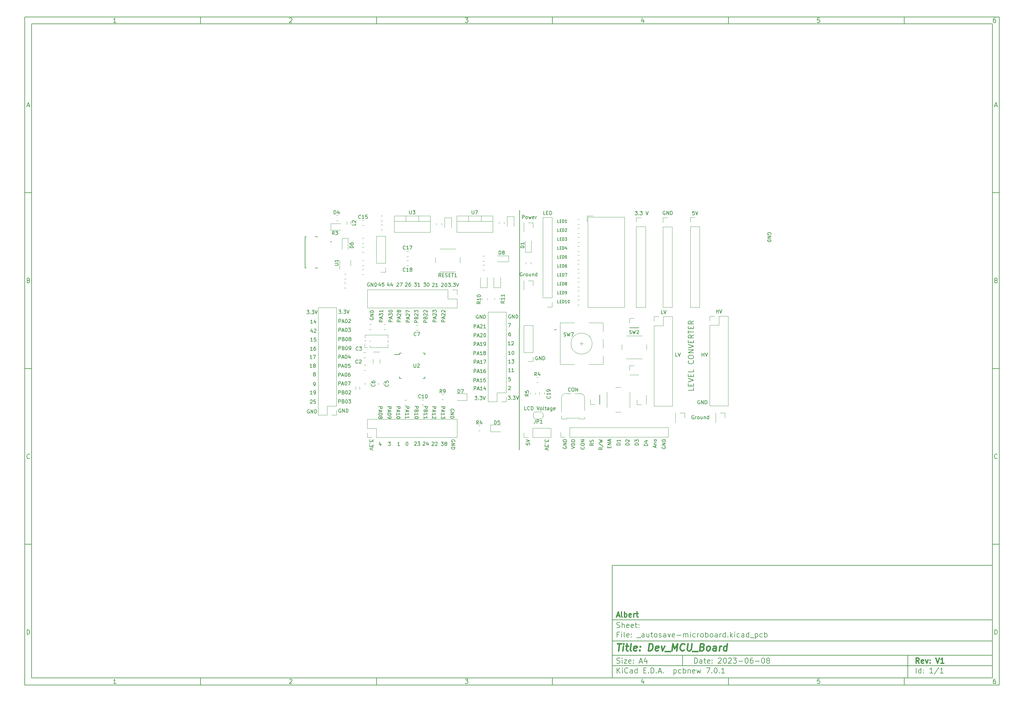
<source format=gbr>
%TF.GenerationSoftware,KiCad,Pcbnew,7.0.1*%
%TF.CreationDate,2023-06-08T12:37:54+02:00*%
%TF.ProjectId,_autosave-microboard,5f617574-6f73-4617-9665-2d6d6963726f,V1*%
%TF.SameCoordinates,Original*%
%TF.FileFunction,Legend,Top*%
%TF.FilePolarity,Positive*%
%FSLAX46Y46*%
G04 Gerber Fmt 4.6, Leading zero omitted, Abs format (unit mm)*
G04 Created by KiCad (PCBNEW 7.0.1) date 2023-06-08 12:37:54*
%MOMM*%
%LPD*%
G01*
G04 APERTURE LIST*
%ADD10C,0.100000*%
%ADD11C,0.150000*%
%ADD12C,0.300000*%
%ADD13C,0.400000*%
%ADD14C,0.120000*%
%ADD15C,0.200000*%
G04 APERTURE END LIST*
D10*
D11*
X177002200Y-166007200D02*
X285002200Y-166007200D01*
X285002200Y-198007200D01*
X177002200Y-198007200D01*
X177002200Y-166007200D01*
D10*
D11*
X10000000Y-10000000D02*
X287002200Y-10000000D01*
X287002200Y-200007200D01*
X10000000Y-200007200D01*
X10000000Y-10000000D01*
D10*
D11*
X12000000Y-12000000D02*
X285002200Y-12000000D01*
X285002200Y-198007200D01*
X12000000Y-198007200D01*
X12000000Y-12000000D01*
D10*
D11*
X60000000Y-12000000D02*
X60000000Y-10000000D01*
D10*
D11*
X110000000Y-12000000D02*
X110000000Y-10000000D01*
D10*
D11*
X160000000Y-12000000D02*
X160000000Y-10000000D01*
D10*
D11*
X210000000Y-12000000D02*
X210000000Y-10000000D01*
D10*
D11*
X260000000Y-12000000D02*
X260000000Y-10000000D01*
D10*
D11*
X35990476Y-11601404D02*
X35247619Y-11601404D01*
X35619047Y-11601404D02*
X35619047Y-10301404D01*
X35619047Y-10301404D02*
X35495238Y-10487119D01*
X35495238Y-10487119D02*
X35371428Y-10610928D01*
X35371428Y-10610928D02*
X35247619Y-10672833D01*
D10*
D11*
X85247619Y-10425214D02*
X85309523Y-10363309D01*
X85309523Y-10363309D02*
X85433333Y-10301404D01*
X85433333Y-10301404D02*
X85742857Y-10301404D01*
X85742857Y-10301404D02*
X85866666Y-10363309D01*
X85866666Y-10363309D02*
X85928571Y-10425214D01*
X85928571Y-10425214D02*
X85990476Y-10549023D01*
X85990476Y-10549023D02*
X85990476Y-10672833D01*
X85990476Y-10672833D02*
X85928571Y-10858547D01*
X85928571Y-10858547D02*
X85185714Y-11601404D01*
X85185714Y-11601404D02*
X85990476Y-11601404D01*
D10*
D11*
X135185714Y-10301404D02*
X135990476Y-10301404D01*
X135990476Y-10301404D02*
X135557142Y-10796642D01*
X135557142Y-10796642D02*
X135742857Y-10796642D01*
X135742857Y-10796642D02*
X135866666Y-10858547D01*
X135866666Y-10858547D02*
X135928571Y-10920452D01*
X135928571Y-10920452D02*
X135990476Y-11044261D01*
X135990476Y-11044261D02*
X135990476Y-11353785D01*
X135990476Y-11353785D02*
X135928571Y-11477595D01*
X135928571Y-11477595D02*
X135866666Y-11539500D01*
X135866666Y-11539500D02*
X135742857Y-11601404D01*
X135742857Y-11601404D02*
X135371428Y-11601404D01*
X135371428Y-11601404D02*
X135247619Y-11539500D01*
X135247619Y-11539500D02*
X135185714Y-11477595D01*
D10*
D11*
X185866666Y-10734738D02*
X185866666Y-11601404D01*
X185557142Y-10239500D02*
X185247619Y-11168071D01*
X185247619Y-11168071D02*
X186052380Y-11168071D01*
D10*
D11*
X235928571Y-10301404D02*
X235309523Y-10301404D01*
X235309523Y-10301404D02*
X235247619Y-10920452D01*
X235247619Y-10920452D02*
X235309523Y-10858547D01*
X235309523Y-10858547D02*
X235433333Y-10796642D01*
X235433333Y-10796642D02*
X235742857Y-10796642D01*
X235742857Y-10796642D02*
X235866666Y-10858547D01*
X235866666Y-10858547D02*
X235928571Y-10920452D01*
X235928571Y-10920452D02*
X235990476Y-11044261D01*
X235990476Y-11044261D02*
X235990476Y-11353785D01*
X235990476Y-11353785D02*
X235928571Y-11477595D01*
X235928571Y-11477595D02*
X235866666Y-11539500D01*
X235866666Y-11539500D02*
X235742857Y-11601404D01*
X235742857Y-11601404D02*
X235433333Y-11601404D01*
X235433333Y-11601404D02*
X235309523Y-11539500D01*
X235309523Y-11539500D02*
X235247619Y-11477595D01*
D10*
D11*
X285866666Y-10301404D02*
X285619047Y-10301404D01*
X285619047Y-10301404D02*
X285495238Y-10363309D01*
X285495238Y-10363309D02*
X285433333Y-10425214D01*
X285433333Y-10425214D02*
X285309523Y-10610928D01*
X285309523Y-10610928D02*
X285247619Y-10858547D01*
X285247619Y-10858547D02*
X285247619Y-11353785D01*
X285247619Y-11353785D02*
X285309523Y-11477595D01*
X285309523Y-11477595D02*
X285371428Y-11539500D01*
X285371428Y-11539500D02*
X285495238Y-11601404D01*
X285495238Y-11601404D02*
X285742857Y-11601404D01*
X285742857Y-11601404D02*
X285866666Y-11539500D01*
X285866666Y-11539500D02*
X285928571Y-11477595D01*
X285928571Y-11477595D02*
X285990476Y-11353785D01*
X285990476Y-11353785D02*
X285990476Y-11044261D01*
X285990476Y-11044261D02*
X285928571Y-10920452D01*
X285928571Y-10920452D02*
X285866666Y-10858547D01*
X285866666Y-10858547D02*
X285742857Y-10796642D01*
X285742857Y-10796642D02*
X285495238Y-10796642D01*
X285495238Y-10796642D02*
X285371428Y-10858547D01*
X285371428Y-10858547D02*
X285309523Y-10920452D01*
X285309523Y-10920452D02*
X285247619Y-11044261D01*
D10*
D11*
X60000000Y-198007200D02*
X60000000Y-200007200D01*
D10*
D11*
X110000000Y-198007200D02*
X110000000Y-200007200D01*
D10*
D11*
X160000000Y-198007200D02*
X160000000Y-200007200D01*
D10*
D11*
X210000000Y-198007200D02*
X210000000Y-200007200D01*
D10*
D11*
X260000000Y-198007200D02*
X260000000Y-200007200D01*
D10*
D11*
X35990476Y-199608604D02*
X35247619Y-199608604D01*
X35619047Y-199608604D02*
X35619047Y-198308604D01*
X35619047Y-198308604D02*
X35495238Y-198494319D01*
X35495238Y-198494319D02*
X35371428Y-198618128D01*
X35371428Y-198618128D02*
X35247619Y-198680033D01*
D10*
D11*
X85247619Y-198432414D02*
X85309523Y-198370509D01*
X85309523Y-198370509D02*
X85433333Y-198308604D01*
X85433333Y-198308604D02*
X85742857Y-198308604D01*
X85742857Y-198308604D02*
X85866666Y-198370509D01*
X85866666Y-198370509D02*
X85928571Y-198432414D01*
X85928571Y-198432414D02*
X85990476Y-198556223D01*
X85990476Y-198556223D02*
X85990476Y-198680033D01*
X85990476Y-198680033D02*
X85928571Y-198865747D01*
X85928571Y-198865747D02*
X85185714Y-199608604D01*
X85185714Y-199608604D02*
X85990476Y-199608604D01*
D10*
D11*
X135185714Y-198308604D02*
X135990476Y-198308604D01*
X135990476Y-198308604D02*
X135557142Y-198803842D01*
X135557142Y-198803842D02*
X135742857Y-198803842D01*
X135742857Y-198803842D02*
X135866666Y-198865747D01*
X135866666Y-198865747D02*
X135928571Y-198927652D01*
X135928571Y-198927652D02*
X135990476Y-199051461D01*
X135990476Y-199051461D02*
X135990476Y-199360985D01*
X135990476Y-199360985D02*
X135928571Y-199484795D01*
X135928571Y-199484795D02*
X135866666Y-199546700D01*
X135866666Y-199546700D02*
X135742857Y-199608604D01*
X135742857Y-199608604D02*
X135371428Y-199608604D01*
X135371428Y-199608604D02*
X135247619Y-199546700D01*
X135247619Y-199546700D02*
X135185714Y-199484795D01*
D10*
D11*
X185866666Y-198741938D02*
X185866666Y-199608604D01*
X185557142Y-198246700D02*
X185247619Y-199175271D01*
X185247619Y-199175271D02*
X186052380Y-199175271D01*
D10*
D11*
X235928571Y-198308604D02*
X235309523Y-198308604D01*
X235309523Y-198308604D02*
X235247619Y-198927652D01*
X235247619Y-198927652D02*
X235309523Y-198865747D01*
X235309523Y-198865747D02*
X235433333Y-198803842D01*
X235433333Y-198803842D02*
X235742857Y-198803842D01*
X235742857Y-198803842D02*
X235866666Y-198865747D01*
X235866666Y-198865747D02*
X235928571Y-198927652D01*
X235928571Y-198927652D02*
X235990476Y-199051461D01*
X235990476Y-199051461D02*
X235990476Y-199360985D01*
X235990476Y-199360985D02*
X235928571Y-199484795D01*
X235928571Y-199484795D02*
X235866666Y-199546700D01*
X235866666Y-199546700D02*
X235742857Y-199608604D01*
X235742857Y-199608604D02*
X235433333Y-199608604D01*
X235433333Y-199608604D02*
X235309523Y-199546700D01*
X235309523Y-199546700D02*
X235247619Y-199484795D01*
D10*
D11*
X285866666Y-198308604D02*
X285619047Y-198308604D01*
X285619047Y-198308604D02*
X285495238Y-198370509D01*
X285495238Y-198370509D02*
X285433333Y-198432414D01*
X285433333Y-198432414D02*
X285309523Y-198618128D01*
X285309523Y-198618128D02*
X285247619Y-198865747D01*
X285247619Y-198865747D02*
X285247619Y-199360985D01*
X285247619Y-199360985D02*
X285309523Y-199484795D01*
X285309523Y-199484795D02*
X285371428Y-199546700D01*
X285371428Y-199546700D02*
X285495238Y-199608604D01*
X285495238Y-199608604D02*
X285742857Y-199608604D01*
X285742857Y-199608604D02*
X285866666Y-199546700D01*
X285866666Y-199546700D02*
X285928571Y-199484795D01*
X285928571Y-199484795D02*
X285990476Y-199360985D01*
X285990476Y-199360985D02*
X285990476Y-199051461D01*
X285990476Y-199051461D02*
X285928571Y-198927652D01*
X285928571Y-198927652D02*
X285866666Y-198865747D01*
X285866666Y-198865747D02*
X285742857Y-198803842D01*
X285742857Y-198803842D02*
X285495238Y-198803842D01*
X285495238Y-198803842D02*
X285371428Y-198865747D01*
X285371428Y-198865747D02*
X285309523Y-198927652D01*
X285309523Y-198927652D02*
X285247619Y-199051461D01*
D10*
D11*
X10000000Y-60000000D02*
X12000000Y-60000000D01*
D10*
D11*
X10000000Y-110000000D02*
X12000000Y-110000000D01*
D10*
D11*
X10000000Y-160000000D02*
X12000000Y-160000000D01*
D10*
D11*
X10690476Y-35229976D02*
X11309523Y-35229976D01*
X10566666Y-35601404D02*
X10999999Y-34301404D01*
X10999999Y-34301404D02*
X11433333Y-35601404D01*
D10*
D11*
X11092857Y-84920452D02*
X11278571Y-84982357D01*
X11278571Y-84982357D02*
X11340476Y-85044261D01*
X11340476Y-85044261D02*
X11402380Y-85168071D01*
X11402380Y-85168071D02*
X11402380Y-85353785D01*
X11402380Y-85353785D02*
X11340476Y-85477595D01*
X11340476Y-85477595D02*
X11278571Y-85539500D01*
X11278571Y-85539500D02*
X11154761Y-85601404D01*
X11154761Y-85601404D02*
X10659523Y-85601404D01*
X10659523Y-85601404D02*
X10659523Y-84301404D01*
X10659523Y-84301404D02*
X11092857Y-84301404D01*
X11092857Y-84301404D02*
X11216666Y-84363309D01*
X11216666Y-84363309D02*
X11278571Y-84425214D01*
X11278571Y-84425214D02*
X11340476Y-84549023D01*
X11340476Y-84549023D02*
X11340476Y-84672833D01*
X11340476Y-84672833D02*
X11278571Y-84796642D01*
X11278571Y-84796642D02*
X11216666Y-84858547D01*
X11216666Y-84858547D02*
X11092857Y-84920452D01*
X11092857Y-84920452D02*
X10659523Y-84920452D01*
D10*
D11*
X11402380Y-135477595D02*
X11340476Y-135539500D01*
X11340476Y-135539500D02*
X11154761Y-135601404D01*
X11154761Y-135601404D02*
X11030952Y-135601404D01*
X11030952Y-135601404D02*
X10845238Y-135539500D01*
X10845238Y-135539500D02*
X10721428Y-135415690D01*
X10721428Y-135415690D02*
X10659523Y-135291880D01*
X10659523Y-135291880D02*
X10597619Y-135044261D01*
X10597619Y-135044261D02*
X10597619Y-134858547D01*
X10597619Y-134858547D02*
X10659523Y-134610928D01*
X10659523Y-134610928D02*
X10721428Y-134487119D01*
X10721428Y-134487119D02*
X10845238Y-134363309D01*
X10845238Y-134363309D02*
X11030952Y-134301404D01*
X11030952Y-134301404D02*
X11154761Y-134301404D01*
X11154761Y-134301404D02*
X11340476Y-134363309D01*
X11340476Y-134363309D02*
X11402380Y-134425214D01*
D10*
D11*
X10659523Y-185601404D02*
X10659523Y-184301404D01*
X10659523Y-184301404D02*
X10969047Y-184301404D01*
X10969047Y-184301404D02*
X11154761Y-184363309D01*
X11154761Y-184363309D02*
X11278571Y-184487119D01*
X11278571Y-184487119D02*
X11340476Y-184610928D01*
X11340476Y-184610928D02*
X11402380Y-184858547D01*
X11402380Y-184858547D02*
X11402380Y-185044261D01*
X11402380Y-185044261D02*
X11340476Y-185291880D01*
X11340476Y-185291880D02*
X11278571Y-185415690D01*
X11278571Y-185415690D02*
X11154761Y-185539500D01*
X11154761Y-185539500D02*
X10969047Y-185601404D01*
X10969047Y-185601404D02*
X10659523Y-185601404D01*
D10*
D11*
X287002200Y-60000000D02*
X285002200Y-60000000D01*
D10*
D11*
X287002200Y-110000000D02*
X285002200Y-110000000D01*
D10*
D11*
X287002200Y-160000000D02*
X285002200Y-160000000D01*
D10*
D11*
X285692676Y-35229976D02*
X286311723Y-35229976D01*
X285568866Y-35601404D02*
X286002199Y-34301404D01*
X286002199Y-34301404D02*
X286435533Y-35601404D01*
D10*
D11*
X286095057Y-84920452D02*
X286280771Y-84982357D01*
X286280771Y-84982357D02*
X286342676Y-85044261D01*
X286342676Y-85044261D02*
X286404580Y-85168071D01*
X286404580Y-85168071D02*
X286404580Y-85353785D01*
X286404580Y-85353785D02*
X286342676Y-85477595D01*
X286342676Y-85477595D02*
X286280771Y-85539500D01*
X286280771Y-85539500D02*
X286156961Y-85601404D01*
X286156961Y-85601404D02*
X285661723Y-85601404D01*
X285661723Y-85601404D02*
X285661723Y-84301404D01*
X285661723Y-84301404D02*
X286095057Y-84301404D01*
X286095057Y-84301404D02*
X286218866Y-84363309D01*
X286218866Y-84363309D02*
X286280771Y-84425214D01*
X286280771Y-84425214D02*
X286342676Y-84549023D01*
X286342676Y-84549023D02*
X286342676Y-84672833D01*
X286342676Y-84672833D02*
X286280771Y-84796642D01*
X286280771Y-84796642D02*
X286218866Y-84858547D01*
X286218866Y-84858547D02*
X286095057Y-84920452D01*
X286095057Y-84920452D02*
X285661723Y-84920452D01*
D10*
D11*
X286404580Y-135477595D02*
X286342676Y-135539500D01*
X286342676Y-135539500D02*
X286156961Y-135601404D01*
X286156961Y-135601404D02*
X286033152Y-135601404D01*
X286033152Y-135601404D02*
X285847438Y-135539500D01*
X285847438Y-135539500D02*
X285723628Y-135415690D01*
X285723628Y-135415690D02*
X285661723Y-135291880D01*
X285661723Y-135291880D02*
X285599819Y-135044261D01*
X285599819Y-135044261D02*
X285599819Y-134858547D01*
X285599819Y-134858547D02*
X285661723Y-134610928D01*
X285661723Y-134610928D02*
X285723628Y-134487119D01*
X285723628Y-134487119D02*
X285847438Y-134363309D01*
X285847438Y-134363309D02*
X286033152Y-134301404D01*
X286033152Y-134301404D02*
X286156961Y-134301404D01*
X286156961Y-134301404D02*
X286342676Y-134363309D01*
X286342676Y-134363309D02*
X286404580Y-134425214D01*
D10*
D11*
X285661723Y-185601404D02*
X285661723Y-184301404D01*
X285661723Y-184301404D02*
X285971247Y-184301404D01*
X285971247Y-184301404D02*
X286156961Y-184363309D01*
X286156961Y-184363309D02*
X286280771Y-184487119D01*
X286280771Y-184487119D02*
X286342676Y-184610928D01*
X286342676Y-184610928D02*
X286404580Y-184858547D01*
X286404580Y-184858547D02*
X286404580Y-185044261D01*
X286404580Y-185044261D02*
X286342676Y-185291880D01*
X286342676Y-185291880D02*
X286280771Y-185415690D01*
X286280771Y-185415690D02*
X286156961Y-185539500D01*
X286156961Y-185539500D02*
X285971247Y-185601404D01*
X285971247Y-185601404D02*
X285661723Y-185601404D01*
D10*
D11*
X200359342Y-193801128D02*
X200359342Y-192301128D01*
X200359342Y-192301128D02*
X200716485Y-192301128D01*
X200716485Y-192301128D02*
X200930771Y-192372557D01*
X200930771Y-192372557D02*
X201073628Y-192515414D01*
X201073628Y-192515414D02*
X201145057Y-192658271D01*
X201145057Y-192658271D02*
X201216485Y-192943985D01*
X201216485Y-192943985D02*
X201216485Y-193158271D01*
X201216485Y-193158271D02*
X201145057Y-193443985D01*
X201145057Y-193443985D02*
X201073628Y-193586842D01*
X201073628Y-193586842D02*
X200930771Y-193729700D01*
X200930771Y-193729700D02*
X200716485Y-193801128D01*
X200716485Y-193801128D02*
X200359342Y-193801128D01*
X202502200Y-193801128D02*
X202502200Y-193015414D01*
X202502200Y-193015414D02*
X202430771Y-192872557D01*
X202430771Y-192872557D02*
X202287914Y-192801128D01*
X202287914Y-192801128D02*
X202002200Y-192801128D01*
X202002200Y-192801128D02*
X201859342Y-192872557D01*
X202502200Y-193729700D02*
X202359342Y-193801128D01*
X202359342Y-193801128D02*
X202002200Y-193801128D01*
X202002200Y-193801128D02*
X201859342Y-193729700D01*
X201859342Y-193729700D02*
X201787914Y-193586842D01*
X201787914Y-193586842D02*
X201787914Y-193443985D01*
X201787914Y-193443985D02*
X201859342Y-193301128D01*
X201859342Y-193301128D02*
X202002200Y-193229700D01*
X202002200Y-193229700D02*
X202359342Y-193229700D01*
X202359342Y-193229700D02*
X202502200Y-193158271D01*
X203002200Y-192801128D02*
X203573628Y-192801128D01*
X203216485Y-192301128D02*
X203216485Y-193586842D01*
X203216485Y-193586842D02*
X203287914Y-193729700D01*
X203287914Y-193729700D02*
X203430771Y-193801128D01*
X203430771Y-193801128D02*
X203573628Y-193801128D01*
X204645057Y-193729700D02*
X204502200Y-193801128D01*
X204502200Y-193801128D02*
X204216486Y-193801128D01*
X204216486Y-193801128D02*
X204073628Y-193729700D01*
X204073628Y-193729700D02*
X204002200Y-193586842D01*
X204002200Y-193586842D02*
X204002200Y-193015414D01*
X204002200Y-193015414D02*
X204073628Y-192872557D01*
X204073628Y-192872557D02*
X204216486Y-192801128D01*
X204216486Y-192801128D02*
X204502200Y-192801128D01*
X204502200Y-192801128D02*
X204645057Y-192872557D01*
X204645057Y-192872557D02*
X204716486Y-193015414D01*
X204716486Y-193015414D02*
X204716486Y-193158271D01*
X204716486Y-193158271D02*
X204002200Y-193301128D01*
X205359342Y-193658271D02*
X205430771Y-193729700D01*
X205430771Y-193729700D02*
X205359342Y-193801128D01*
X205359342Y-193801128D02*
X205287914Y-193729700D01*
X205287914Y-193729700D02*
X205359342Y-193658271D01*
X205359342Y-193658271D02*
X205359342Y-193801128D01*
X205359342Y-192872557D02*
X205430771Y-192943985D01*
X205430771Y-192943985D02*
X205359342Y-193015414D01*
X205359342Y-193015414D02*
X205287914Y-192943985D01*
X205287914Y-192943985D02*
X205359342Y-192872557D01*
X205359342Y-192872557D02*
X205359342Y-193015414D01*
X207145057Y-192443985D02*
X207216485Y-192372557D01*
X207216485Y-192372557D02*
X207359343Y-192301128D01*
X207359343Y-192301128D02*
X207716485Y-192301128D01*
X207716485Y-192301128D02*
X207859343Y-192372557D01*
X207859343Y-192372557D02*
X207930771Y-192443985D01*
X207930771Y-192443985D02*
X208002200Y-192586842D01*
X208002200Y-192586842D02*
X208002200Y-192729700D01*
X208002200Y-192729700D02*
X207930771Y-192943985D01*
X207930771Y-192943985D02*
X207073628Y-193801128D01*
X207073628Y-193801128D02*
X208002200Y-193801128D01*
X208930771Y-192301128D02*
X209073628Y-192301128D01*
X209073628Y-192301128D02*
X209216485Y-192372557D01*
X209216485Y-192372557D02*
X209287914Y-192443985D01*
X209287914Y-192443985D02*
X209359342Y-192586842D01*
X209359342Y-192586842D02*
X209430771Y-192872557D01*
X209430771Y-192872557D02*
X209430771Y-193229700D01*
X209430771Y-193229700D02*
X209359342Y-193515414D01*
X209359342Y-193515414D02*
X209287914Y-193658271D01*
X209287914Y-193658271D02*
X209216485Y-193729700D01*
X209216485Y-193729700D02*
X209073628Y-193801128D01*
X209073628Y-193801128D02*
X208930771Y-193801128D01*
X208930771Y-193801128D02*
X208787914Y-193729700D01*
X208787914Y-193729700D02*
X208716485Y-193658271D01*
X208716485Y-193658271D02*
X208645056Y-193515414D01*
X208645056Y-193515414D02*
X208573628Y-193229700D01*
X208573628Y-193229700D02*
X208573628Y-192872557D01*
X208573628Y-192872557D02*
X208645056Y-192586842D01*
X208645056Y-192586842D02*
X208716485Y-192443985D01*
X208716485Y-192443985D02*
X208787914Y-192372557D01*
X208787914Y-192372557D02*
X208930771Y-192301128D01*
X210002199Y-192443985D02*
X210073627Y-192372557D01*
X210073627Y-192372557D02*
X210216485Y-192301128D01*
X210216485Y-192301128D02*
X210573627Y-192301128D01*
X210573627Y-192301128D02*
X210716485Y-192372557D01*
X210716485Y-192372557D02*
X210787913Y-192443985D01*
X210787913Y-192443985D02*
X210859342Y-192586842D01*
X210859342Y-192586842D02*
X210859342Y-192729700D01*
X210859342Y-192729700D02*
X210787913Y-192943985D01*
X210787913Y-192943985D02*
X209930770Y-193801128D01*
X209930770Y-193801128D02*
X210859342Y-193801128D01*
X211359341Y-192301128D02*
X212287913Y-192301128D01*
X212287913Y-192301128D02*
X211787913Y-192872557D01*
X211787913Y-192872557D02*
X212002198Y-192872557D01*
X212002198Y-192872557D02*
X212145056Y-192943985D01*
X212145056Y-192943985D02*
X212216484Y-193015414D01*
X212216484Y-193015414D02*
X212287913Y-193158271D01*
X212287913Y-193158271D02*
X212287913Y-193515414D01*
X212287913Y-193515414D02*
X212216484Y-193658271D01*
X212216484Y-193658271D02*
X212145056Y-193729700D01*
X212145056Y-193729700D02*
X212002198Y-193801128D01*
X212002198Y-193801128D02*
X211573627Y-193801128D01*
X211573627Y-193801128D02*
X211430770Y-193729700D01*
X211430770Y-193729700D02*
X211359341Y-193658271D01*
X212930769Y-193229700D02*
X214073627Y-193229700D01*
X215073627Y-192301128D02*
X215216484Y-192301128D01*
X215216484Y-192301128D02*
X215359341Y-192372557D01*
X215359341Y-192372557D02*
X215430770Y-192443985D01*
X215430770Y-192443985D02*
X215502198Y-192586842D01*
X215502198Y-192586842D02*
X215573627Y-192872557D01*
X215573627Y-192872557D02*
X215573627Y-193229700D01*
X215573627Y-193229700D02*
X215502198Y-193515414D01*
X215502198Y-193515414D02*
X215430770Y-193658271D01*
X215430770Y-193658271D02*
X215359341Y-193729700D01*
X215359341Y-193729700D02*
X215216484Y-193801128D01*
X215216484Y-193801128D02*
X215073627Y-193801128D01*
X215073627Y-193801128D02*
X214930770Y-193729700D01*
X214930770Y-193729700D02*
X214859341Y-193658271D01*
X214859341Y-193658271D02*
X214787912Y-193515414D01*
X214787912Y-193515414D02*
X214716484Y-193229700D01*
X214716484Y-193229700D02*
X214716484Y-192872557D01*
X214716484Y-192872557D02*
X214787912Y-192586842D01*
X214787912Y-192586842D02*
X214859341Y-192443985D01*
X214859341Y-192443985D02*
X214930770Y-192372557D01*
X214930770Y-192372557D02*
X215073627Y-192301128D01*
X216859341Y-192301128D02*
X216573626Y-192301128D01*
X216573626Y-192301128D02*
X216430769Y-192372557D01*
X216430769Y-192372557D02*
X216359341Y-192443985D01*
X216359341Y-192443985D02*
X216216483Y-192658271D01*
X216216483Y-192658271D02*
X216145055Y-192943985D01*
X216145055Y-192943985D02*
X216145055Y-193515414D01*
X216145055Y-193515414D02*
X216216483Y-193658271D01*
X216216483Y-193658271D02*
X216287912Y-193729700D01*
X216287912Y-193729700D02*
X216430769Y-193801128D01*
X216430769Y-193801128D02*
X216716483Y-193801128D01*
X216716483Y-193801128D02*
X216859341Y-193729700D01*
X216859341Y-193729700D02*
X216930769Y-193658271D01*
X216930769Y-193658271D02*
X217002198Y-193515414D01*
X217002198Y-193515414D02*
X217002198Y-193158271D01*
X217002198Y-193158271D02*
X216930769Y-193015414D01*
X216930769Y-193015414D02*
X216859341Y-192943985D01*
X216859341Y-192943985D02*
X216716483Y-192872557D01*
X216716483Y-192872557D02*
X216430769Y-192872557D01*
X216430769Y-192872557D02*
X216287912Y-192943985D01*
X216287912Y-192943985D02*
X216216483Y-193015414D01*
X216216483Y-193015414D02*
X216145055Y-193158271D01*
X217645054Y-193229700D02*
X218787912Y-193229700D01*
X219787912Y-192301128D02*
X219930769Y-192301128D01*
X219930769Y-192301128D02*
X220073626Y-192372557D01*
X220073626Y-192372557D02*
X220145055Y-192443985D01*
X220145055Y-192443985D02*
X220216483Y-192586842D01*
X220216483Y-192586842D02*
X220287912Y-192872557D01*
X220287912Y-192872557D02*
X220287912Y-193229700D01*
X220287912Y-193229700D02*
X220216483Y-193515414D01*
X220216483Y-193515414D02*
X220145055Y-193658271D01*
X220145055Y-193658271D02*
X220073626Y-193729700D01*
X220073626Y-193729700D02*
X219930769Y-193801128D01*
X219930769Y-193801128D02*
X219787912Y-193801128D01*
X219787912Y-193801128D02*
X219645055Y-193729700D01*
X219645055Y-193729700D02*
X219573626Y-193658271D01*
X219573626Y-193658271D02*
X219502197Y-193515414D01*
X219502197Y-193515414D02*
X219430769Y-193229700D01*
X219430769Y-193229700D02*
X219430769Y-192872557D01*
X219430769Y-192872557D02*
X219502197Y-192586842D01*
X219502197Y-192586842D02*
X219573626Y-192443985D01*
X219573626Y-192443985D02*
X219645055Y-192372557D01*
X219645055Y-192372557D02*
X219787912Y-192301128D01*
X221145054Y-192943985D02*
X221002197Y-192872557D01*
X221002197Y-192872557D02*
X220930768Y-192801128D01*
X220930768Y-192801128D02*
X220859340Y-192658271D01*
X220859340Y-192658271D02*
X220859340Y-192586842D01*
X220859340Y-192586842D02*
X220930768Y-192443985D01*
X220930768Y-192443985D02*
X221002197Y-192372557D01*
X221002197Y-192372557D02*
X221145054Y-192301128D01*
X221145054Y-192301128D02*
X221430768Y-192301128D01*
X221430768Y-192301128D02*
X221573626Y-192372557D01*
X221573626Y-192372557D02*
X221645054Y-192443985D01*
X221645054Y-192443985D02*
X221716483Y-192586842D01*
X221716483Y-192586842D02*
X221716483Y-192658271D01*
X221716483Y-192658271D02*
X221645054Y-192801128D01*
X221645054Y-192801128D02*
X221573626Y-192872557D01*
X221573626Y-192872557D02*
X221430768Y-192943985D01*
X221430768Y-192943985D02*
X221145054Y-192943985D01*
X221145054Y-192943985D02*
X221002197Y-193015414D01*
X221002197Y-193015414D02*
X220930768Y-193086842D01*
X220930768Y-193086842D02*
X220859340Y-193229700D01*
X220859340Y-193229700D02*
X220859340Y-193515414D01*
X220859340Y-193515414D02*
X220930768Y-193658271D01*
X220930768Y-193658271D02*
X221002197Y-193729700D01*
X221002197Y-193729700D02*
X221145054Y-193801128D01*
X221145054Y-193801128D02*
X221430768Y-193801128D01*
X221430768Y-193801128D02*
X221573626Y-193729700D01*
X221573626Y-193729700D02*
X221645054Y-193658271D01*
X221645054Y-193658271D02*
X221716483Y-193515414D01*
X221716483Y-193515414D02*
X221716483Y-193229700D01*
X221716483Y-193229700D02*
X221645054Y-193086842D01*
X221645054Y-193086842D02*
X221573626Y-193015414D01*
X221573626Y-193015414D02*
X221430768Y-192943985D01*
D10*
D11*
X177002200Y-194507200D02*
X285002200Y-194507200D01*
D10*
D11*
X178359342Y-196601128D02*
X178359342Y-195101128D01*
X179216485Y-196601128D02*
X178573628Y-195743985D01*
X179216485Y-195101128D02*
X178359342Y-195958271D01*
X179859342Y-196601128D02*
X179859342Y-195601128D01*
X179859342Y-195101128D02*
X179787914Y-195172557D01*
X179787914Y-195172557D02*
X179859342Y-195243985D01*
X179859342Y-195243985D02*
X179930771Y-195172557D01*
X179930771Y-195172557D02*
X179859342Y-195101128D01*
X179859342Y-195101128D02*
X179859342Y-195243985D01*
X181430771Y-196458271D02*
X181359343Y-196529700D01*
X181359343Y-196529700D02*
X181145057Y-196601128D01*
X181145057Y-196601128D02*
X181002200Y-196601128D01*
X181002200Y-196601128D02*
X180787914Y-196529700D01*
X180787914Y-196529700D02*
X180645057Y-196386842D01*
X180645057Y-196386842D02*
X180573628Y-196243985D01*
X180573628Y-196243985D02*
X180502200Y-195958271D01*
X180502200Y-195958271D02*
X180502200Y-195743985D01*
X180502200Y-195743985D02*
X180573628Y-195458271D01*
X180573628Y-195458271D02*
X180645057Y-195315414D01*
X180645057Y-195315414D02*
X180787914Y-195172557D01*
X180787914Y-195172557D02*
X181002200Y-195101128D01*
X181002200Y-195101128D02*
X181145057Y-195101128D01*
X181145057Y-195101128D02*
X181359343Y-195172557D01*
X181359343Y-195172557D02*
X181430771Y-195243985D01*
X182716486Y-196601128D02*
X182716486Y-195815414D01*
X182716486Y-195815414D02*
X182645057Y-195672557D01*
X182645057Y-195672557D02*
X182502200Y-195601128D01*
X182502200Y-195601128D02*
X182216486Y-195601128D01*
X182216486Y-195601128D02*
X182073628Y-195672557D01*
X182716486Y-196529700D02*
X182573628Y-196601128D01*
X182573628Y-196601128D02*
X182216486Y-196601128D01*
X182216486Y-196601128D02*
X182073628Y-196529700D01*
X182073628Y-196529700D02*
X182002200Y-196386842D01*
X182002200Y-196386842D02*
X182002200Y-196243985D01*
X182002200Y-196243985D02*
X182073628Y-196101128D01*
X182073628Y-196101128D02*
X182216486Y-196029700D01*
X182216486Y-196029700D02*
X182573628Y-196029700D01*
X182573628Y-196029700D02*
X182716486Y-195958271D01*
X184073629Y-196601128D02*
X184073629Y-195101128D01*
X184073629Y-196529700D02*
X183930771Y-196601128D01*
X183930771Y-196601128D02*
X183645057Y-196601128D01*
X183645057Y-196601128D02*
X183502200Y-196529700D01*
X183502200Y-196529700D02*
X183430771Y-196458271D01*
X183430771Y-196458271D02*
X183359343Y-196315414D01*
X183359343Y-196315414D02*
X183359343Y-195886842D01*
X183359343Y-195886842D02*
X183430771Y-195743985D01*
X183430771Y-195743985D02*
X183502200Y-195672557D01*
X183502200Y-195672557D02*
X183645057Y-195601128D01*
X183645057Y-195601128D02*
X183930771Y-195601128D01*
X183930771Y-195601128D02*
X184073629Y-195672557D01*
X185930771Y-195815414D02*
X186430771Y-195815414D01*
X186645057Y-196601128D02*
X185930771Y-196601128D01*
X185930771Y-196601128D02*
X185930771Y-195101128D01*
X185930771Y-195101128D02*
X186645057Y-195101128D01*
X187287914Y-196458271D02*
X187359343Y-196529700D01*
X187359343Y-196529700D02*
X187287914Y-196601128D01*
X187287914Y-196601128D02*
X187216486Y-196529700D01*
X187216486Y-196529700D02*
X187287914Y-196458271D01*
X187287914Y-196458271D02*
X187287914Y-196601128D01*
X188002200Y-196601128D02*
X188002200Y-195101128D01*
X188002200Y-195101128D02*
X188359343Y-195101128D01*
X188359343Y-195101128D02*
X188573629Y-195172557D01*
X188573629Y-195172557D02*
X188716486Y-195315414D01*
X188716486Y-195315414D02*
X188787915Y-195458271D01*
X188787915Y-195458271D02*
X188859343Y-195743985D01*
X188859343Y-195743985D02*
X188859343Y-195958271D01*
X188859343Y-195958271D02*
X188787915Y-196243985D01*
X188787915Y-196243985D02*
X188716486Y-196386842D01*
X188716486Y-196386842D02*
X188573629Y-196529700D01*
X188573629Y-196529700D02*
X188359343Y-196601128D01*
X188359343Y-196601128D02*
X188002200Y-196601128D01*
X189502200Y-196458271D02*
X189573629Y-196529700D01*
X189573629Y-196529700D02*
X189502200Y-196601128D01*
X189502200Y-196601128D02*
X189430772Y-196529700D01*
X189430772Y-196529700D02*
X189502200Y-196458271D01*
X189502200Y-196458271D02*
X189502200Y-196601128D01*
X190145058Y-196172557D02*
X190859344Y-196172557D01*
X190002201Y-196601128D02*
X190502201Y-195101128D01*
X190502201Y-195101128D02*
X191002201Y-196601128D01*
X191502200Y-196458271D02*
X191573629Y-196529700D01*
X191573629Y-196529700D02*
X191502200Y-196601128D01*
X191502200Y-196601128D02*
X191430772Y-196529700D01*
X191430772Y-196529700D02*
X191502200Y-196458271D01*
X191502200Y-196458271D02*
X191502200Y-196601128D01*
X194502200Y-195601128D02*
X194502200Y-197101128D01*
X194502200Y-195672557D02*
X194645058Y-195601128D01*
X194645058Y-195601128D02*
X194930772Y-195601128D01*
X194930772Y-195601128D02*
X195073629Y-195672557D01*
X195073629Y-195672557D02*
X195145058Y-195743985D01*
X195145058Y-195743985D02*
X195216486Y-195886842D01*
X195216486Y-195886842D02*
X195216486Y-196315414D01*
X195216486Y-196315414D02*
X195145058Y-196458271D01*
X195145058Y-196458271D02*
X195073629Y-196529700D01*
X195073629Y-196529700D02*
X194930772Y-196601128D01*
X194930772Y-196601128D02*
X194645058Y-196601128D01*
X194645058Y-196601128D02*
X194502200Y-196529700D01*
X196502201Y-196529700D02*
X196359343Y-196601128D01*
X196359343Y-196601128D02*
X196073629Y-196601128D01*
X196073629Y-196601128D02*
X195930772Y-196529700D01*
X195930772Y-196529700D02*
X195859343Y-196458271D01*
X195859343Y-196458271D02*
X195787915Y-196315414D01*
X195787915Y-196315414D02*
X195787915Y-195886842D01*
X195787915Y-195886842D02*
X195859343Y-195743985D01*
X195859343Y-195743985D02*
X195930772Y-195672557D01*
X195930772Y-195672557D02*
X196073629Y-195601128D01*
X196073629Y-195601128D02*
X196359343Y-195601128D01*
X196359343Y-195601128D02*
X196502201Y-195672557D01*
X197145057Y-196601128D02*
X197145057Y-195101128D01*
X197145057Y-195672557D02*
X197287915Y-195601128D01*
X197287915Y-195601128D02*
X197573629Y-195601128D01*
X197573629Y-195601128D02*
X197716486Y-195672557D01*
X197716486Y-195672557D02*
X197787915Y-195743985D01*
X197787915Y-195743985D02*
X197859343Y-195886842D01*
X197859343Y-195886842D02*
X197859343Y-196315414D01*
X197859343Y-196315414D02*
X197787915Y-196458271D01*
X197787915Y-196458271D02*
X197716486Y-196529700D01*
X197716486Y-196529700D02*
X197573629Y-196601128D01*
X197573629Y-196601128D02*
X197287915Y-196601128D01*
X197287915Y-196601128D02*
X197145057Y-196529700D01*
X198502200Y-195601128D02*
X198502200Y-196601128D01*
X198502200Y-195743985D02*
X198573629Y-195672557D01*
X198573629Y-195672557D02*
X198716486Y-195601128D01*
X198716486Y-195601128D02*
X198930772Y-195601128D01*
X198930772Y-195601128D02*
X199073629Y-195672557D01*
X199073629Y-195672557D02*
X199145058Y-195815414D01*
X199145058Y-195815414D02*
X199145058Y-196601128D01*
X200430772Y-196529700D02*
X200287915Y-196601128D01*
X200287915Y-196601128D02*
X200002201Y-196601128D01*
X200002201Y-196601128D02*
X199859343Y-196529700D01*
X199859343Y-196529700D02*
X199787915Y-196386842D01*
X199787915Y-196386842D02*
X199787915Y-195815414D01*
X199787915Y-195815414D02*
X199859343Y-195672557D01*
X199859343Y-195672557D02*
X200002201Y-195601128D01*
X200002201Y-195601128D02*
X200287915Y-195601128D01*
X200287915Y-195601128D02*
X200430772Y-195672557D01*
X200430772Y-195672557D02*
X200502201Y-195815414D01*
X200502201Y-195815414D02*
X200502201Y-195958271D01*
X200502201Y-195958271D02*
X199787915Y-196101128D01*
X201002200Y-195601128D02*
X201287915Y-196601128D01*
X201287915Y-196601128D02*
X201573629Y-195886842D01*
X201573629Y-195886842D02*
X201859343Y-196601128D01*
X201859343Y-196601128D02*
X202145057Y-195601128D01*
X203716486Y-195101128D02*
X204716486Y-195101128D01*
X204716486Y-195101128D02*
X204073629Y-196601128D01*
X205287914Y-196458271D02*
X205359343Y-196529700D01*
X205359343Y-196529700D02*
X205287914Y-196601128D01*
X205287914Y-196601128D02*
X205216486Y-196529700D01*
X205216486Y-196529700D02*
X205287914Y-196458271D01*
X205287914Y-196458271D02*
X205287914Y-196601128D01*
X206287915Y-195101128D02*
X206430772Y-195101128D01*
X206430772Y-195101128D02*
X206573629Y-195172557D01*
X206573629Y-195172557D02*
X206645058Y-195243985D01*
X206645058Y-195243985D02*
X206716486Y-195386842D01*
X206716486Y-195386842D02*
X206787915Y-195672557D01*
X206787915Y-195672557D02*
X206787915Y-196029700D01*
X206787915Y-196029700D02*
X206716486Y-196315414D01*
X206716486Y-196315414D02*
X206645058Y-196458271D01*
X206645058Y-196458271D02*
X206573629Y-196529700D01*
X206573629Y-196529700D02*
X206430772Y-196601128D01*
X206430772Y-196601128D02*
X206287915Y-196601128D01*
X206287915Y-196601128D02*
X206145058Y-196529700D01*
X206145058Y-196529700D02*
X206073629Y-196458271D01*
X206073629Y-196458271D02*
X206002200Y-196315414D01*
X206002200Y-196315414D02*
X205930772Y-196029700D01*
X205930772Y-196029700D02*
X205930772Y-195672557D01*
X205930772Y-195672557D02*
X206002200Y-195386842D01*
X206002200Y-195386842D02*
X206073629Y-195243985D01*
X206073629Y-195243985D02*
X206145058Y-195172557D01*
X206145058Y-195172557D02*
X206287915Y-195101128D01*
X207430771Y-196458271D02*
X207502200Y-196529700D01*
X207502200Y-196529700D02*
X207430771Y-196601128D01*
X207430771Y-196601128D02*
X207359343Y-196529700D01*
X207359343Y-196529700D02*
X207430771Y-196458271D01*
X207430771Y-196458271D02*
X207430771Y-196601128D01*
X208930772Y-196601128D02*
X208073629Y-196601128D01*
X208502200Y-196601128D02*
X208502200Y-195101128D01*
X208502200Y-195101128D02*
X208359343Y-195315414D01*
X208359343Y-195315414D02*
X208216486Y-195458271D01*
X208216486Y-195458271D02*
X208073629Y-195529700D01*
D10*
D11*
X177002200Y-191507200D02*
X285002200Y-191507200D01*
D10*
D12*
X264216485Y-193801128D02*
X263716485Y-193086842D01*
X263359342Y-193801128D02*
X263359342Y-192301128D01*
X263359342Y-192301128D02*
X263930771Y-192301128D01*
X263930771Y-192301128D02*
X264073628Y-192372557D01*
X264073628Y-192372557D02*
X264145057Y-192443985D01*
X264145057Y-192443985D02*
X264216485Y-192586842D01*
X264216485Y-192586842D02*
X264216485Y-192801128D01*
X264216485Y-192801128D02*
X264145057Y-192943985D01*
X264145057Y-192943985D02*
X264073628Y-193015414D01*
X264073628Y-193015414D02*
X263930771Y-193086842D01*
X263930771Y-193086842D02*
X263359342Y-193086842D01*
X265430771Y-193729700D02*
X265287914Y-193801128D01*
X265287914Y-193801128D02*
X265002200Y-193801128D01*
X265002200Y-193801128D02*
X264859342Y-193729700D01*
X264859342Y-193729700D02*
X264787914Y-193586842D01*
X264787914Y-193586842D02*
X264787914Y-193015414D01*
X264787914Y-193015414D02*
X264859342Y-192872557D01*
X264859342Y-192872557D02*
X265002200Y-192801128D01*
X265002200Y-192801128D02*
X265287914Y-192801128D01*
X265287914Y-192801128D02*
X265430771Y-192872557D01*
X265430771Y-192872557D02*
X265502200Y-193015414D01*
X265502200Y-193015414D02*
X265502200Y-193158271D01*
X265502200Y-193158271D02*
X264787914Y-193301128D01*
X266002199Y-192801128D02*
X266359342Y-193801128D01*
X266359342Y-193801128D02*
X266716485Y-192801128D01*
X267287913Y-193658271D02*
X267359342Y-193729700D01*
X267359342Y-193729700D02*
X267287913Y-193801128D01*
X267287913Y-193801128D02*
X267216485Y-193729700D01*
X267216485Y-193729700D02*
X267287913Y-193658271D01*
X267287913Y-193658271D02*
X267287913Y-193801128D01*
X267287913Y-192872557D02*
X267359342Y-192943985D01*
X267359342Y-192943985D02*
X267287913Y-193015414D01*
X267287913Y-193015414D02*
X267216485Y-192943985D01*
X267216485Y-192943985D02*
X267287913Y-192872557D01*
X267287913Y-192872557D02*
X267287913Y-193015414D01*
X268930771Y-192301128D02*
X269430771Y-193801128D01*
X269430771Y-193801128D02*
X269930771Y-192301128D01*
X271216485Y-193801128D02*
X270359342Y-193801128D01*
X270787913Y-193801128D02*
X270787913Y-192301128D01*
X270787913Y-192301128D02*
X270645056Y-192515414D01*
X270645056Y-192515414D02*
X270502199Y-192658271D01*
X270502199Y-192658271D02*
X270359342Y-192729700D01*
D10*
D11*
X178287914Y-193729700D02*
X178502200Y-193801128D01*
X178502200Y-193801128D02*
X178859342Y-193801128D01*
X178859342Y-193801128D02*
X179002200Y-193729700D01*
X179002200Y-193729700D02*
X179073628Y-193658271D01*
X179073628Y-193658271D02*
X179145057Y-193515414D01*
X179145057Y-193515414D02*
X179145057Y-193372557D01*
X179145057Y-193372557D02*
X179073628Y-193229700D01*
X179073628Y-193229700D02*
X179002200Y-193158271D01*
X179002200Y-193158271D02*
X178859342Y-193086842D01*
X178859342Y-193086842D02*
X178573628Y-193015414D01*
X178573628Y-193015414D02*
X178430771Y-192943985D01*
X178430771Y-192943985D02*
X178359342Y-192872557D01*
X178359342Y-192872557D02*
X178287914Y-192729700D01*
X178287914Y-192729700D02*
X178287914Y-192586842D01*
X178287914Y-192586842D02*
X178359342Y-192443985D01*
X178359342Y-192443985D02*
X178430771Y-192372557D01*
X178430771Y-192372557D02*
X178573628Y-192301128D01*
X178573628Y-192301128D02*
X178930771Y-192301128D01*
X178930771Y-192301128D02*
X179145057Y-192372557D01*
X179787913Y-193801128D02*
X179787913Y-192801128D01*
X179787913Y-192301128D02*
X179716485Y-192372557D01*
X179716485Y-192372557D02*
X179787913Y-192443985D01*
X179787913Y-192443985D02*
X179859342Y-192372557D01*
X179859342Y-192372557D02*
X179787913Y-192301128D01*
X179787913Y-192301128D02*
X179787913Y-192443985D01*
X180359342Y-192801128D02*
X181145057Y-192801128D01*
X181145057Y-192801128D02*
X180359342Y-193801128D01*
X180359342Y-193801128D02*
X181145057Y-193801128D01*
X182287914Y-193729700D02*
X182145057Y-193801128D01*
X182145057Y-193801128D02*
X181859343Y-193801128D01*
X181859343Y-193801128D02*
X181716485Y-193729700D01*
X181716485Y-193729700D02*
X181645057Y-193586842D01*
X181645057Y-193586842D02*
X181645057Y-193015414D01*
X181645057Y-193015414D02*
X181716485Y-192872557D01*
X181716485Y-192872557D02*
X181859343Y-192801128D01*
X181859343Y-192801128D02*
X182145057Y-192801128D01*
X182145057Y-192801128D02*
X182287914Y-192872557D01*
X182287914Y-192872557D02*
X182359343Y-193015414D01*
X182359343Y-193015414D02*
X182359343Y-193158271D01*
X182359343Y-193158271D02*
X181645057Y-193301128D01*
X183002199Y-193658271D02*
X183073628Y-193729700D01*
X183073628Y-193729700D02*
X183002199Y-193801128D01*
X183002199Y-193801128D02*
X182930771Y-193729700D01*
X182930771Y-193729700D02*
X183002199Y-193658271D01*
X183002199Y-193658271D02*
X183002199Y-193801128D01*
X183002199Y-192872557D02*
X183073628Y-192943985D01*
X183073628Y-192943985D02*
X183002199Y-193015414D01*
X183002199Y-193015414D02*
X182930771Y-192943985D01*
X182930771Y-192943985D02*
X183002199Y-192872557D01*
X183002199Y-192872557D02*
X183002199Y-193015414D01*
X184787914Y-193372557D02*
X185502200Y-193372557D01*
X184645057Y-193801128D02*
X185145057Y-192301128D01*
X185145057Y-192301128D02*
X185645057Y-193801128D01*
X186787914Y-192801128D02*
X186787914Y-193801128D01*
X186430771Y-192229700D02*
X186073628Y-193301128D01*
X186073628Y-193301128D02*
X187002199Y-193301128D01*
D10*
D11*
X263359342Y-196601128D02*
X263359342Y-195101128D01*
X264716486Y-196601128D02*
X264716486Y-195101128D01*
X264716486Y-196529700D02*
X264573628Y-196601128D01*
X264573628Y-196601128D02*
X264287914Y-196601128D01*
X264287914Y-196601128D02*
X264145057Y-196529700D01*
X264145057Y-196529700D02*
X264073628Y-196458271D01*
X264073628Y-196458271D02*
X264002200Y-196315414D01*
X264002200Y-196315414D02*
X264002200Y-195886842D01*
X264002200Y-195886842D02*
X264073628Y-195743985D01*
X264073628Y-195743985D02*
X264145057Y-195672557D01*
X264145057Y-195672557D02*
X264287914Y-195601128D01*
X264287914Y-195601128D02*
X264573628Y-195601128D01*
X264573628Y-195601128D02*
X264716486Y-195672557D01*
X265430771Y-196458271D02*
X265502200Y-196529700D01*
X265502200Y-196529700D02*
X265430771Y-196601128D01*
X265430771Y-196601128D02*
X265359343Y-196529700D01*
X265359343Y-196529700D02*
X265430771Y-196458271D01*
X265430771Y-196458271D02*
X265430771Y-196601128D01*
X265430771Y-195672557D02*
X265502200Y-195743985D01*
X265502200Y-195743985D02*
X265430771Y-195815414D01*
X265430771Y-195815414D02*
X265359343Y-195743985D01*
X265359343Y-195743985D02*
X265430771Y-195672557D01*
X265430771Y-195672557D02*
X265430771Y-195815414D01*
X268073629Y-196601128D02*
X267216486Y-196601128D01*
X267645057Y-196601128D02*
X267645057Y-195101128D01*
X267645057Y-195101128D02*
X267502200Y-195315414D01*
X267502200Y-195315414D02*
X267359343Y-195458271D01*
X267359343Y-195458271D02*
X267216486Y-195529700D01*
X269787914Y-195029700D02*
X268502200Y-196958271D01*
X271073629Y-196601128D02*
X270216486Y-196601128D01*
X270645057Y-196601128D02*
X270645057Y-195101128D01*
X270645057Y-195101128D02*
X270502200Y-195315414D01*
X270502200Y-195315414D02*
X270359343Y-195458271D01*
X270359343Y-195458271D02*
X270216486Y-195529700D01*
D10*
D11*
X177002200Y-187507200D02*
X285002200Y-187507200D01*
D10*
D13*
X178430771Y-188232438D02*
X179573628Y-188232438D01*
X178752200Y-190232438D02*
X179002200Y-188232438D01*
X179978390Y-190232438D02*
X180145057Y-188899104D01*
X180228390Y-188232438D02*
X180121247Y-188327676D01*
X180121247Y-188327676D02*
X180204581Y-188422914D01*
X180204581Y-188422914D02*
X180311724Y-188327676D01*
X180311724Y-188327676D02*
X180228390Y-188232438D01*
X180228390Y-188232438D02*
X180204581Y-188422914D01*
X180799819Y-188899104D02*
X181561723Y-188899104D01*
X181168866Y-188232438D02*
X180954581Y-189946723D01*
X180954581Y-189946723D02*
X181026009Y-190137200D01*
X181026009Y-190137200D02*
X181204581Y-190232438D01*
X181204581Y-190232438D02*
X181395057Y-190232438D01*
X182335533Y-190232438D02*
X182156961Y-190137200D01*
X182156961Y-190137200D02*
X182085533Y-189946723D01*
X182085533Y-189946723D02*
X182299818Y-188232438D01*
X183859342Y-190137200D02*
X183656961Y-190232438D01*
X183656961Y-190232438D02*
X183276008Y-190232438D01*
X183276008Y-190232438D02*
X183097437Y-190137200D01*
X183097437Y-190137200D02*
X183026008Y-189946723D01*
X183026008Y-189946723D02*
X183121247Y-189184819D01*
X183121247Y-189184819D02*
X183240294Y-188994342D01*
X183240294Y-188994342D02*
X183442675Y-188899104D01*
X183442675Y-188899104D02*
X183823627Y-188899104D01*
X183823627Y-188899104D02*
X184002199Y-188994342D01*
X184002199Y-188994342D02*
X184073627Y-189184819D01*
X184073627Y-189184819D02*
X184049818Y-189375295D01*
X184049818Y-189375295D02*
X183073627Y-189565771D01*
X184811723Y-190041961D02*
X184895056Y-190137200D01*
X184895056Y-190137200D02*
X184787913Y-190232438D01*
X184787913Y-190232438D02*
X184704580Y-190137200D01*
X184704580Y-190137200D02*
X184811723Y-190041961D01*
X184811723Y-190041961D02*
X184787913Y-190232438D01*
X184942675Y-188994342D02*
X185026008Y-189089580D01*
X185026008Y-189089580D02*
X184918866Y-189184819D01*
X184918866Y-189184819D02*
X184835532Y-189089580D01*
X184835532Y-189089580D02*
X184942675Y-188994342D01*
X184942675Y-188994342D02*
X184918866Y-189184819D01*
X187252199Y-190232438D02*
X187502199Y-188232438D01*
X187502199Y-188232438D02*
X187978390Y-188232438D01*
X187978390Y-188232438D02*
X188252199Y-188327676D01*
X188252199Y-188327676D02*
X188418866Y-188518152D01*
X188418866Y-188518152D02*
X188490294Y-188708628D01*
X188490294Y-188708628D02*
X188537914Y-189089580D01*
X188537914Y-189089580D02*
X188502199Y-189375295D01*
X188502199Y-189375295D02*
X188359342Y-189756247D01*
X188359342Y-189756247D02*
X188240294Y-189946723D01*
X188240294Y-189946723D02*
X188026009Y-190137200D01*
X188026009Y-190137200D02*
X187728390Y-190232438D01*
X187728390Y-190232438D02*
X187252199Y-190232438D01*
X190014104Y-190137200D02*
X189811723Y-190232438D01*
X189811723Y-190232438D02*
X189430770Y-190232438D01*
X189430770Y-190232438D02*
X189252199Y-190137200D01*
X189252199Y-190137200D02*
X189180770Y-189946723D01*
X189180770Y-189946723D02*
X189276009Y-189184819D01*
X189276009Y-189184819D02*
X189395056Y-188994342D01*
X189395056Y-188994342D02*
X189597437Y-188899104D01*
X189597437Y-188899104D02*
X189978389Y-188899104D01*
X189978389Y-188899104D02*
X190156961Y-188994342D01*
X190156961Y-188994342D02*
X190228389Y-189184819D01*
X190228389Y-189184819D02*
X190204580Y-189375295D01*
X190204580Y-189375295D02*
X189228389Y-189565771D01*
X190918866Y-188899104D02*
X191228390Y-190232438D01*
X191228390Y-190232438D02*
X191871247Y-188899104D01*
X191954580Y-190422914D02*
X193478390Y-190422914D01*
X193942675Y-190232438D02*
X194192675Y-188232438D01*
X194192675Y-188232438D02*
X194680770Y-189661009D01*
X194680770Y-189661009D02*
X195526009Y-188232438D01*
X195526009Y-188232438D02*
X195276009Y-190232438D01*
X197383152Y-190041961D02*
X197276009Y-190137200D01*
X197276009Y-190137200D02*
X196978390Y-190232438D01*
X196978390Y-190232438D02*
X196787914Y-190232438D01*
X196787914Y-190232438D02*
X196514104Y-190137200D01*
X196514104Y-190137200D02*
X196347438Y-189946723D01*
X196347438Y-189946723D02*
X196276009Y-189756247D01*
X196276009Y-189756247D02*
X196228390Y-189375295D01*
X196228390Y-189375295D02*
X196264104Y-189089580D01*
X196264104Y-189089580D02*
X196406961Y-188708628D01*
X196406961Y-188708628D02*
X196526009Y-188518152D01*
X196526009Y-188518152D02*
X196740295Y-188327676D01*
X196740295Y-188327676D02*
X197037914Y-188232438D01*
X197037914Y-188232438D02*
X197228390Y-188232438D01*
X197228390Y-188232438D02*
X197502200Y-188327676D01*
X197502200Y-188327676D02*
X197585533Y-188422914D01*
X198454580Y-188232438D02*
X198252199Y-189851485D01*
X198252199Y-189851485D02*
X198323628Y-190041961D01*
X198323628Y-190041961D02*
X198406961Y-190137200D01*
X198406961Y-190137200D02*
X198585533Y-190232438D01*
X198585533Y-190232438D02*
X198966485Y-190232438D01*
X198966485Y-190232438D02*
X199168866Y-190137200D01*
X199168866Y-190137200D02*
X199276009Y-190041961D01*
X199276009Y-190041961D02*
X199395056Y-189851485D01*
X199395056Y-189851485D02*
X199597437Y-188232438D01*
X199787913Y-190422914D02*
X201311723Y-190422914D01*
X202573627Y-189184819D02*
X202847437Y-189280057D01*
X202847437Y-189280057D02*
X202930770Y-189375295D01*
X202930770Y-189375295D02*
X203002199Y-189565771D01*
X203002199Y-189565771D02*
X202966484Y-189851485D01*
X202966484Y-189851485D02*
X202847437Y-190041961D01*
X202847437Y-190041961D02*
X202740294Y-190137200D01*
X202740294Y-190137200D02*
X202537913Y-190232438D01*
X202537913Y-190232438D02*
X201776008Y-190232438D01*
X201776008Y-190232438D02*
X202026008Y-188232438D01*
X202026008Y-188232438D02*
X202692675Y-188232438D01*
X202692675Y-188232438D02*
X202871246Y-188327676D01*
X202871246Y-188327676D02*
X202954580Y-188422914D01*
X202954580Y-188422914D02*
X203026008Y-188613390D01*
X203026008Y-188613390D02*
X203002199Y-188803866D01*
X203002199Y-188803866D02*
X202883151Y-188994342D01*
X202883151Y-188994342D02*
X202776008Y-189089580D01*
X202776008Y-189089580D02*
X202573627Y-189184819D01*
X202573627Y-189184819D02*
X201906961Y-189184819D01*
X204049818Y-190232438D02*
X203871246Y-190137200D01*
X203871246Y-190137200D02*
X203787913Y-190041961D01*
X203787913Y-190041961D02*
X203716484Y-189851485D01*
X203716484Y-189851485D02*
X203787913Y-189280057D01*
X203787913Y-189280057D02*
X203906960Y-189089580D01*
X203906960Y-189089580D02*
X204014103Y-188994342D01*
X204014103Y-188994342D02*
X204216484Y-188899104D01*
X204216484Y-188899104D02*
X204502198Y-188899104D01*
X204502198Y-188899104D02*
X204680770Y-188994342D01*
X204680770Y-188994342D02*
X204764103Y-189089580D01*
X204764103Y-189089580D02*
X204835532Y-189280057D01*
X204835532Y-189280057D02*
X204764103Y-189851485D01*
X204764103Y-189851485D02*
X204645056Y-190041961D01*
X204645056Y-190041961D02*
X204537913Y-190137200D01*
X204537913Y-190137200D02*
X204335532Y-190232438D01*
X204335532Y-190232438D02*
X204049818Y-190232438D01*
X206418865Y-190232438D02*
X206549817Y-189184819D01*
X206549817Y-189184819D02*
X206478389Y-188994342D01*
X206478389Y-188994342D02*
X206299817Y-188899104D01*
X206299817Y-188899104D02*
X205918865Y-188899104D01*
X205918865Y-188899104D02*
X205716484Y-188994342D01*
X206430770Y-190137200D02*
X206228389Y-190232438D01*
X206228389Y-190232438D02*
X205752198Y-190232438D01*
X205752198Y-190232438D02*
X205573627Y-190137200D01*
X205573627Y-190137200D02*
X205502198Y-189946723D01*
X205502198Y-189946723D02*
X205526008Y-189756247D01*
X205526008Y-189756247D02*
X205645056Y-189565771D01*
X205645056Y-189565771D02*
X205847437Y-189470533D01*
X205847437Y-189470533D02*
X206323627Y-189470533D01*
X206323627Y-189470533D02*
X206526008Y-189375295D01*
X207359341Y-190232438D02*
X207526008Y-188899104D01*
X207478389Y-189280057D02*
X207597436Y-189089580D01*
X207597436Y-189089580D02*
X207704579Y-188994342D01*
X207704579Y-188994342D02*
X207906960Y-188899104D01*
X207906960Y-188899104D02*
X208097436Y-188899104D01*
X209442674Y-190232438D02*
X209692674Y-188232438D01*
X209454579Y-190137200D02*
X209252198Y-190232438D01*
X209252198Y-190232438D02*
X208871246Y-190232438D01*
X208871246Y-190232438D02*
X208692674Y-190137200D01*
X208692674Y-190137200D02*
X208609341Y-190041961D01*
X208609341Y-190041961D02*
X208537912Y-189851485D01*
X208537912Y-189851485D02*
X208609341Y-189280057D01*
X208609341Y-189280057D02*
X208728388Y-189089580D01*
X208728388Y-189089580D02*
X208835531Y-188994342D01*
X208835531Y-188994342D02*
X209037912Y-188899104D01*
X209037912Y-188899104D02*
X209418865Y-188899104D01*
X209418865Y-188899104D02*
X209597436Y-188994342D01*
D10*
D11*
X178859342Y-185615414D02*
X178359342Y-185615414D01*
X178359342Y-186401128D02*
X178359342Y-184901128D01*
X178359342Y-184901128D02*
X179073628Y-184901128D01*
X179645056Y-186401128D02*
X179645056Y-185401128D01*
X179645056Y-184901128D02*
X179573628Y-184972557D01*
X179573628Y-184972557D02*
X179645056Y-185043985D01*
X179645056Y-185043985D02*
X179716485Y-184972557D01*
X179716485Y-184972557D02*
X179645056Y-184901128D01*
X179645056Y-184901128D02*
X179645056Y-185043985D01*
X180573628Y-186401128D02*
X180430771Y-186329700D01*
X180430771Y-186329700D02*
X180359342Y-186186842D01*
X180359342Y-186186842D02*
X180359342Y-184901128D01*
X181716485Y-186329700D02*
X181573628Y-186401128D01*
X181573628Y-186401128D02*
X181287914Y-186401128D01*
X181287914Y-186401128D02*
X181145056Y-186329700D01*
X181145056Y-186329700D02*
X181073628Y-186186842D01*
X181073628Y-186186842D02*
X181073628Y-185615414D01*
X181073628Y-185615414D02*
X181145056Y-185472557D01*
X181145056Y-185472557D02*
X181287914Y-185401128D01*
X181287914Y-185401128D02*
X181573628Y-185401128D01*
X181573628Y-185401128D02*
X181716485Y-185472557D01*
X181716485Y-185472557D02*
X181787914Y-185615414D01*
X181787914Y-185615414D02*
X181787914Y-185758271D01*
X181787914Y-185758271D02*
X181073628Y-185901128D01*
X182430770Y-186258271D02*
X182502199Y-186329700D01*
X182502199Y-186329700D02*
X182430770Y-186401128D01*
X182430770Y-186401128D02*
X182359342Y-186329700D01*
X182359342Y-186329700D02*
X182430770Y-186258271D01*
X182430770Y-186258271D02*
X182430770Y-186401128D01*
X182430770Y-185472557D02*
X182502199Y-185543985D01*
X182502199Y-185543985D02*
X182430770Y-185615414D01*
X182430770Y-185615414D02*
X182359342Y-185543985D01*
X182359342Y-185543985D02*
X182430770Y-185472557D01*
X182430770Y-185472557D02*
X182430770Y-185615414D01*
X183930771Y-186543985D02*
X185073628Y-186543985D01*
X186073628Y-186401128D02*
X186073628Y-185615414D01*
X186073628Y-185615414D02*
X186002199Y-185472557D01*
X186002199Y-185472557D02*
X185859342Y-185401128D01*
X185859342Y-185401128D02*
X185573628Y-185401128D01*
X185573628Y-185401128D02*
X185430770Y-185472557D01*
X186073628Y-186329700D02*
X185930770Y-186401128D01*
X185930770Y-186401128D02*
X185573628Y-186401128D01*
X185573628Y-186401128D02*
X185430770Y-186329700D01*
X185430770Y-186329700D02*
X185359342Y-186186842D01*
X185359342Y-186186842D02*
X185359342Y-186043985D01*
X185359342Y-186043985D02*
X185430770Y-185901128D01*
X185430770Y-185901128D02*
X185573628Y-185829700D01*
X185573628Y-185829700D02*
X185930770Y-185829700D01*
X185930770Y-185829700D02*
X186073628Y-185758271D01*
X187430771Y-185401128D02*
X187430771Y-186401128D01*
X186787913Y-185401128D02*
X186787913Y-186186842D01*
X186787913Y-186186842D02*
X186859342Y-186329700D01*
X186859342Y-186329700D02*
X187002199Y-186401128D01*
X187002199Y-186401128D02*
X187216485Y-186401128D01*
X187216485Y-186401128D02*
X187359342Y-186329700D01*
X187359342Y-186329700D02*
X187430771Y-186258271D01*
X187930771Y-185401128D02*
X188502199Y-185401128D01*
X188145056Y-184901128D02*
X188145056Y-186186842D01*
X188145056Y-186186842D02*
X188216485Y-186329700D01*
X188216485Y-186329700D02*
X188359342Y-186401128D01*
X188359342Y-186401128D02*
X188502199Y-186401128D01*
X189216485Y-186401128D02*
X189073628Y-186329700D01*
X189073628Y-186329700D02*
X189002199Y-186258271D01*
X189002199Y-186258271D02*
X188930771Y-186115414D01*
X188930771Y-186115414D02*
X188930771Y-185686842D01*
X188930771Y-185686842D02*
X189002199Y-185543985D01*
X189002199Y-185543985D02*
X189073628Y-185472557D01*
X189073628Y-185472557D02*
X189216485Y-185401128D01*
X189216485Y-185401128D02*
X189430771Y-185401128D01*
X189430771Y-185401128D02*
X189573628Y-185472557D01*
X189573628Y-185472557D02*
X189645057Y-185543985D01*
X189645057Y-185543985D02*
X189716485Y-185686842D01*
X189716485Y-185686842D02*
X189716485Y-186115414D01*
X189716485Y-186115414D02*
X189645057Y-186258271D01*
X189645057Y-186258271D02*
X189573628Y-186329700D01*
X189573628Y-186329700D02*
X189430771Y-186401128D01*
X189430771Y-186401128D02*
X189216485Y-186401128D01*
X190287914Y-186329700D02*
X190430771Y-186401128D01*
X190430771Y-186401128D02*
X190716485Y-186401128D01*
X190716485Y-186401128D02*
X190859342Y-186329700D01*
X190859342Y-186329700D02*
X190930771Y-186186842D01*
X190930771Y-186186842D02*
X190930771Y-186115414D01*
X190930771Y-186115414D02*
X190859342Y-185972557D01*
X190859342Y-185972557D02*
X190716485Y-185901128D01*
X190716485Y-185901128D02*
X190502200Y-185901128D01*
X190502200Y-185901128D02*
X190359342Y-185829700D01*
X190359342Y-185829700D02*
X190287914Y-185686842D01*
X190287914Y-185686842D02*
X190287914Y-185615414D01*
X190287914Y-185615414D02*
X190359342Y-185472557D01*
X190359342Y-185472557D02*
X190502200Y-185401128D01*
X190502200Y-185401128D02*
X190716485Y-185401128D01*
X190716485Y-185401128D02*
X190859342Y-185472557D01*
X192216486Y-186401128D02*
X192216486Y-185615414D01*
X192216486Y-185615414D02*
X192145057Y-185472557D01*
X192145057Y-185472557D02*
X192002200Y-185401128D01*
X192002200Y-185401128D02*
X191716486Y-185401128D01*
X191716486Y-185401128D02*
X191573628Y-185472557D01*
X192216486Y-186329700D02*
X192073628Y-186401128D01*
X192073628Y-186401128D02*
X191716486Y-186401128D01*
X191716486Y-186401128D02*
X191573628Y-186329700D01*
X191573628Y-186329700D02*
X191502200Y-186186842D01*
X191502200Y-186186842D02*
X191502200Y-186043985D01*
X191502200Y-186043985D02*
X191573628Y-185901128D01*
X191573628Y-185901128D02*
X191716486Y-185829700D01*
X191716486Y-185829700D02*
X192073628Y-185829700D01*
X192073628Y-185829700D02*
X192216486Y-185758271D01*
X192787914Y-185401128D02*
X193145057Y-186401128D01*
X193145057Y-186401128D02*
X193502200Y-185401128D01*
X194645057Y-186329700D02*
X194502200Y-186401128D01*
X194502200Y-186401128D02*
X194216486Y-186401128D01*
X194216486Y-186401128D02*
X194073628Y-186329700D01*
X194073628Y-186329700D02*
X194002200Y-186186842D01*
X194002200Y-186186842D02*
X194002200Y-185615414D01*
X194002200Y-185615414D02*
X194073628Y-185472557D01*
X194073628Y-185472557D02*
X194216486Y-185401128D01*
X194216486Y-185401128D02*
X194502200Y-185401128D01*
X194502200Y-185401128D02*
X194645057Y-185472557D01*
X194645057Y-185472557D02*
X194716486Y-185615414D01*
X194716486Y-185615414D02*
X194716486Y-185758271D01*
X194716486Y-185758271D02*
X194002200Y-185901128D01*
X195359342Y-185829700D02*
X196502200Y-185829700D01*
X197216485Y-186401128D02*
X197216485Y-185401128D01*
X197216485Y-185543985D02*
X197287914Y-185472557D01*
X197287914Y-185472557D02*
X197430771Y-185401128D01*
X197430771Y-185401128D02*
X197645057Y-185401128D01*
X197645057Y-185401128D02*
X197787914Y-185472557D01*
X197787914Y-185472557D02*
X197859343Y-185615414D01*
X197859343Y-185615414D02*
X197859343Y-186401128D01*
X197859343Y-185615414D02*
X197930771Y-185472557D01*
X197930771Y-185472557D02*
X198073628Y-185401128D01*
X198073628Y-185401128D02*
X198287914Y-185401128D01*
X198287914Y-185401128D02*
X198430771Y-185472557D01*
X198430771Y-185472557D02*
X198502200Y-185615414D01*
X198502200Y-185615414D02*
X198502200Y-186401128D01*
X199216485Y-186401128D02*
X199216485Y-185401128D01*
X199216485Y-184901128D02*
X199145057Y-184972557D01*
X199145057Y-184972557D02*
X199216485Y-185043985D01*
X199216485Y-185043985D02*
X199287914Y-184972557D01*
X199287914Y-184972557D02*
X199216485Y-184901128D01*
X199216485Y-184901128D02*
X199216485Y-185043985D01*
X200573629Y-186329700D02*
X200430771Y-186401128D01*
X200430771Y-186401128D02*
X200145057Y-186401128D01*
X200145057Y-186401128D02*
X200002200Y-186329700D01*
X200002200Y-186329700D02*
X199930771Y-186258271D01*
X199930771Y-186258271D02*
X199859343Y-186115414D01*
X199859343Y-186115414D02*
X199859343Y-185686842D01*
X199859343Y-185686842D02*
X199930771Y-185543985D01*
X199930771Y-185543985D02*
X200002200Y-185472557D01*
X200002200Y-185472557D02*
X200145057Y-185401128D01*
X200145057Y-185401128D02*
X200430771Y-185401128D01*
X200430771Y-185401128D02*
X200573629Y-185472557D01*
X201216485Y-186401128D02*
X201216485Y-185401128D01*
X201216485Y-185686842D02*
X201287914Y-185543985D01*
X201287914Y-185543985D02*
X201359343Y-185472557D01*
X201359343Y-185472557D02*
X201502200Y-185401128D01*
X201502200Y-185401128D02*
X201645057Y-185401128D01*
X202359342Y-186401128D02*
X202216485Y-186329700D01*
X202216485Y-186329700D02*
X202145056Y-186258271D01*
X202145056Y-186258271D02*
X202073628Y-186115414D01*
X202073628Y-186115414D02*
X202073628Y-185686842D01*
X202073628Y-185686842D02*
X202145056Y-185543985D01*
X202145056Y-185543985D02*
X202216485Y-185472557D01*
X202216485Y-185472557D02*
X202359342Y-185401128D01*
X202359342Y-185401128D02*
X202573628Y-185401128D01*
X202573628Y-185401128D02*
X202716485Y-185472557D01*
X202716485Y-185472557D02*
X202787914Y-185543985D01*
X202787914Y-185543985D02*
X202859342Y-185686842D01*
X202859342Y-185686842D02*
X202859342Y-186115414D01*
X202859342Y-186115414D02*
X202787914Y-186258271D01*
X202787914Y-186258271D02*
X202716485Y-186329700D01*
X202716485Y-186329700D02*
X202573628Y-186401128D01*
X202573628Y-186401128D02*
X202359342Y-186401128D01*
X203502199Y-186401128D02*
X203502199Y-184901128D01*
X203502199Y-185472557D02*
X203645057Y-185401128D01*
X203645057Y-185401128D02*
X203930771Y-185401128D01*
X203930771Y-185401128D02*
X204073628Y-185472557D01*
X204073628Y-185472557D02*
X204145057Y-185543985D01*
X204145057Y-185543985D02*
X204216485Y-185686842D01*
X204216485Y-185686842D02*
X204216485Y-186115414D01*
X204216485Y-186115414D02*
X204145057Y-186258271D01*
X204145057Y-186258271D02*
X204073628Y-186329700D01*
X204073628Y-186329700D02*
X203930771Y-186401128D01*
X203930771Y-186401128D02*
X203645057Y-186401128D01*
X203645057Y-186401128D02*
X203502199Y-186329700D01*
X205073628Y-186401128D02*
X204930771Y-186329700D01*
X204930771Y-186329700D02*
X204859342Y-186258271D01*
X204859342Y-186258271D02*
X204787914Y-186115414D01*
X204787914Y-186115414D02*
X204787914Y-185686842D01*
X204787914Y-185686842D02*
X204859342Y-185543985D01*
X204859342Y-185543985D02*
X204930771Y-185472557D01*
X204930771Y-185472557D02*
X205073628Y-185401128D01*
X205073628Y-185401128D02*
X205287914Y-185401128D01*
X205287914Y-185401128D02*
X205430771Y-185472557D01*
X205430771Y-185472557D02*
X205502200Y-185543985D01*
X205502200Y-185543985D02*
X205573628Y-185686842D01*
X205573628Y-185686842D02*
X205573628Y-186115414D01*
X205573628Y-186115414D02*
X205502200Y-186258271D01*
X205502200Y-186258271D02*
X205430771Y-186329700D01*
X205430771Y-186329700D02*
X205287914Y-186401128D01*
X205287914Y-186401128D02*
X205073628Y-186401128D01*
X206859343Y-186401128D02*
X206859343Y-185615414D01*
X206859343Y-185615414D02*
X206787914Y-185472557D01*
X206787914Y-185472557D02*
X206645057Y-185401128D01*
X206645057Y-185401128D02*
X206359343Y-185401128D01*
X206359343Y-185401128D02*
X206216485Y-185472557D01*
X206859343Y-186329700D02*
X206716485Y-186401128D01*
X206716485Y-186401128D02*
X206359343Y-186401128D01*
X206359343Y-186401128D02*
X206216485Y-186329700D01*
X206216485Y-186329700D02*
X206145057Y-186186842D01*
X206145057Y-186186842D02*
X206145057Y-186043985D01*
X206145057Y-186043985D02*
X206216485Y-185901128D01*
X206216485Y-185901128D02*
X206359343Y-185829700D01*
X206359343Y-185829700D02*
X206716485Y-185829700D01*
X206716485Y-185829700D02*
X206859343Y-185758271D01*
X207573628Y-186401128D02*
X207573628Y-185401128D01*
X207573628Y-185686842D02*
X207645057Y-185543985D01*
X207645057Y-185543985D02*
X207716486Y-185472557D01*
X207716486Y-185472557D02*
X207859343Y-185401128D01*
X207859343Y-185401128D02*
X208002200Y-185401128D01*
X209145057Y-186401128D02*
X209145057Y-184901128D01*
X209145057Y-186329700D02*
X209002199Y-186401128D01*
X209002199Y-186401128D02*
X208716485Y-186401128D01*
X208716485Y-186401128D02*
X208573628Y-186329700D01*
X208573628Y-186329700D02*
X208502199Y-186258271D01*
X208502199Y-186258271D02*
X208430771Y-186115414D01*
X208430771Y-186115414D02*
X208430771Y-185686842D01*
X208430771Y-185686842D02*
X208502199Y-185543985D01*
X208502199Y-185543985D02*
X208573628Y-185472557D01*
X208573628Y-185472557D02*
X208716485Y-185401128D01*
X208716485Y-185401128D02*
X209002199Y-185401128D01*
X209002199Y-185401128D02*
X209145057Y-185472557D01*
X209859342Y-186258271D02*
X209930771Y-186329700D01*
X209930771Y-186329700D02*
X209859342Y-186401128D01*
X209859342Y-186401128D02*
X209787914Y-186329700D01*
X209787914Y-186329700D02*
X209859342Y-186258271D01*
X209859342Y-186258271D02*
X209859342Y-186401128D01*
X210573628Y-186401128D02*
X210573628Y-184901128D01*
X210716486Y-185829700D02*
X211145057Y-186401128D01*
X211145057Y-185401128D02*
X210573628Y-185972557D01*
X211787914Y-186401128D02*
X211787914Y-185401128D01*
X211787914Y-184901128D02*
X211716486Y-184972557D01*
X211716486Y-184972557D02*
X211787914Y-185043985D01*
X211787914Y-185043985D02*
X211859343Y-184972557D01*
X211859343Y-184972557D02*
X211787914Y-184901128D01*
X211787914Y-184901128D02*
X211787914Y-185043985D01*
X213145058Y-186329700D02*
X213002200Y-186401128D01*
X213002200Y-186401128D02*
X212716486Y-186401128D01*
X212716486Y-186401128D02*
X212573629Y-186329700D01*
X212573629Y-186329700D02*
X212502200Y-186258271D01*
X212502200Y-186258271D02*
X212430772Y-186115414D01*
X212430772Y-186115414D02*
X212430772Y-185686842D01*
X212430772Y-185686842D02*
X212502200Y-185543985D01*
X212502200Y-185543985D02*
X212573629Y-185472557D01*
X212573629Y-185472557D02*
X212716486Y-185401128D01*
X212716486Y-185401128D02*
X213002200Y-185401128D01*
X213002200Y-185401128D02*
X213145058Y-185472557D01*
X214430772Y-186401128D02*
X214430772Y-185615414D01*
X214430772Y-185615414D02*
X214359343Y-185472557D01*
X214359343Y-185472557D02*
X214216486Y-185401128D01*
X214216486Y-185401128D02*
X213930772Y-185401128D01*
X213930772Y-185401128D02*
X213787914Y-185472557D01*
X214430772Y-186329700D02*
X214287914Y-186401128D01*
X214287914Y-186401128D02*
X213930772Y-186401128D01*
X213930772Y-186401128D02*
X213787914Y-186329700D01*
X213787914Y-186329700D02*
X213716486Y-186186842D01*
X213716486Y-186186842D02*
X213716486Y-186043985D01*
X213716486Y-186043985D02*
X213787914Y-185901128D01*
X213787914Y-185901128D02*
X213930772Y-185829700D01*
X213930772Y-185829700D02*
X214287914Y-185829700D01*
X214287914Y-185829700D02*
X214430772Y-185758271D01*
X215787915Y-186401128D02*
X215787915Y-184901128D01*
X215787915Y-186329700D02*
X215645057Y-186401128D01*
X215645057Y-186401128D02*
X215359343Y-186401128D01*
X215359343Y-186401128D02*
X215216486Y-186329700D01*
X215216486Y-186329700D02*
X215145057Y-186258271D01*
X215145057Y-186258271D02*
X215073629Y-186115414D01*
X215073629Y-186115414D02*
X215073629Y-185686842D01*
X215073629Y-185686842D02*
X215145057Y-185543985D01*
X215145057Y-185543985D02*
X215216486Y-185472557D01*
X215216486Y-185472557D02*
X215359343Y-185401128D01*
X215359343Y-185401128D02*
X215645057Y-185401128D01*
X215645057Y-185401128D02*
X215787915Y-185472557D01*
X216145058Y-186543985D02*
X217287915Y-186543985D01*
X217645057Y-185401128D02*
X217645057Y-186901128D01*
X217645057Y-185472557D02*
X217787915Y-185401128D01*
X217787915Y-185401128D02*
X218073629Y-185401128D01*
X218073629Y-185401128D02*
X218216486Y-185472557D01*
X218216486Y-185472557D02*
X218287915Y-185543985D01*
X218287915Y-185543985D02*
X218359343Y-185686842D01*
X218359343Y-185686842D02*
X218359343Y-186115414D01*
X218359343Y-186115414D02*
X218287915Y-186258271D01*
X218287915Y-186258271D02*
X218216486Y-186329700D01*
X218216486Y-186329700D02*
X218073629Y-186401128D01*
X218073629Y-186401128D02*
X217787915Y-186401128D01*
X217787915Y-186401128D02*
X217645057Y-186329700D01*
X219645058Y-186329700D02*
X219502200Y-186401128D01*
X219502200Y-186401128D02*
X219216486Y-186401128D01*
X219216486Y-186401128D02*
X219073629Y-186329700D01*
X219073629Y-186329700D02*
X219002200Y-186258271D01*
X219002200Y-186258271D02*
X218930772Y-186115414D01*
X218930772Y-186115414D02*
X218930772Y-185686842D01*
X218930772Y-185686842D02*
X219002200Y-185543985D01*
X219002200Y-185543985D02*
X219073629Y-185472557D01*
X219073629Y-185472557D02*
X219216486Y-185401128D01*
X219216486Y-185401128D02*
X219502200Y-185401128D01*
X219502200Y-185401128D02*
X219645058Y-185472557D01*
X220287914Y-186401128D02*
X220287914Y-184901128D01*
X220287914Y-185472557D02*
X220430772Y-185401128D01*
X220430772Y-185401128D02*
X220716486Y-185401128D01*
X220716486Y-185401128D02*
X220859343Y-185472557D01*
X220859343Y-185472557D02*
X220930772Y-185543985D01*
X220930772Y-185543985D02*
X221002200Y-185686842D01*
X221002200Y-185686842D02*
X221002200Y-186115414D01*
X221002200Y-186115414D02*
X220930772Y-186258271D01*
X220930772Y-186258271D02*
X220859343Y-186329700D01*
X220859343Y-186329700D02*
X220716486Y-186401128D01*
X220716486Y-186401128D02*
X220430772Y-186401128D01*
X220430772Y-186401128D02*
X220287914Y-186329700D01*
D10*
D11*
X177002200Y-181507200D02*
X285002200Y-181507200D01*
D10*
D11*
X178287914Y-183629700D02*
X178502200Y-183701128D01*
X178502200Y-183701128D02*
X178859342Y-183701128D01*
X178859342Y-183701128D02*
X179002200Y-183629700D01*
X179002200Y-183629700D02*
X179073628Y-183558271D01*
X179073628Y-183558271D02*
X179145057Y-183415414D01*
X179145057Y-183415414D02*
X179145057Y-183272557D01*
X179145057Y-183272557D02*
X179073628Y-183129700D01*
X179073628Y-183129700D02*
X179002200Y-183058271D01*
X179002200Y-183058271D02*
X178859342Y-182986842D01*
X178859342Y-182986842D02*
X178573628Y-182915414D01*
X178573628Y-182915414D02*
X178430771Y-182843985D01*
X178430771Y-182843985D02*
X178359342Y-182772557D01*
X178359342Y-182772557D02*
X178287914Y-182629700D01*
X178287914Y-182629700D02*
X178287914Y-182486842D01*
X178287914Y-182486842D02*
X178359342Y-182343985D01*
X178359342Y-182343985D02*
X178430771Y-182272557D01*
X178430771Y-182272557D02*
X178573628Y-182201128D01*
X178573628Y-182201128D02*
X178930771Y-182201128D01*
X178930771Y-182201128D02*
X179145057Y-182272557D01*
X179787913Y-183701128D02*
X179787913Y-182201128D01*
X180430771Y-183701128D02*
X180430771Y-182915414D01*
X180430771Y-182915414D02*
X180359342Y-182772557D01*
X180359342Y-182772557D02*
X180216485Y-182701128D01*
X180216485Y-182701128D02*
X180002199Y-182701128D01*
X180002199Y-182701128D02*
X179859342Y-182772557D01*
X179859342Y-182772557D02*
X179787913Y-182843985D01*
X181716485Y-183629700D02*
X181573628Y-183701128D01*
X181573628Y-183701128D02*
X181287914Y-183701128D01*
X181287914Y-183701128D02*
X181145056Y-183629700D01*
X181145056Y-183629700D02*
X181073628Y-183486842D01*
X181073628Y-183486842D02*
X181073628Y-182915414D01*
X181073628Y-182915414D02*
X181145056Y-182772557D01*
X181145056Y-182772557D02*
X181287914Y-182701128D01*
X181287914Y-182701128D02*
X181573628Y-182701128D01*
X181573628Y-182701128D02*
X181716485Y-182772557D01*
X181716485Y-182772557D02*
X181787914Y-182915414D01*
X181787914Y-182915414D02*
X181787914Y-183058271D01*
X181787914Y-183058271D02*
X181073628Y-183201128D01*
X183002199Y-183629700D02*
X182859342Y-183701128D01*
X182859342Y-183701128D02*
X182573628Y-183701128D01*
X182573628Y-183701128D02*
X182430770Y-183629700D01*
X182430770Y-183629700D02*
X182359342Y-183486842D01*
X182359342Y-183486842D02*
X182359342Y-182915414D01*
X182359342Y-182915414D02*
X182430770Y-182772557D01*
X182430770Y-182772557D02*
X182573628Y-182701128D01*
X182573628Y-182701128D02*
X182859342Y-182701128D01*
X182859342Y-182701128D02*
X183002199Y-182772557D01*
X183002199Y-182772557D02*
X183073628Y-182915414D01*
X183073628Y-182915414D02*
X183073628Y-183058271D01*
X183073628Y-183058271D02*
X182359342Y-183201128D01*
X183502199Y-182701128D02*
X184073627Y-182701128D01*
X183716484Y-182201128D02*
X183716484Y-183486842D01*
X183716484Y-183486842D02*
X183787913Y-183629700D01*
X183787913Y-183629700D02*
X183930770Y-183701128D01*
X183930770Y-183701128D02*
X184073627Y-183701128D01*
X184573627Y-183558271D02*
X184645056Y-183629700D01*
X184645056Y-183629700D02*
X184573627Y-183701128D01*
X184573627Y-183701128D02*
X184502199Y-183629700D01*
X184502199Y-183629700D02*
X184573627Y-183558271D01*
X184573627Y-183558271D02*
X184573627Y-183701128D01*
X184573627Y-182772557D02*
X184645056Y-182843985D01*
X184645056Y-182843985D02*
X184573627Y-182915414D01*
X184573627Y-182915414D02*
X184502199Y-182843985D01*
X184502199Y-182843985D02*
X184573627Y-182772557D01*
X184573627Y-182772557D02*
X184573627Y-182915414D01*
D10*
D12*
X178287914Y-180272557D02*
X179002200Y-180272557D01*
X178145057Y-180701128D02*
X178645057Y-179201128D01*
X178645057Y-179201128D02*
X179145057Y-180701128D01*
X179859342Y-180701128D02*
X179716485Y-180629700D01*
X179716485Y-180629700D02*
X179645056Y-180486842D01*
X179645056Y-180486842D02*
X179645056Y-179201128D01*
X180430770Y-180701128D02*
X180430770Y-179201128D01*
X180430770Y-179772557D02*
X180573628Y-179701128D01*
X180573628Y-179701128D02*
X180859342Y-179701128D01*
X180859342Y-179701128D02*
X181002199Y-179772557D01*
X181002199Y-179772557D02*
X181073628Y-179843985D01*
X181073628Y-179843985D02*
X181145056Y-179986842D01*
X181145056Y-179986842D02*
X181145056Y-180415414D01*
X181145056Y-180415414D02*
X181073628Y-180558271D01*
X181073628Y-180558271D02*
X181002199Y-180629700D01*
X181002199Y-180629700D02*
X180859342Y-180701128D01*
X180859342Y-180701128D02*
X180573628Y-180701128D01*
X180573628Y-180701128D02*
X180430770Y-180629700D01*
X182359342Y-180629700D02*
X182216485Y-180701128D01*
X182216485Y-180701128D02*
X181930771Y-180701128D01*
X181930771Y-180701128D02*
X181787913Y-180629700D01*
X181787913Y-180629700D02*
X181716485Y-180486842D01*
X181716485Y-180486842D02*
X181716485Y-179915414D01*
X181716485Y-179915414D02*
X181787913Y-179772557D01*
X181787913Y-179772557D02*
X181930771Y-179701128D01*
X181930771Y-179701128D02*
X182216485Y-179701128D01*
X182216485Y-179701128D02*
X182359342Y-179772557D01*
X182359342Y-179772557D02*
X182430771Y-179915414D01*
X182430771Y-179915414D02*
X182430771Y-180058271D01*
X182430771Y-180058271D02*
X181716485Y-180201128D01*
X183073627Y-180701128D02*
X183073627Y-179701128D01*
X183073627Y-179986842D02*
X183145056Y-179843985D01*
X183145056Y-179843985D02*
X183216485Y-179772557D01*
X183216485Y-179772557D02*
X183359342Y-179701128D01*
X183359342Y-179701128D02*
X183502199Y-179701128D01*
X183787913Y-179701128D02*
X184359341Y-179701128D01*
X184002198Y-179201128D02*
X184002198Y-180486842D01*
X184002198Y-180486842D02*
X184073627Y-180629700D01*
X184073627Y-180629700D02*
X184216484Y-180701128D01*
X184216484Y-180701128D02*
X184359341Y-180701128D01*
D10*
D11*
D10*
D11*
D10*
D11*
D10*
D11*
D10*
D11*
X197002200Y-191507200D02*
X197002200Y-194507200D01*
D10*
D11*
X261002200Y-191507200D02*
X261002200Y-198007200D01*
X191433438Y-94420536D02*
X190957248Y-94420536D01*
X190957248Y-94420536D02*
X190957248Y-93420536D01*
X191623915Y-93420536D02*
X191957248Y-94420536D01*
X191957248Y-94420536D02*
X192290581Y-93420536D01*
X206577647Y-94228435D02*
X206577647Y-93228435D01*
X206577647Y-93704625D02*
X207149075Y-93704625D01*
X207149075Y-94228435D02*
X207149075Y-93228435D01*
X207482409Y-93228435D02*
X207815742Y-94228435D01*
X207815742Y-94228435D02*
X208149075Y-93228435D01*
X161861428Y-91342095D02*
X161480476Y-91342095D01*
X161480476Y-91342095D02*
X161480476Y-90542095D01*
X162128095Y-90923047D02*
X162394761Y-90923047D01*
X162509047Y-91342095D02*
X162128095Y-91342095D01*
X162128095Y-91342095D02*
X162128095Y-90542095D01*
X162128095Y-90542095D02*
X162509047Y-90542095D01*
X162851905Y-91342095D02*
X162851905Y-90542095D01*
X162851905Y-90542095D02*
X163042381Y-90542095D01*
X163042381Y-90542095D02*
X163156667Y-90580190D01*
X163156667Y-90580190D02*
X163232857Y-90656380D01*
X163232857Y-90656380D02*
X163270952Y-90732571D01*
X163270952Y-90732571D02*
X163309048Y-90884952D01*
X163309048Y-90884952D02*
X163309048Y-90999238D01*
X163309048Y-90999238D02*
X163270952Y-91151619D01*
X163270952Y-91151619D02*
X163232857Y-91227809D01*
X163232857Y-91227809D02*
X163156667Y-91304000D01*
X163156667Y-91304000D02*
X163042381Y-91342095D01*
X163042381Y-91342095D02*
X162851905Y-91342095D01*
X164070952Y-91342095D02*
X163613809Y-91342095D01*
X163842381Y-91342095D02*
X163842381Y-90542095D01*
X163842381Y-90542095D02*
X163766190Y-90656380D01*
X163766190Y-90656380D02*
X163690000Y-90732571D01*
X163690000Y-90732571D02*
X163613809Y-90770666D01*
X164566191Y-90542095D02*
X164642381Y-90542095D01*
X164642381Y-90542095D02*
X164718572Y-90580190D01*
X164718572Y-90580190D02*
X164756667Y-90618285D01*
X164756667Y-90618285D02*
X164794762Y-90694476D01*
X164794762Y-90694476D02*
X164832857Y-90846857D01*
X164832857Y-90846857D02*
X164832857Y-91037333D01*
X164832857Y-91037333D02*
X164794762Y-91189714D01*
X164794762Y-91189714D02*
X164756667Y-91265904D01*
X164756667Y-91265904D02*
X164718572Y-91304000D01*
X164718572Y-91304000D02*
X164642381Y-91342095D01*
X164642381Y-91342095D02*
X164566191Y-91342095D01*
X164566191Y-91342095D02*
X164490000Y-91304000D01*
X164490000Y-91304000D02*
X164451905Y-91265904D01*
X164451905Y-91265904D02*
X164413810Y-91189714D01*
X164413810Y-91189714D02*
X164375714Y-91037333D01*
X164375714Y-91037333D02*
X164375714Y-90846857D01*
X164375714Y-90846857D02*
X164413810Y-90694476D01*
X164413810Y-90694476D02*
X164451905Y-90618285D01*
X164451905Y-90618285D02*
X164490000Y-90580190D01*
X164490000Y-90580190D02*
X164566191Y-90542095D01*
X161861428Y-88802095D02*
X161480476Y-88802095D01*
X161480476Y-88802095D02*
X161480476Y-88002095D01*
X162128095Y-88383047D02*
X162394761Y-88383047D01*
X162509047Y-88802095D02*
X162128095Y-88802095D01*
X162128095Y-88802095D02*
X162128095Y-88002095D01*
X162128095Y-88002095D02*
X162509047Y-88002095D01*
X162851905Y-88802095D02*
X162851905Y-88002095D01*
X162851905Y-88002095D02*
X163042381Y-88002095D01*
X163042381Y-88002095D02*
X163156667Y-88040190D01*
X163156667Y-88040190D02*
X163232857Y-88116380D01*
X163232857Y-88116380D02*
X163270952Y-88192571D01*
X163270952Y-88192571D02*
X163309048Y-88344952D01*
X163309048Y-88344952D02*
X163309048Y-88459238D01*
X163309048Y-88459238D02*
X163270952Y-88611619D01*
X163270952Y-88611619D02*
X163232857Y-88687809D01*
X163232857Y-88687809D02*
X163156667Y-88764000D01*
X163156667Y-88764000D02*
X163042381Y-88802095D01*
X163042381Y-88802095D02*
X162851905Y-88802095D01*
X163690000Y-88802095D02*
X163842381Y-88802095D01*
X163842381Y-88802095D02*
X163918571Y-88764000D01*
X163918571Y-88764000D02*
X163956667Y-88725904D01*
X163956667Y-88725904D02*
X164032857Y-88611619D01*
X164032857Y-88611619D02*
X164070952Y-88459238D01*
X164070952Y-88459238D02*
X164070952Y-88154476D01*
X164070952Y-88154476D02*
X164032857Y-88078285D01*
X164032857Y-88078285D02*
X163994762Y-88040190D01*
X163994762Y-88040190D02*
X163918571Y-88002095D01*
X163918571Y-88002095D02*
X163766190Y-88002095D01*
X163766190Y-88002095D02*
X163690000Y-88040190D01*
X163690000Y-88040190D02*
X163651905Y-88078285D01*
X163651905Y-88078285D02*
X163613809Y-88154476D01*
X163613809Y-88154476D02*
X163613809Y-88344952D01*
X163613809Y-88344952D02*
X163651905Y-88421142D01*
X163651905Y-88421142D02*
X163690000Y-88459238D01*
X163690000Y-88459238D02*
X163766190Y-88497333D01*
X163766190Y-88497333D02*
X163918571Y-88497333D01*
X163918571Y-88497333D02*
X163994762Y-88459238D01*
X163994762Y-88459238D02*
X164032857Y-88421142D01*
X164032857Y-88421142D02*
X164070952Y-88344952D01*
X161861428Y-86262095D02*
X161480476Y-86262095D01*
X161480476Y-86262095D02*
X161480476Y-85462095D01*
X162128095Y-85843047D02*
X162394761Y-85843047D01*
X162509047Y-86262095D02*
X162128095Y-86262095D01*
X162128095Y-86262095D02*
X162128095Y-85462095D01*
X162128095Y-85462095D02*
X162509047Y-85462095D01*
X162851905Y-86262095D02*
X162851905Y-85462095D01*
X162851905Y-85462095D02*
X163042381Y-85462095D01*
X163042381Y-85462095D02*
X163156667Y-85500190D01*
X163156667Y-85500190D02*
X163232857Y-85576380D01*
X163232857Y-85576380D02*
X163270952Y-85652571D01*
X163270952Y-85652571D02*
X163309048Y-85804952D01*
X163309048Y-85804952D02*
X163309048Y-85919238D01*
X163309048Y-85919238D02*
X163270952Y-86071619D01*
X163270952Y-86071619D02*
X163232857Y-86147809D01*
X163232857Y-86147809D02*
X163156667Y-86224000D01*
X163156667Y-86224000D02*
X163042381Y-86262095D01*
X163042381Y-86262095D02*
X162851905Y-86262095D01*
X163766190Y-85804952D02*
X163690000Y-85766857D01*
X163690000Y-85766857D02*
X163651905Y-85728761D01*
X163651905Y-85728761D02*
X163613809Y-85652571D01*
X163613809Y-85652571D02*
X163613809Y-85614476D01*
X163613809Y-85614476D02*
X163651905Y-85538285D01*
X163651905Y-85538285D02*
X163690000Y-85500190D01*
X163690000Y-85500190D02*
X163766190Y-85462095D01*
X163766190Y-85462095D02*
X163918571Y-85462095D01*
X163918571Y-85462095D02*
X163994762Y-85500190D01*
X163994762Y-85500190D02*
X164032857Y-85538285D01*
X164032857Y-85538285D02*
X164070952Y-85614476D01*
X164070952Y-85614476D02*
X164070952Y-85652571D01*
X164070952Y-85652571D02*
X164032857Y-85728761D01*
X164032857Y-85728761D02*
X163994762Y-85766857D01*
X163994762Y-85766857D02*
X163918571Y-85804952D01*
X163918571Y-85804952D02*
X163766190Y-85804952D01*
X163766190Y-85804952D02*
X163690000Y-85843047D01*
X163690000Y-85843047D02*
X163651905Y-85881142D01*
X163651905Y-85881142D02*
X163613809Y-85957333D01*
X163613809Y-85957333D02*
X163613809Y-86109714D01*
X163613809Y-86109714D02*
X163651905Y-86185904D01*
X163651905Y-86185904D02*
X163690000Y-86224000D01*
X163690000Y-86224000D02*
X163766190Y-86262095D01*
X163766190Y-86262095D02*
X163918571Y-86262095D01*
X163918571Y-86262095D02*
X163994762Y-86224000D01*
X163994762Y-86224000D02*
X164032857Y-86185904D01*
X164032857Y-86185904D02*
X164070952Y-86109714D01*
X164070952Y-86109714D02*
X164070952Y-85957333D01*
X164070952Y-85957333D02*
X164032857Y-85881142D01*
X164032857Y-85881142D02*
X163994762Y-85843047D01*
X163994762Y-85843047D02*
X163918571Y-85804952D01*
X161861428Y-83722095D02*
X161480476Y-83722095D01*
X161480476Y-83722095D02*
X161480476Y-82922095D01*
X162128095Y-83303047D02*
X162394761Y-83303047D01*
X162509047Y-83722095D02*
X162128095Y-83722095D01*
X162128095Y-83722095D02*
X162128095Y-82922095D01*
X162128095Y-82922095D02*
X162509047Y-82922095D01*
X162851905Y-83722095D02*
X162851905Y-82922095D01*
X162851905Y-82922095D02*
X163042381Y-82922095D01*
X163042381Y-82922095D02*
X163156667Y-82960190D01*
X163156667Y-82960190D02*
X163232857Y-83036380D01*
X163232857Y-83036380D02*
X163270952Y-83112571D01*
X163270952Y-83112571D02*
X163309048Y-83264952D01*
X163309048Y-83264952D02*
X163309048Y-83379238D01*
X163309048Y-83379238D02*
X163270952Y-83531619D01*
X163270952Y-83531619D02*
X163232857Y-83607809D01*
X163232857Y-83607809D02*
X163156667Y-83684000D01*
X163156667Y-83684000D02*
X163042381Y-83722095D01*
X163042381Y-83722095D02*
X162851905Y-83722095D01*
X163575714Y-82922095D02*
X164109048Y-82922095D01*
X164109048Y-82922095D02*
X163766190Y-83722095D01*
X161861428Y-81182095D02*
X161480476Y-81182095D01*
X161480476Y-81182095D02*
X161480476Y-80382095D01*
X162128095Y-80763047D02*
X162394761Y-80763047D01*
X162509047Y-81182095D02*
X162128095Y-81182095D01*
X162128095Y-81182095D02*
X162128095Y-80382095D01*
X162128095Y-80382095D02*
X162509047Y-80382095D01*
X162851905Y-81182095D02*
X162851905Y-80382095D01*
X162851905Y-80382095D02*
X163042381Y-80382095D01*
X163042381Y-80382095D02*
X163156667Y-80420190D01*
X163156667Y-80420190D02*
X163232857Y-80496380D01*
X163232857Y-80496380D02*
X163270952Y-80572571D01*
X163270952Y-80572571D02*
X163309048Y-80724952D01*
X163309048Y-80724952D02*
X163309048Y-80839238D01*
X163309048Y-80839238D02*
X163270952Y-80991619D01*
X163270952Y-80991619D02*
X163232857Y-81067809D01*
X163232857Y-81067809D02*
X163156667Y-81144000D01*
X163156667Y-81144000D02*
X163042381Y-81182095D01*
X163042381Y-81182095D02*
X162851905Y-81182095D01*
X163994762Y-80382095D02*
X163842381Y-80382095D01*
X163842381Y-80382095D02*
X163766190Y-80420190D01*
X163766190Y-80420190D02*
X163728095Y-80458285D01*
X163728095Y-80458285D02*
X163651905Y-80572571D01*
X163651905Y-80572571D02*
X163613809Y-80724952D01*
X163613809Y-80724952D02*
X163613809Y-81029714D01*
X163613809Y-81029714D02*
X163651905Y-81105904D01*
X163651905Y-81105904D02*
X163690000Y-81144000D01*
X163690000Y-81144000D02*
X163766190Y-81182095D01*
X163766190Y-81182095D02*
X163918571Y-81182095D01*
X163918571Y-81182095D02*
X163994762Y-81144000D01*
X163994762Y-81144000D02*
X164032857Y-81105904D01*
X164032857Y-81105904D02*
X164070952Y-81029714D01*
X164070952Y-81029714D02*
X164070952Y-80839238D01*
X164070952Y-80839238D02*
X164032857Y-80763047D01*
X164032857Y-80763047D02*
X163994762Y-80724952D01*
X163994762Y-80724952D02*
X163918571Y-80686857D01*
X163918571Y-80686857D02*
X163766190Y-80686857D01*
X163766190Y-80686857D02*
X163690000Y-80724952D01*
X163690000Y-80724952D02*
X163651905Y-80763047D01*
X163651905Y-80763047D02*
X163613809Y-80839238D01*
X161861428Y-78642095D02*
X161480476Y-78642095D01*
X161480476Y-78642095D02*
X161480476Y-77842095D01*
X162128095Y-78223047D02*
X162394761Y-78223047D01*
X162509047Y-78642095D02*
X162128095Y-78642095D01*
X162128095Y-78642095D02*
X162128095Y-77842095D01*
X162128095Y-77842095D02*
X162509047Y-77842095D01*
X162851905Y-78642095D02*
X162851905Y-77842095D01*
X162851905Y-77842095D02*
X163042381Y-77842095D01*
X163042381Y-77842095D02*
X163156667Y-77880190D01*
X163156667Y-77880190D02*
X163232857Y-77956380D01*
X163232857Y-77956380D02*
X163270952Y-78032571D01*
X163270952Y-78032571D02*
X163309048Y-78184952D01*
X163309048Y-78184952D02*
X163309048Y-78299238D01*
X163309048Y-78299238D02*
X163270952Y-78451619D01*
X163270952Y-78451619D02*
X163232857Y-78527809D01*
X163232857Y-78527809D02*
X163156667Y-78604000D01*
X163156667Y-78604000D02*
X163042381Y-78642095D01*
X163042381Y-78642095D02*
X162851905Y-78642095D01*
X164032857Y-77842095D02*
X163651905Y-77842095D01*
X163651905Y-77842095D02*
X163613809Y-78223047D01*
X163613809Y-78223047D02*
X163651905Y-78184952D01*
X163651905Y-78184952D02*
X163728095Y-78146857D01*
X163728095Y-78146857D02*
X163918571Y-78146857D01*
X163918571Y-78146857D02*
X163994762Y-78184952D01*
X163994762Y-78184952D02*
X164032857Y-78223047D01*
X164032857Y-78223047D02*
X164070952Y-78299238D01*
X164070952Y-78299238D02*
X164070952Y-78489714D01*
X164070952Y-78489714D02*
X164032857Y-78565904D01*
X164032857Y-78565904D02*
X163994762Y-78604000D01*
X163994762Y-78604000D02*
X163918571Y-78642095D01*
X163918571Y-78642095D02*
X163728095Y-78642095D01*
X163728095Y-78642095D02*
X163651905Y-78604000D01*
X163651905Y-78604000D02*
X163613809Y-78565904D01*
X161861428Y-76102095D02*
X161480476Y-76102095D01*
X161480476Y-76102095D02*
X161480476Y-75302095D01*
X162128095Y-75683047D02*
X162394761Y-75683047D01*
X162509047Y-76102095D02*
X162128095Y-76102095D01*
X162128095Y-76102095D02*
X162128095Y-75302095D01*
X162128095Y-75302095D02*
X162509047Y-75302095D01*
X162851905Y-76102095D02*
X162851905Y-75302095D01*
X162851905Y-75302095D02*
X163042381Y-75302095D01*
X163042381Y-75302095D02*
X163156667Y-75340190D01*
X163156667Y-75340190D02*
X163232857Y-75416380D01*
X163232857Y-75416380D02*
X163270952Y-75492571D01*
X163270952Y-75492571D02*
X163309048Y-75644952D01*
X163309048Y-75644952D02*
X163309048Y-75759238D01*
X163309048Y-75759238D02*
X163270952Y-75911619D01*
X163270952Y-75911619D02*
X163232857Y-75987809D01*
X163232857Y-75987809D02*
X163156667Y-76064000D01*
X163156667Y-76064000D02*
X163042381Y-76102095D01*
X163042381Y-76102095D02*
X162851905Y-76102095D01*
X163994762Y-75568761D02*
X163994762Y-76102095D01*
X163804286Y-75264000D02*
X163613809Y-75835428D01*
X163613809Y-75835428D02*
X164109048Y-75835428D01*
X161861428Y-73562095D02*
X161480476Y-73562095D01*
X161480476Y-73562095D02*
X161480476Y-72762095D01*
X162128095Y-73143047D02*
X162394761Y-73143047D01*
X162509047Y-73562095D02*
X162128095Y-73562095D01*
X162128095Y-73562095D02*
X162128095Y-72762095D01*
X162128095Y-72762095D02*
X162509047Y-72762095D01*
X162851905Y-73562095D02*
X162851905Y-72762095D01*
X162851905Y-72762095D02*
X163042381Y-72762095D01*
X163042381Y-72762095D02*
X163156667Y-72800190D01*
X163156667Y-72800190D02*
X163232857Y-72876380D01*
X163232857Y-72876380D02*
X163270952Y-72952571D01*
X163270952Y-72952571D02*
X163309048Y-73104952D01*
X163309048Y-73104952D02*
X163309048Y-73219238D01*
X163309048Y-73219238D02*
X163270952Y-73371619D01*
X163270952Y-73371619D02*
X163232857Y-73447809D01*
X163232857Y-73447809D02*
X163156667Y-73524000D01*
X163156667Y-73524000D02*
X163042381Y-73562095D01*
X163042381Y-73562095D02*
X162851905Y-73562095D01*
X163575714Y-72762095D02*
X164070952Y-72762095D01*
X164070952Y-72762095D02*
X163804286Y-73066857D01*
X163804286Y-73066857D02*
X163918571Y-73066857D01*
X163918571Y-73066857D02*
X163994762Y-73104952D01*
X163994762Y-73104952D02*
X164032857Y-73143047D01*
X164032857Y-73143047D02*
X164070952Y-73219238D01*
X164070952Y-73219238D02*
X164070952Y-73409714D01*
X164070952Y-73409714D02*
X164032857Y-73485904D01*
X164032857Y-73485904D02*
X163994762Y-73524000D01*
X163994762Y-73524000D02*
X163918571Y-73562095D01*
X163918571Y-73562095D02*
X163690000Y-73562095D01*
X163690000Y-73562095D02*
X163613809Y-73524000D01*
X163613809Y-73524000D02*
X163575714Y-73485904D01*
X161861428Y-71022095D02*
X161480476Y-71022095D01*
X161480476Y-71022095D02*
X161480476Y-70222095D01*
X162128095Y-70603047D02*
X162394761Y-70603047D01*
X162509047Y-71022095D02*
X162128095Y-71022095D01*
X162128095Y-71022095D02*
X162128095Y-70222095D01*
X162128095Y-70222095D02*
X162509047Y-70222095D01*
X162851905Y-71022095D02*
X162851905Y-70222095D01*
X162851905Y-70222095D02*
X163042381Y-70222095D01*
X163042381Y-70222095D02*
X163156667Y-70260190D01*
X163156667Y-70260190D02*
X163232857Y-70336380D01*
X163232857Y-70336380D02*
X163270952Y-70412571D01*
X163270952Y-70412571D02*
X163309048Y-70564952D01*
X163309048Y-70564952D02*
X163309048Y-70679238D01*
X163309048Y-70679238D02*
X163270952Y-70831619D01*
X163270952Y-70831619D02*
X163232857Y-70907809D01*
X163232857Y-70907809D02*
X163156667Y-70984000D01*
X163156667Y-70984000D02*
X163042381Y-71022095D01*
X163042381Y-71022095D02*
X162851905Y-71022095D01*
X163613809Y-70298285D02*
X163651905Y-70260190D01*
X163651905Y-70260190D02*
X163728095Y-70222095D01*
X163728095Y-70222095D02*
X163918571Y-70222095D01*
X163918571Y-70222095D02*
X163994762Y-70260190D01*
X163994762Y-70260190D02*
X164032857Y-70298285D01*
X164032857Y-70298285D02*
X164070952Y-70374476D01*
X164070952Y-70374476D02*
X164070952Y-70450666D01*
X164070952Y-70450666D02*
X164032857Y-70564952D01*
X164032857Y-70564952D02*
X163575714Y-71022095D01*
X163575714Y-71022095D02*
X164070952Y-71022095D01*
X161861428Y-68482095D02*
X161480476Y-68482095D01*
X161480476Y-68482095D02*
X161480476Y-67682095D01*
X162128095Y-68063047D02*
X162394761Y-68063047D01*
X162509047Y-68482095D02*
X162128095Y-68482095D01*
X162128095Y-68482095D02*
X162128095Y-67682095D01*
X162128095Y-67682095D02*
X162509047Y-67682095D01*
X162851905Y-68482095D02*
X162851905Y-67682095D01*
X162851905Y-67682095D02*
X163042381Y-67682095D01*
X163042381Y-67682095D02*
X163156667Y-67720190D01*
X163156667Y-67720190D02*
X163232857Y-67796380D01*
X163232857Y-67796380D02*
X163270952Y-67872571D01*
X163270952Y-67872571D02*
X163309048Y-68024952D01*
X163309048Y-68024952D02*
X163309048Y-68139238D01*
X163309048Y-68139238D02*
X163270952Y-68291619D01*
X163270952Y-68291619D02*
X163232857Y-68367809D01*
X163232857Y-68367809D02*
X163156667Y-68444000D01*
X163156667Y-68444000D02*
X163042381Y-68482095D01*
X163042381Y-68482095D02*
X162851905Y-68482095D01*
X164070952Y-68482095D02*
X163613809Y-68482095D01*
X163842381Y-68482095D02*
X163842381Y-67682095D01*
X163842381Y-67682095D02*
X163766190Y-67796380D01*
X163766190Y-67796380D02*
X163690000Y-67872571D01*
X163690000Y-67872571D02*
X163613809Y-67910666D01*
X150622512Y-64961367D02*
X150600000Y-133100000D01*
X165348475Y-132807506D02*
X166348475Y-132474173D01*
X166348475Y-132474173D02*
X165348475Y-132140840D01*
X166348475Y-131807506D02*
X165348475Y-131807506D01*
X165348475Y-131807506D02*
X165348475Y-131569411D01*
X165348475Y-131569411D02*
X165396094Y-131426554D01*
X165396094Y-131426554D02*
X165491332Y-131331316D01*
X165491332Y-131331316D02*
X165586570Y-131283697D01*
X165586570Y-131283697D02*
X165777046Y-131236078D01*
X165777046Y-131236078D02*
X165919903Y-131236078D01*
X165919903Y-131236078D02*
X166110379Y-131283697D01*
X166110379Y-131283697D02*
X166205617Y-131331316D01*
X166205617Y-131331316D02*
X166300856Y-131426554D01*
X166300856Y-131426554D02*
X166348475Y-131569411D01*
X166348475Y-131569411D02*
X166348475Y-131807506D01*
X166348475Y-130807506D02*
X165348475Y-130807506D01*
X165348475Y-130807506D02*
X165348475Y-130569411D01*
X165348475Y-130569411D02*
X165396094Y-130426554D01*
X165396094Y-130426554D02*
X165491332Y-130331316D01*
X165491332Y-130331316D02*
X165586570Y-130283697D01*
X165586570Y-130283697D02*
X165777046Y-130236078D01*
X165777046Y-130236078D02*
X165919903Y-130236078D01*
X165919903Y-130236078D02*
X166110379Y-130283697D01*
X166110379Y-130283697D02*
X166205617Y-130331316D01*
X166205617Y-130331316D02*
X166300856Y-130426554D01*
X166300856Y-130426554D02*
X166348475Y-130569411D01*
X166348475Y-130569411D02*
X166348475Y-130807506D01*
X90882329Y-121747701D02*
X90787091Y-121700082D01*
X90787091Y-121700082D02*
X90644234Y-121700082D01*
X90644234Y-121700082D02*
X90501377Y-121747701D01*
X90501377Y-121747701D02*
X90406139Y-121842939D01*
X90406139Y-121842939D02*
X90358520Y-121938177D01*
X90358520Y-121938177D02*
X90310901Y-122128653D01*
X90310901Y-122128653D02*
X90310901Y-122271510D01*
X90310901Y-122271510D02*
X90358520Y-122461986D01*
X90358520Y-122461986D02*
X90406139Y-122557224D01*
X90406139Y-122557224D02*
X90501377Y-122652463D01*
X90501377Y-122652463D02*
X90644234Y-122700082D01*
X90644234Y-122700082D02*
X90739472Y-122700082D01*
X90739472Y-122700082D02*
X90882329Y-122652463D01*
X90882329Y-122652463D02*
X90929948Y-122604843D01*
X90929948Y-122604843D02*
X90929948Y-122271510D01*
X90929948Y-122271510D02*
X90739472Y-122271510D01*
X91358520Y-122700082D02*
X91358520Y-121700082D01*
X91358520Y-121700082D02*
X91929948Y-122700082D01*
X91929948Y-122700082D02*
X91929948Y-121700082D01*
X92406139Y-122700082D02*
X92406139Y-121700082D01*
X92406139Y-121700082D02*
X92644234Y-121700082D01*
X92644234Y-121700082D02*
X92787091Y-121747701D01*
X92787091Y-121747701D02*
X92882329Y-121842939D01*
X92882329Y-121842939D02*
X92929948Y-121938177D01*
X92929948Y-121938177D02*
X92977567Y-122128653D01*
X92977567Y-122128653D02*
X92977567Y-122271510D01*
X92977567Y-122271510D02*
X92929948Y-122461986D01*
X92929948Y-122461986D02*
X92882329Y-122557224D01*
X92882329Y-122557224D02*
X92787091Y-122652463D01*
X92787091Y-122652463D02*
X92644234Y-122700082D01*
X92644234Y-122700082D02*
X92406139Y-122700082D01*
X163047903Y-132240212D02*
X163000284Y-132335450D01*
X163000284Y-132335450D02*
X163000284Y-132478307D01*
X163000284Y-132478307D02*
X163047903Y-132621164D01*
X163047903Y-132621164D02*
X163143141Y-132716402D01*
X163143141Y-132716402D02*
X163238379Y-132764021D01*
X163238379Y-132764021D02*
X163428855Y-132811640D01*
X163428855Y-132811640D02*
X163571712Y-132811640D01*
X163571712Y-132811640D02*
X163762188Y-132764021D01*
X163762188Y-132764021D02*
X163857426Y-132716402D01*
X163857426Y-132716402D02*
X163952665Y-132621164D01*
X163952665Y-132621164D02*
X164000284Y-132478307D01*
X164000284Y-132478307D02*
X164000284Y-132383069D01*
X164000284Y-132383069D02*
X163952665Y-132240212D01*
X163952665Y-132240212D02*
X163905045Y-132192593D01*
X163905045Y-132192593D02*
X163571712Y-132192593D01*
X163571712Y-132192593D02*
X163571712Y-132383069D01*
X164000284Y-131764021D02*
X163000284Y-131764021D01*
X163000284Y-131764021D02*
X164000284Y-131192593D01*
X164000284Y-131192593D02*
X163000284Y-131192593D01*
X164000284Y-130716402D02*
X163000284Y-130716402D01*
X163000284Y-130716402D02*
X163000284Y-130478307D01*
X163000284Y-130478307D02*
X163047903Y-130335450D01*
X163047903Y-130335450D02*
X163143141Y-130240212D01*
X163143141Y-130240212D02*
X163238379Y-130192593D01*
X163238379Y-130192593D02*
X163428855Y-130144974D01*
X163428855Y-130144974D02*
X163571712Y-130144974D01*
X163571712Y-130144974D02*
X163762188Y-130192593D01*
X163762188Y-130192593D02*
X163857426Y-130240212D01*
X163857426Y-130240212D02*
X163952665Y-130335450D01*
X163952665Y-130335450D02*
X164000284Y-130478307D01*
X164000284Y-130478307D02*
X164000284Y-130716402D01*
X137652981Y-106115924D02*
X137652981Y-105115924D01*
X137652981Y-105115924D02*
X138033933Y-105115924D01*
X138033933Y-105115924D02*
X138129171Y-105163543D01*
X138129171Y-105163543D02*
X138176790Y-105211162D01*
X138176790Y-105211162D02*
X138224409Y-105306400D01*
X138224409Y-105306400D02*
X138224409Y-105449257D01*
X138224409Y-105449257D02*
X138176790Y-105544495D01*
X138176790Y-105544495D02*
X138129171Y-105592114D01*
X138129171Y-105592114D02*
X138033933Y-105639733D01*
X138033933Y-105639733D02*
X137652981Y-105639733D01*
X138605362Y-105830209D02*
X139081552Y-105830209D01*
X138510124Y-106115924D02*
X138843457Y-105115924D01*
X138843457Y-105115924D02*
X139176790Y-106115924D01*
X140033933Y-106115924D02*
X139462505Y-106115924D01*
X139748219Y-106115924D02*
X139748219Y-105115924D01*
X139748219Y-105115924D02*
X139652981Y-105258781D01*
X139652981Y-105258781D02*
X139557743Y-105354019D01*
X139557743Y-105354019D02*
X139462505Y-105401638D01*
X140605362Y-105544495D02*
X140510124Y-105496876D01*
X140510124Y-105496876D02*
X140462505Y-105449257D01*
X140462505Y-105449257D02*
X140414886Y-105354019D01*
X140414886Y-105354019D02*
X140414886Y-105306400D01*
X140414886Y-105306400D02*
X140462505Y-105211162D01*
X140462505Y-105211162D02*
X140510124Y-105163543D01*
X140510124Y-105163543D02*
X140605362Y-105115924D01*
X140605362Y-105115924D02*
X140795838Y-105115924D01*
X140795838Y-105115924D02*
X140891076Y-105163543D01*
X140891076Y-105163543D02*
X140938695Y-105211162D01*
X140938695Y-105211162D02*
X140986314Y-105306400D01*
X140986314Y-105306400D02*
X140986314Y-105354019D01*
X140986314Y-105354019D02*
X140938695Y-105449257D01*
X140938695Y-105449257D02*
X140891076Y-105496876D01*
X140891076Y-105496876D02*
X140795838Y-105544495D01*
X140795838Y-105544495D02*
X140605362Y-105544495D01*
X140605362Y-105544495D02*
X140510124Y-105592114D01*
X140510124Y-105592114D02*
X140462505Y-105639733D01*
X140462505Y-105639733D02*
X140414886Y-105734971D01*
X140414886Y-105734971D02*
X140414886Y-105925447D01*
X140414886Y-105925447D02*
X140462505Y-106020685D01*
X140462505Y-106020685D02*
X140510124Y-106068305D01*
X140510124Y-106068305D02*
X140605362Y-106115924D01*
X140605362Y-106115924D02*
X140795838Y-106115924D01*
X140795838Y-106115924D02*
X140891076Y-106068305D01*
X140891076Y-106068305D02*
X140938695Y-106020685D01*
X140938695Y-106020685D02*
X140986314Y-105925447D01*
X140986314Y-105925447D02*
X140986314Y-105734971D01*
X140986314Y-105734971D02*
X140938695Y-105639733D01*
X140938695Y-105639733D02*
X140891076Y-105592114D01*
X140891076Y-105592114D02*
X140795838Y-105544495D01*
X108193029Y-95571814D02*
X108145410Y-95667052D01*
X108145410Y-95667052D02*
X108145410Y-95809909D01*
X108145410Y-95809909D02*
X108193029Y-95952766D01*
X108193029Y-95952766D02*
X108288267Y-96048004D01*
X108288267Y-96048004D02*
X108383505Y-96095623D01*
X108383505Y-96095623D02*
X108573981Y-96143242D01*
X108573981Y-96143242D02*
X108716838Y-96143242D01*
X108716838Y-96143242D02*
X108907314Y-96095623D01*
X108907314Y-96095623D02*
X109002552Y-96048004D01*
X109002552Y-96048004D02*
X109097791Y-95952766D01*
X109097791Y-95952766D02*
X109145410Y-95809909D01*
X109145410Y-95809909D02*
X109145410Y-95714671D01*
X109145410Y-95714671D02*
X109097791Y-95571814D01*
X109097791Y-95571814D02*
X109050171Y-95524195D01*
X109050171Y-95524195D02*
X108716838Y-95524195D01*
X108716838Y-95524195D02*
X108716838Y-95714671D01*
X109145410Y-95095623D02*
X108145410Y-95095623D01*
X108145410Y-95095623D02*
X109145410Y-94524195D01*
X109145410Y-94524195D02*
X108145410Y-94524195D01*
X109145410Y-94048004D02*
X108145410Y-94048004D01*
X108145410Y-94048004D02*
X108145410Y-93809909D01*
X108145410Y-93809909D02*
X108193029Y-93667052D01*
X108193029Y-93667052D02*
X108288267Y-93571814D01*
X108288267Y-93571814D02*
X108383505Y-93524195D01*
X108383505Y-93524195D02*
X108573981Y-93476576D01*
X108573981Y-93476576D02*
X108716838Y-93476576D01*
X108716838Y-93476576D02*
X108907314Y-93524195D01*
X108907314Y-93524195D02*
X109002552Y-93571814D01*
X109002552Y-93571814D02*
X109097791Y-93667052D01*
X109097791Y-93667052D02*
X109145410Y-93809909D01*
X109145410Y-93809909D02*
X109145410Y-94048004D01*
X171654725Y-131270475D02*
X171178534Y-131603808D01*
X171654725Y-131841903D02*
X170654725Y-131841903D01*
X170654725Y-131841903D02*
X170654725Y-131460951D01*
X170654725Y-131460951D02*
X170702344Y-131365713D01*
X170702344Y-131365713D02*
X170749963Y-131318094D01*
X170749963Y-131318094D02*
X170845201Y-131270475D01*
X170845201Y-131270475D02*
X170988058Y-131270475D01*
X170988058Y-131270475D02*
X171083296Y-131318094D01*
X171083296Y-131318094D02*
X171130915Y-131365713D01*
X171130915Y-131365713D02*
X171178534Y-131460951D01*
X171178534Y-131460951D02*
X171178534Y-131841903D01*
X171607106Y-130889522D02*
X171654725Y-130746665D01*
X171654725Y-130746665D02*
X171654725Y-130508570D01*
X171654725Y-130508570D02*
X171607106Y-130413332D01*
X171607106Y-130413332D02*
X171559486Y-130365713D01*
X171559486Y-130365713D02*
X171464248Y-130318094D01*
X171464248Y-130318094D02*
X171369010Y-130318094D01*
X171369010Y-130318094D02*
X171273772Y-130365713D01*
X171273772Y-130365713D02*
X171226153Y-130413332D01*
X171226153Y-130413332D02*
X171178534Y-130508570D01*
X171178534Y-130508570D02*
X171130915Y-130699046D01*
X171130915Y-130699046D02*
X171083296Y-130794284D01*
X171083296Y-130794284D02*
X171035677Y-130841903D01*
X171035677Y-130841903D02*
X170940439Y-130889522D01*
X170940439Y-130889522D02*
X170845201Y-130889522D01*
X170845201Y-130889522D02*
X170749963Y-130841903D01*
X170749963Y-130841903D02*
X170702344Y-130794284D01*
X170702344Y-130794284D02*
X170654725Y-130699046D01*
X170654725Y-130699046D02*
X170654725Y-130460951D01*
X170654725Y-130460951D02*
X170702344Y-130318094D01*
X202485556Y-106557619D02*
X202485556Y-105557619D01*
X202485556Y-106033809D02*
X203056984Y-106033809D01*
X203056984Y-106557619D02*
X203056984Y-105557619D01*
X203390318Y-105557619D02*
X203723651Y-106557619D01*
X203723651Y-106557619D02*
X204056984Y-105557619D01*
X99198981Y-109708310D02*
X99198981Y-108708310D01*
X99198981Y-108708310D02*
X99579933Y-108708310D01*
X99579933Y-108708310D02*
X99675171Y-108755929D01*
X99675171Y-108755929D02*
X99722790Y-108803548D01*
X99722790Y-108803548D02*
X99770409Y-108898786D01*
X99770409Y-108898786D02*
X99770409Y-109041643D01*
X99770409Y-109041643D02*
X99722790Y-109136881D01*
X99722790Y-109136881D02*
X99675171Y-109184500D01*
X99675171Y-109184500D02*
X99579933Y-109232119D01*
X99579933Y-109232119D02*
X99198981Y-109232119D01*
X100151362Y-109422595D02*
X100627552Y-109422595D01*
X100056124Y-109708310D02*
X100389457Y-108708310D01*
X100389457Y-108708310D02*
X100722790Y-109708310D01*
X101246600Y-108708310D02*
X101341838Y-108708310D01*
X101341838Y-108708310D02*
X101437076Y-108755929D01*
X101437076Y-108755929D02*
X101484695Y-108803548D01*
X101484695Y-108803548D02*
X101532314Y-108898786D01*
X101532314Y-108898786D02*
X101579933Y-109089262D01*
X101579933Y-109089262D02*
X101579933Y-109327357D01*
X101579933Y-109327357D02*
X101532314Y-109517833D01*
X101532314Y-109517833D02*
X101484695Y-109613071D01*
X101484695Y-109613071D02*
X101437076Y-109660691D01*
X101437076Y-109660691D02*
X101341838Y-109708310D01*
X101341838Y-109708310D02*
X101246600Y-109708310D01*
X101246600Y-109708310D02*
X101151362Y-109660691D01*
X101151362Y-109660691D02*
X101103743Y-109613071D01*
X101103743Y-109613071D02*
X101056124Y-109517833D01*
X101056124Y-109517833D02*
X101008505Y-109327357D01*
X101008505Y-109327357D02*
X101008505Y-109089262D01*
X101008505Y-109089262D02*
X101056124Y-108898786D01*
X101056124Y-108898786D02*
X101103743Y-108803548D01*
X101103743Y-108803548D02*
X101151362Y-108755929D01*
X101151362Y-108755929D02*
X101246600Y-108708310D01*
X102484695Y-108708310D02*
X102008505Y-108708310D01*
X102008505Y-108708310D02*
X101960886Y-109184500D01*
X101960886Y-109184500D02*
X102008505Y-109136881D01*
X102008505Y-109136881D02*
X102103743Y-109089262D01*
X102103743Y-109089262D02*
X102341838Y-109089262D01*
X102341838Y-109089262D02*
X102437076Y-109136881D01*
X102437076Y-109136881D02*
X102484695Y-109184500D01*
X102484695Y-109184500D02*
X102532314Y-109279738D01*
X102532314Y-109279738D02*
X102532314Y-109517833D01*
X102532314Y-109517833D02*
X102484695Y-109613071D01*
X102484695Y-109613071D02*
X102437076Y-109660691D01*
X102437076Y-109660691D02*
X102341838Y-109708310D01*
X102341838Y-109708310D02*
X102103743Y-109708310D01*
X102103743Y-109708310D02*
X102008505Y-109660691D01*
X102008505Y-109660691D02*
X101960886Y-109613071D01*
X148081904Y-108459189D02*
X147510476Y-108459189D01*
X147796190Y-108459189D02*
X147796190Y-107459189D01*
X147796190Y-107459189D02*
X147700952Y-107602046D01*
X147700952Y-107602046D02*
X147605714Y-107697284D01*
X147605714Y-107697284D02*
X147510476Y-107744903D01*
X148415238Y-107459189D02*
X149034285Y-107459189D01*
X149034285Y-107459189D02*
X148700952Y-107840141D01*
X148700952Y-107840141D02*
X148843809Y-107840141D01*
X148843809Y-107840141D02*
X148939047Y-107887760D01*
X148939047Y-107887760D02*
X148986666Y-107935379D01*
X148986666Y-107935379D02*
X149034285Y-108030617D01*
X149034285Y-108030617D02*
X149034285Y-108268712D01*
X149034285Y-108268712D02*
X148986666Y-108363950D01*
X148986666Y-108363950D02*
X148939047Y-108411570D01*
X148939047Y-108411570D02*
X148843809Y-108459189D01*
X148843809Y-108459189D02*
X148558095Y-108459189D01*
X148558095Y-108459189D02*
X148462857Y-108411570D01*
X148462857Y-108411570D02*
X148415238Y-108363950D01*
X116583661Y-131905109D02*
X116012233Y-131905109D01*
X116297947Y-131905109D02*
X116297947Y-130905109D01*
X116297947Y-130905109D02*
X116202709Y-131047966D01*
X116202709Y-131047966D02*
X116107471Y-131143204D01*
X116107471Y-131143204D02*
X116012233Y-131190823D01*
X174215483Y-132450731D02*
X173739292Y-132784064D01*
X174215483Y-133022159D02*
X173215483Y-133022159D01*
X173215483Y-133022159D02*
X173215483Y-132641207D01*
X173215483Y-132641207D02*
X173263102Y-132545969D01*
X173263102Y-132545969D02*
X173310721Y-132498350D01*
X173310721Y-132498350D02*
X173405959Y-132450731D01*
X173405959Y-132450731D02*
X173548816Y-132450731D01*
X173548816Y-132450731D02*
X173644054Y-132498350D01*
X173644054Y-132498350D02*
X173691673Y-132545969D01*
X173691673Y-132545969D02*
X173739292Y-132641207D01*
X173739292Y-132641207D02*
X173739292Y-133022159D01*
X173167864Y-131307874D02*
X174453578Y-132165016D01*
X173215483Y-131069778D02*
X174215483Y-130831683D01*
X174215483Y-130831683D02*
X173501197Y-130641207D01*
X173501197Y-130641207D02*
X174215483Y-130450731D01*
X174215483Y-130450731D02*
X173215483Y-130212636D01*
X114486458Y-96716459D02*
X113486458Y-96716459D01*
X113486458Y-96716459D02*
X113486458Y-96335507D01*
X113486458Y-96335507D02*
X113534077Y-96240269D01*
X113534077Y-96240269D02*
X113581696Y-96192650D01*
X113581696Y-96192650D02*
X113676934Y-96145031D01*
X113676934Y-96145031D02*
X113819791Y-96145031D01*
X113819791Y-96145031D02*
X113915029Y-96192650D01*
X113915029Y-96192650D02*
X113962648Y-96240269D01*
X113962648Y-96240269D02*
X114010267Y-96335507D01*
X114010267Y-96335507D02*
X114010267Y-96716459D01*
X114200743Y-95764078D02*
X114200743Y-95287888D01*
X114486458Y-95859316D02*
X113486458Y-95525983D01*
X113486458Y-95525983D02*
X114486458Y-95192650D01*
X113486458Y-94954554D02*
X113486458Y-94335507D01*
X113486458Y-94335507D02*
X113867410Y-94668840D01*
X113867410Y-94668840D02*
X113867410Y-94525983D01*
X113867410Y-94525983D02*
X113915029Y-94430745D01*
X113915029Y-94430745D02*
X113962648Y-94383126D01*
X113962648Y-94383126D02*
X114057886Y-94335507D01*
X114057886Y-94335507D02*
X114295981Y-94335507D01*
X114295981Y-94335507D02*
X114391219Y-94383126D01*
X114391219Y-94383126D02*
X114438839Y-94430745D01*
X114438839Y-94430745D02*
X114486458Y-94525983D01*
X114486458Y-94525983D02*
X114486458Y-94811697D01*
X114486458Y-94811697D02*
X114438839Y-94906935D01*
X114438839Y-94906935D02*
X114391219Y-94954554D01*
X113486458Y-93716459D02*
X113486458Y-93621221D01*
X113486458Y-93621221D02*
X113534077Y-93525983D01*
X113534077Y-93525983D02*
X113581696Y-93478364D01*
X113581696Y-93478364D02*
X113676934Y-93430745D01*
X113676934Y-93430745D02*
X113867410Y-93383126D01*
X113867410Y-93383126D02*
X114105505Y-93383126D01*
X114105505Y-93383126D02*
X114295981Y-93430745D01*
X114295981Y-93430745D02*
X114391219Y-93478364D01*
X114391219Y-93478364D02*
X114438839Y-93525983D01*
X114438839Y-93525983D02*
X114486458Y-93621221D01*
X114486458Y-93621221D02*
X114486458Y-93716459D01*
X114486458Y-93716459D02*
X114438839Y-93811697D01*
X114438839Y-93811697D02*
X114391219Y-93859316D01*
X114391219Y-93859316D02*
X114295981Y-93906935D01*
X114295981Y-93906935D02*
X114105505Y-93954554D01*
X114105505Y-93954554D02*
X113867410Y-93954554D01*
X113867410Y-93954554D02*
X113676934Y-93906935D01*
X113676934Y-93906935D02*
X113581696Y-93859316D01*
X113581696Y-93859316D02*
X113534077Y-93811697D01*
X113534077Y-93811697D02*
X113486458Y-93716459D01*
X200086960Y-115468606D02*
X200086960Y-116182892D01*
X200086960Y-116182892D02*
X198586960Y-116182892D01*
X199301246Y-114968606D02*
X199301246Y-114468606D01*
X200086960Y-114254320D02*
X200086960Y-114968606D01*
X200086960Y-114968606D02*
X198586960Y-114968606D01*
X198586960Y-114968606D02*
X198586960Y-114254320D01*
X198586960Y-113825748D02*
X200086960Y-113325748D01*
X200086960Y-113325748D02*
X198586960Y-112825748D01*
X199301246Y-112325749D02*
X199301246Y-111825749D01*
X200086960Y-111611463D02*
X200086960Y-112325749D01*
X200086960Y-112325749D02*
X198586960Y-112325749D01*
X198586960Y-112325749D02*
X198586960Y-111611463D01*
X200086960Y-110254320D02*
X200086960Y-110968606D01*
X200086960Y-110968606D02*
X198586960Y-110968606D01*
X199944103Y-107754320D02*
X200015532Y-107825748D01*
X200015532Y-107825748D02*
X200086960Y-108040034D01*
X200086960Y-108040034D02*
X200086960Y-108182891D01*
X200086960Y-108182891D02*
X200015532Y-108397177D01*
X200015532Y-108397177D02*
X199872674Y-108540034D01*
X199872674Y-108540034D02*
X199729817Y-108611463D01*
X199729817Y-108611463D02*
X199444103Y-108682891D01*
X199444103Y-108682891D02*
X199229817Y-108682891D01*
X199229817Y-108682891D02*
X198944103Y-108611463D01*
X198944103Y-108611463D02*
X198801246Y-108540034D01*
X198801246Y-108540034D02*
X198658389Y-108397177D01*
X198658389Y-108397177D02*
X198586960Y-108182891D01*
X198586960Y-108182891D02*
X198586960Y-108040034D01*
X198586960Y-108040034D02*
X198658389Y-107825748D01*
X198658389Y-107825748D02*
X198729817Y-107754320D01*
X198586960Y-106825748D02*
X198586960Y-106540034D01*
X198586960Y-106540034D02*
X198658389Y-106397177D01*
X198658389Y-106397177D02*
X198801246Y-106254320D01*
X198801246Y-106254320D02*
X199086960Y-106182891D01*
X199086960Y-106182891D02*
X199586960Y-106182891D01*
X199586960Y-106182891D02*
X199872674Y-106254320D01*
X199872674Y-106254320D02*
X200015532Y-106397177D01*
X200015532Y-106397177D02*
X200086960Y-106540034D01*
X200086960Y-106540034D02*
X200086960Y-106825748D01*
X200086960Y-106825748D02*
X200015532Y-106968606D01*
X200015532Y-106968606D02*
X199872674Y-107111463D01*
X199872674Y-107111463D02*
X199586960Y-107182891D01*
X199586960Y-107182891D02*
X199086960Y-107182891D01*
X199086960Y-107182891D02*
X198801246Y-107111463D01*
X198801246Y-107111463D02*
X198658389Y-106968606D01*
X198658389Y-106968606D02*
X198586960Y-106825748D01*
X200086960Y-105540034D02*
X198586960Y-105540034D01*
X198586960Y-105540034D02*
X200086960Y-104682891D01*
X200086960Y-104682891D02*
X198586960Y-104682891D01*
X198586960Y-104182890D02*
X200086960Y-103682890D01*
X200086960Y-103682890D02*
X198586960Y-103182890D01*
X199301246Y-102682891D02*
X199301246Y-102182891D01*
X200086960Y-101968605D02*
X200086960Y-102682891D01*
X200086960Y-102682891D02*
X198586960Y-102682891D01*
X198586960Y-102682891D02*
X198586960Y-101968605D01*
X200086960Y-100468605D02*
X199372674Y-100968605D01*
X200086960Y-101325748D02*
X198586960Y-101325748D01*
X198586960Y-101325748D02*
X198586960Y-100754319D01*
X198586960Y-100754319D02*
X198658389Y-100611462D01*
X198658389Y-100611462D02*
X198729817Y-100540033D01*
X198729817Y-100540033D02*
X198872674Y-100468605D01*
X198872674Y-100468605D02*
X199086960Y-100468605D01*
X199086960Y-100468605D02*
X199229817Y-100540033D01*
X199229817Y-100540033D02*
X199301246Y-100611462D01*
X199301246Y-100611462D02*
X199372674Y-100754319D01*
X199372674Y-100754319D02*
X199372674Y-101325748D01*
X198586960Y-100040033D02*
X198586960Y-99182891D01*
X200086960Y-99611462D02*
X198586960Y-99611462D01*
X199301246Y-98682891D02*
X199301246Y-98182891D01*
X200086960Y-97968605D02*
X200086960Y-98682891D01*
X200086960Y-98682891D02*
X198586960Y-98682891D01*
X198586960Y-98682891D02*
X198586960Y-97968605D01*
X200086960Y-96468605D02*
X199372674Y-96968605D01*
X200086960Y-97325748D02*
X198586960Y-97325748D01*
X198586960Y-97325748D02*
X198586960Y-96754319D01*
X198586960Y-96754319D02*
X198658389Y-96611462D01*
X198658389Y-96611462D02*
X198729817Y-96540033D01*
X198729817Y-96540033D02*
X198872674Y-96468605D01*
X198872674Y-96468605D02*
X199086960Y-96468605D01*
X199086960Y-96468605D02*
X199229817Y-96540033D01*
X199229817Y-96540033D02*
X199301246Y-96611462D01*
X199301246Y-96611462D02*
X199372674Y-96754319D01*
X199372674Y-96754319D02*
X199372674Y-97325748D01*
X131988308Y-122088946D02*
X132035927Y-121993708D01*
X132035927Y-121993708D02*
X132035927Y-121850851D01*
X132035927Y-121850851D02*
X131988308Y-121707994D01*
X131988308Y-121707994D02*
X131893070Y-121612756D01*
X131893070Y-121612756D02*
X131797832Y-121565137D01*
X131797832Y-121565137D02*
X131607356Y-121517518D01*
X131607356Y-121517518D02*
X131464499Y-121517518D01*
X131464499Y-121517518D02*
X131274023Y-121565137D01*
X131274023Y-121565137D02*
X131178785Y-121612756D01*
X131178785Y-121612756D02*
X131083547Y-121707994D01*
X131083547Y-121707994D02*
X131035927Y-121850851D01*
X131035927Y-121850851D02*
X131035927Y-121946089D01*
X131035927Y-121946089D02*
X131083547Y-122088946D01*
X131083547Y-122088946D02*
X131131166Y-122136565D01*
X131131166Y-122136565D02*
X131464499Y-122136565D01*
X131464499Y-122136565D02*
X131464499Y-121946089D01*
X131035927Y-122565137D02*
X132035927Y-122565137D01*
X132035927Y-122565137D02*
X131035927Y-123136565D01*
X131035927Y-123136565D02*
X132035927Y-123136565D01*
X131035927Y-123612756D02*
X132035927Y-123612756D01*
X132035927Y-123612756D02*
X132035927Y-123850851D01*
X132035927Y-123850851D02*
X131988308Y-123993708D01*
X131988308Y-123993708D02*
X131893070Y-124088946D01*
X131893070Y-124088946D02*
X131797832Y-124136565D01*
X131797832Y-124136565D02*
X131607356Y-124184184D01*
X131607356Y-124184184D02*
X131464499Y-124184184D01*
X131464499Y-124184184D02*
X131274023Y-124136565D01*
X131274023Y-124136565D02*
X131178785Y-124088946D01*
X131178785Y-124088946D02*
X131083547Y-123993708D01*
X131083547Y-123993708D02*
X131035927Y-123850851D01*
X131035927Y-123850851D02*
X131035927Y-123612756D01*
X200151904Y-123385238D02*
X200056666Y-123337619D01*
X200056666Y-123337619D02*
X199913809Y-123337619D01*
X199913809Y-123337619D02*
X199770952Y-123385238D01*
X199770952Y-123385238D02*
X199675714Y-123480476D01*
X199675714Y-123480476D02*
X199628095Y-123575714D01*
X199628095Y-123575714D02*
X199580476Y-123766190D01*
X199580476Y-123766190D02*
X199580476Y-123909047D01*
X199580476Y-123909047D02*
X199628095Y-124099523D01*
X199628095Y-124099523D02*
X199675714Y-124194761D01*
X199675714Y-124194761D02*
X199770952Y-124290000D01*
X199770952Y-124290000D02*
X199913809Y-124337619D01*
X199913809Y-124337619D02*
X200009047Y-124337619D01*
X200009047Y-124337619D02*
X200151904Y-124290000D01*
X200151904Y-124290000D02*
X200199523Y-124242380D01*
X200199523Y-124242380D02*
X200199523Y-123909047D01*
X200199523Y-123909047D02*
X200009047Y-123909047D01*
X200628095Y-124337619D02*
X200628095Y-123670952D01*
X200628095Y-123861428D02*
X200675714Y-123766190D01*
X200675714Y-123766190D02*
X200723333Y-123718571D01*
X200723333Y-123718571D02*
X200818571Y-123670952D01*
X200818571Y-123670952D02*
X200913809Y-123670952D01*
X201390000Y-124337619D02*
X201294762Y-124290000D01*
X201294762Y-124290000D02*
X201247143Y-124242380D01*
X201247143Y-124242380D02*
X201199524Y-124147142D01*
X201199524Y-124147142D02*
X201199524Y-123861428D01*
X201199524Y-123861428D02*
X201247143Y-123766190D01*
X201247143Y-123766190D02*
X201294762Y-123718571D01*
X201294762Y-123718571D02*
X201390000Y-123670952D01*
X201390000Y-123670952D02*
X201532857Y-123670952D01*
X201532857Y-123670952D02*
X201628095Y-123718571D01*
X201628095Y-123718571D02*
X201675714Y-123766190D01*
X201675714Y-123766190D02*
X201723333Y-123861428D01*
X201723333Y-123861428D02*
X201723333Y-124147142D01*
X201723333Y-124147142D02*
X201675714Y-124242380D01*
X201675714Y-124242380D02*
X201628095Y-124290000D01*
X201628095Y-124290000D02*
X201532857Y-124337619D01*
X201532857Y-124337619D02*
X201390000Y-124337619D01*
X202580476Y-123670952D02*
X202580476Y-124337619D01*
X202151905Y-123670952D02*
X202151905Y-124194761D01*
X202151905Y-124194761D02*
X202199524Y-124290000D01*
X202199524Y-124290000D02*
X202294762Y-124337619D01*
X202294762Y-124337619D02*
X202437619Y-124337619D01*
X202437619Y-124337619D02*
X202532857Y-124290000D01*
X202532857Y-124290000D02*
X202580476Y-124242380D01*
X203056667Y-123670952D02*
X203056667Y-124337619D01*
X203056667Y-123766190D02*
X203104286Y-123718571D01*
X203104286Y-123718571D02*
X203199524Y-123670952D01*
X203199524Y-123670952D02*
X203342381Y-123670952D01*
X203342381Y-123670952D02*
X203437619Y-123718571D01*
X203437619Y-123718571D02*
X203485238Y-123813809D01*
X203485238Y-123813809D02*
X203485238Y-124337619D01*
X204390000Y-124337619D02*
X204390000Y-123337619D01*
X204390000Y-124290000D02*
X204294762Y-124337619D01*
X204294762Y-124337619D02*
X204104286Y-124337619D01*
X204104286Y-124337619D02*
X204009048Y-124290000D01*
X204009048Y-124290000D02*
X203961429Y-124242380D01*
X203961429Y-124242380D02*
X203913810Y-124147142D01*
X203913810Y-124147142D02*
X203913810Y-123861428D01*
X203913810Y-123861428D02*
X203961429Y-123766190D01*
X203961429Y-123766190D02*
X204009048Y-123718571D01*
X204009048Y-123718571D02*
X204104286Y-123670952D01*
X204104286Y-123670952D02*
X204294762Y-123670952D01*
X204294762Y-123670952D02*
X204390000Y-123718571D01*
X148085585Y-106068014D02*
X147514157Y-106068014D01*
X147799871Y-106068014D02*
X147799871Y-105068014D01*
X147799871Y-105068014D02*
X147704633Y-105210871D01*
X147704633Y-105210871D02*
X147609395Y-105306109D01*
X147609395Y-105306109D02*
X147514157Y-105353728D01*
X148704633Y-105068014D02*
X148799871Y-105068014D01*
X148799871Y-105068014D02*
X148895109Y-105115633D01*
X148895109Y-105115633D02*
X148942728Y-105163252D01*
X148942728Y-105163252D02*
X148990347Y-105258490D01*
X148990347Y-105258490D02*
X149037966Y-105448966D01*
X149037966Y-105448966D02*
X149037966Y-105687061D01*
X149037966Y-105687061D02*
X148990347Y-105877537D01*
X148990347Y-105877537D02*
X148942728Y-105972775D01*
X148942728Y-105972775D02*
X148895109Y-106020395D01*
X148895109Y-106020395D02*
X148799871Y-106068014D01*
X148799871Y-106068014D02*
X148704633Y-106068014D01*
X148704633Y-106068014D02*
X148609395Y-106020395D01*
X148609395Y-106020395D02*
X148561776Y-105972775D01*
X148561776Y-105972775D02*
X148514157Y-105877537D01*
X148514157Y-105877537D02*
X148466538Y-105687061D01*
X148466538Y-105687061D02*
X148466538Y-105448966D01*
X148466538Y-105448966D02*
X148514157Y-105258490D01*
X148514157Y-105258490D02*
X148561776Y-105163252D01*
X148561776Y-105163252D02*
X148609395Y-105115633D01*
X148609395Y-105115633D02*
X148704633Y-105068014D01*
X191983136Y-65300679D02*
X191887898Y-65253060D01*
X191887898Y-65253060D02*
X191745041Y-65253060D01*
X191745041Y-65253060D02*
X191602184Y-65300679D01*
X191602184Y-65300679D02*
X191506946Y-65395917D01*
X191506946Y-65395917D02*
X191459327Y-65491155D01*
X191459327Y-65491155D02*
X191411708Y-65681631D01*
X191411708Y-65681631D02*
X191411708Y-65824488D01*
X191411708Y-65824488D02*
X191459327Y-66014964D01*
X191459327Y-66014964D02*
X191506946Y-66110202D01*
X191506946Y-66110202D02*
X191602184Y-66205441D01*
X191602184Y-66205441D02*
X191745041Y-66253060D01*
X191745041Y-66253060D02*
X191840279Y-66253060D01*
X191840279Y-66253060D02*
X191983136Y-66205441D01*
X191983136Y-66205441D02*
X192030755Y-66157821D01*
X192030755Y-66157821D02*
X192030755Y-65824488D01*
X192030755Y-65824488D02*
X191840279Y-65824488D01*
X192459327Y-66253060D02*
X192459327Y-65253060D01*
X192459327Y-65253060D02*
X193030755Y-66253060D01*
X193030755Y-66253060D02*
X193030755Y-65253060D01*
X193506946Y-66253060D02*
X193506946Y-65253060D01*
X193506946Y-65253060D02*
X193745041Y-65253060D01*
X193745041Y-65253060D02*
X193887898Y-65300679D01*
X193887898Y-65300679D02*
X193983136Y-65395917D01*
X193983136Y-65395917D02*
X194030755Y-65491155D01*
X194030755Y-65491155D02*
X194078374Y-65681631D01*
X194078374Y-65681631D02*
X194078374Y-65824488D01*
X194078374Y-65824488D02*
X194030755Y-66014964D01*
X194030755Y-66014964D02*
X193983136Y-66110202D01*
X193983136Y-66110202D02*
X193887898Y-66205441D01*
X193887898Y-66205441D02*
X193745041Y-66253060D01*
X193745041Y-66253060D02*
X193506946Y-66253060D01*
X92139838Y-114939608D02*
X92330314Y-114939608D01*
X92330314Y-114939608D02*
X92425552Y-114891989D01*
X92425552Y-114891989D02*
X92473171Y-114844369D01*
X92473171Y-114844369D02*
X92568409Y-114701512D01*
X92568409Y-114701512D02*
X92616028Y-114511036D01*
X92616028Y-114511036D02*
X92616028Y-114130084D01*
X92616028Y-114130084D02*
X92568409Y-114034846D01*
X92568409Y-114034846D02*
X92520790Y-113987227D01*
X92520790Y-113987227D02*
X92425552Y-113939608D01*
X92425552Y-113939608D02*
X92235076Y-113939608D01*
X92235076Y-113939608D02*
X92139838Y-113987227D01*
X92139838Y-113987227D02*
X92092219Y-114034846D01*
X92092219Y-114034846D02*
X92044600Y-114130084D01*
X92044600Y-114130084D02*
X92044600Y-114368179D01*
X92044600Y-114368179D02*
X92092219Y-114463417D01*
X92092219Y-114463417D02*
X92139838Y-114511036D01*
X92139838Y-114511036D02*
X92235076Y-114558655D01*
X92235076Y-114558655D02*
X92425552Y-114558655D01*
X92425552Y-114558655D02*
X92520790Y-114511036D01*
X92520790Y-114511036D02*
X92568409Y-114463417D01*
X92568409Y-114463417D02*
X92616028Y-114368179D01*
X111090915Y-85933093D02*
X111090915Y-86599760D01*
X110852820Y-85552141D02*
X110614725Y-86266426D01*
X110614725Y-86266426D02*
X111233772Y-86266426D01*
X112090915Y-85599760D02*
X111614725Y-85599760D01*
X111614725Y-85599760D02*
X111567106Y-86075950D01*
X111567106Y-86075950D02*
X111614725Y-86028331D01*
X111614725Y-86028331D02*
X111709963Y-85980712D01*
X111709963Y-85980712D02*
X111948058Y-85980712D01*
X111948058Y-85980712D02*
X112043296Y-86028331D01*
X112043296Y-86028331D02*
X112090915Y-86075950D01*
X112090915Y-86075950D02*
X112138534Y-86171188D01*
X112138534Y-86171188D02*
X112138534Y-86409283D01*
X112138534Y-86409283D02*
X112090915Y-86504521D01*
X112090915Y-86504521D02*
X112043296Y-86552141D01*
X112043296Y-86552141D02*
X111948058Y-86599760D01*
X111948058Y-86599760D02*
X111709963Y-86599760D01*
X111709963Y-86599760D02*
X111614725Y-86552141D01*
X111614725Y-86552141D02*
X111567106Y-86504521D01*
X91768595Y-99083403D02*
X91768595Y-99750070D01*
X91530500Y-98702451D02*
X91292405Y-99416736D01*
X91292405Y-99416736D02*
X91911452Y-99416736D01*
X92244786Y-98845308D02*
X92292405Y-98797689D01*
X92292405Y-98797689D02*
X92387643Y-98750070D01*
X92387643Y-98750070D02*
X92625738Y-98750070D01*
X92625738Y-98750070D02*
X92720976Y-98797689D01*
X92720976Y-98797689D02*
X92768595Y-98845308D01*
X92768595Y-98845308D02*
X92816214Y-98940546D01*
X92816214Y-98940546D02*
X92816214Y-99035784D01*
X92816214Y-99035784D02*
X92768595Y-99178641D01*
X92768595Y-99178641D02*
X92197167Y-99750070D01*
X92197167Y-99750070D02*
X92816214Y-99750070D01*
X99286148Y-99515998D02*
X99286148Y-98515998D01*
X99286148Y-98515998D02*
X99667100Y-98515998D01*
X99667100Y-98515998D02*
X99762338Y-98563617D01*
X99762338Y-98563617D02*
X99809957Y-98611236D01*
X99809957Y-98611236D02*
X99857576Y-98706474D01*
X99857576Y-98706474D02*
X99857576Y-98849331D01*
X99857576Y-98849331D02*
X99809957Y-98944569D01*
X99809957Y-98944569D02*
X99762338Y-98992188D01*
X99762338Y-98992188D02*
X99667100Y-99039807D01*
X99667100Y-99039807D02*
X99286148Y-99039807D01*
X100238529Y-99230283D02*
X100714719Y-99230283D01*
X100143291Y-99515998D02*
X100476624Y-98515998D01*
X100476624Y-98515998D02*
X100809957Y-99515998D01*
X101333767Y-98515998D02*
X101429005Y-98515998D01*
X101429005Y-98515998D02*
X101524243Y-98563617D01*
X101524243Y-98563617D02*
X101571862Y-98611236D01*
X101571862Y-98611236D02*
X101619481Y-98706474D01*
X101619481Y-98706474D02*
X101667100Y-98896950D01*
X101667100Y-98896950D02*
X101667100Y-99135045D01*
X101667100Y-99135045D02*
X101619481Y-99325521D01*
X101619481Y-99325521D02*
X101571862Y-99420759D01*
X101571862Y-99420759D02*
X101524243Y-99468379D01*
X101524243Y-99468379D02*
X101429005Y-99515998D01*
X101429005Y-99515998D02*
X101333767Y-99515998D01*
X101333767Y-99515998D02*
X101238529Y-99468379D01*
X101238529Y-99468379D02*
X101190910Y-99420759D01*
X101190910Y-99420759D02*
X101143291Y-99325521D01*
X101143291Y-99325521D02*
X101095672Y-99135045D01*
X101095672Y-99135045D02*
X101095672Y-98896950D01*
X101095672Y-98896950D02*
X101143291Y-98706474D01*
X101143291Y-98706474D02*
X101190910Y-98611236D01*
X101190910Y-98611236D02*
X101238529Y-98563617D01*
X101238529Y-98563617D02*
X101333767Y-98515998D01*
X102000434Y-98515998D02*
X102619481Y-98515998D01*
X102619481Y-98515998D02*
X102286148Y-98896950D01*
X102286148Y-98896950D02*
X102429005Y-98896950D01*
X102429005Y-98896950D02*
X102524243Y-98944569D01*
X102524243Y-98944569D02*
X102571862Y-98992188D01*
X102571862Y-98992188D02*
X102619481Y-99087426D01*
X102619481Y-99087426D02*
X102619481Y-99325521D01*
X102619481Y-99325521D02*
X102571862Y-99420759D01*
X102571862Y-99420759D02*
X102524243Y-99468379D01*
X102524243Y-99468379D02*
X102429005Y-99515998D01*
X102429005Y-99515998D02*
X102143291Y-99515998D01*
X102143291Y-99515998D02*
X102048053Y-99468379D01*
X102048053Y-99468379D02*
X102000434Y-99420759D01*
X181803768Y-131742514D02*
X180803768Y-131742514D01*
X180803768Y-131742514D02*
X180803768Y-131504419D01*
X180803768Y-131504419D02*
X180851387Y-131361562D01*
X180851387Y-131361562D02*
X180946625Y-131266324D01*
X180946625Y-131266324D02*
X181041863Y-131218705D01*
X181041863Y-131218705D02*
X181232339Y-131171086D01*
X181232339Y-131171086D02*
X181375196Y-131171086D01*
X181375196Y-131171086D02*
X181565672Y-131218705D01*
X181565672Y-131218705D02*
X181660910Y-131266324D01*
X181660910Y-131266324D02*
X181756149Y-131361562D01*
X181756149Y-131361562D02*
X181803768Y-131504419D01*
X181803768Y-131504419D02*
X181803768Y-131742514D01*
X180899006Y-130790133D02*
X180851387Y-130742514D01*
X180851387Y-130742514D02*
X180803768Y-130647276D01*
X180803768Y-130647276D02*
X180803768Y-130409181D01*
X180803768Y-130409181D02*
X180851387Y-130313943D01*
X180851387Y-130313943D02*
X180899006Y-130266324D01*
X180899006Y-130266324D02*
X180994244Y-130218705D01*
X180994244Y-130218705D02*
X181089482Y-130218705D01*
X181089482Y-130218705D02*
X181232339Y-130266324D01*
X181232339Y-130266324D02*
X181803768Y-130837752D01*
X181803768Y-130837752D02*
X181803768Y-130218705D01*
X125752099Y-131005888D02*
X125799718Y-130958269D01*
X125799718Y-130958269D02*
X125894956Y-130910650D01*
X125894956Y-130910650D02*
X126133051Y-130910650D01*
X126133051Y-130910650D02*
X126228289Y-130958269D01*
X126228289Y-130958269D02*
X126275908Y-131005888D01*
X126275908Y-131005888D02*
X126323527Y-131101126D01*
X126323527Y-131101126D02*
X126323527Y-131196364D01*
X126323527Y-131196364D02*
X126275908Y-131339221D01*
X126275908Y-131339221D02*
X125704480Y-131910650D01*
X125704480Y-131910650D02*
X126323527Y-131910650D01*
X126704480Y-131005888D02*
X126752099Y-130958269D01*
X126752099Y-130958269D02*
X126847337Y-130910650D01*
X126847337Y-130910650D02*
X127085432Y-130910650D01*
X127085432Y-130910650D02*
X127180670Y-130958269D01*
X127180670Y-130958269D02*
X127228289Y-131005888D01*
X127228289Y-131005888D02*
X127275908Y-131101126D01*
X127275908Y-131101126D02*
X127275908Y-131196364D01*
X127275908Y-131196364D02*
X127228289Y-131339221D01*
X127228289Y-131339221D02*
X126656861Y-131910650D01*
X126656861Y-131910650D02*
X127275908Y-131910650D01*
X126990034Y-96692563D02*
X125990034Y-96692563D01*
X125990034Y-96692563D02*
X125990034Y-96311611D01*
X125990034Y-96311611D02*
X126037653Y-96216373D01*
X126037653Y-96216373D02*
X126085272Y-96168754D01*
X126085272Y-96168754D02*
X126180510Y-96121135D01*
X126180510Y-96121135D02*
X126323367Y-96121135D01*
X126323367Y-96121135D02*
X126418605Y-96168754D01*
X126418605Y-96168754D02*
X126466224Y-96216373D01*
X126466224Y-96216373D02*
X126513843Y-96311611D01*
X126513843Y-96311611D02*
X126513843Y-96692563D01*
X126704319Y-95740182D02*
X126704319Y-95263992D01*
X126990034Y-95835420D02*
X125990034Y-95502087D01*
X125990034Y-95502087D02*
X126990034Y-95168754D01*
X126085272Y-94883039D02*
X126037653Y-94835420D01*
X126037653Y-94835420D02*
X125990034Y-94740182D01*
X125990034Y-94740182D02*
X125990034Y-94502087D01*
X125990034Y-94502087D02*
X126037653Y-94406849D01*
X126037653Y-94406849D02*
X126085272Y-94359230D01*
X126085272Y-94359230D02*
X126180510Y-94311611D01*
X126180510Y-94311611D02*
X126275748Y-94311611D01*
X126275748Y-94311611D02*
X126418605Y-94359230D01*
X126418605Y-94359230D02*
X126990034Y-94930658D01*
X126990034Y-94930658D02*
X126990034Y-94311611D01*
X125990034Y-93978277D02*
X125990034Y-93359230D01*
X125990034Y-93359230D02*
X126370986Y-93692563D01*
X126370986Y-93692563D02*
X126370986Y-93549706D01*
X126370986Y-93549706D02*
X126418605Y-93454468D01*
X126418605Y-93454468D02*
X126466224Y-93406849D01*
X126466224Y-93406849D02*
X126561462Y-93359230D01*
X126561462Y-93359230D02*
X126799557Y-93359230D01*
X126799557Y-93359230D02*
X126894795Y-93406849D01*
X126894795Y-93406849D02*
X126942415Y-93454468D01*
X126942415Y-93454468D02*
X126990034Y-93549706D01*
X126990034Y-93549706D02*
X126990034Y-93835420D01*
X126990034Y-93835420D02*
X126942415Y-93930658D01*
X126942415Y-93930658D02*
X126894795Y-93978277D01*
X118196575Y-85710408D02*
X118244194Y-85662789D01*
X118244194Y-85662789D02*
X118339432Y-85615170D01*
X118339432Y-85615170D02*
X118577527Y-85615170D01*
X118577527Y-85615170D02*
X118672765Y-85662789D01*
X118672765Y-85662789D02*
X118720384Y-85710408D01*
X118720384Y-85710408D02*
X118768003Y-85805646D01*
X118768003Y-85805646D02*
X118768003Y-85900884D01*
X118768003Y-85900884D02*
X118720384Y-86043741D01*
X118720384Y-86043741D02*
X118148956Y-86615170D01*
X118148956Y-86615170D02*
X118768003Y-86615170D01*
X119625146Y-85615170D02*
X119434670Y-85615170D01*
X119434670Y-85615170D02*
X119339432Y-85662789D01*
X119339432Y-85662789D02*
X119291813Y-85710408D01*
X119291813Y-85710408D02*
X119196575Y-85853265D01*
X119196575Y-85853265D02*
X119148956Y-86043741D01*
X119148956Y-86043741D02*
X119148956Y-86424693D01*
X119148956Y-86424693D02*
X119196575Y-86519931D01*
X119196575Y-86519931D02*
X119244194Y-86567551D01*
X119244194Y-86567551D02*
X119339432Y-86615170D01*
X119339432Y-86615170D02*
X119529908Y-86615170D01*
X119529908Y-86615170D02*
X119625146Y-86567551D01*
X119625146Y-86567551D02*
X119672765Y-86519931D01*
X119672765Y-86519931D02*
X119720384Y-86424693D01*
X119720384Y-86424693D02*
X119720384Y-86186598D01*
X119720384Y-86186598D02*
X119672765Y-86091360D01*
X119672765Y-86091360D02*
X119625146Y-86043741D01*
X119625146Y-86043741D02*
X119529908Y-85996122D01*
X119529908Y-85996122D02*
X119339432Y-85996122D01*
X119339432Y-85996122D02*
X119244194Y-86043741D01*
X119244194Y-86043741D02*
X119196575Y-86091360D01*
X119196575Y-86091360D02*
X119148956Y-86186598D01*
X123471684Y-120759749D02*
X124471684Y-120759749D01*
X124471684Y-120759749D02*
X124471684Y-121140701D01*
X124471684Y-121140701D02*
X124424065Y-121235939D01*
X124424065Y-121235939D02*
X124376446Y-121283558D01*
X124376446Y-121283558D02*
X124281208Y-121331177D01*
X124281208Y-121331177D02*
X124138351Y-121331177D01*
X124138351Y-121331177D02*
X124043113Y-121283558D01*
X124043113Y-121283558D02*
X123995494Y-121235939D01*
X123995494Y-121235939D02*
X123947875Y-121140701D01*
X123947875Y-121140701D02*
X123947875Y-120759749D01*
X123995494Y-122093082D02*
X123947875Y-122235939D01*
X123947875Y-122235939D02*
X123900256Y-122283558D01*
X123900256Y-122283558D02*
X123805018Y-122331177D01*
X123805018Y-122331177D02*
X123662161Y-122331177D01*
X123662161Y-122331177D02*
X123566923Y-122283558D01*
X123566923Y-122283558D02*
X123519304Y-122235939D01*
X123519304Y-122235939D02*
X123471684Y-122140701D01*
X123471684Y-122140701D02*
X123471684Y-121759749D01*
X123471684Y-121759749D02*
X124471684Y-121759749D01*
X124471684Y-121759749D02*
X124471684Y-122093082D01*
X124471684Y-122093082D02*
X124424065Y-122188320D01*
X124424065Y-122188320D02*
X124376446Y-122235939D01*
X124376446Y-122235939D02*
X124281208Y-122283558D01*
X124281208Y-122283558D02*
X124185970Y-122283558D01*
X124185970Y-122283558D02*
X124090732Y-122235939D01*
X124090732Y-122235939D02*
X124043113Y-122188320D01*
X124043113Y-122188320D02*
X123995494Y-122093082D01*
X123995494Y-122093082D02*
X123995494Y-121759749D01*
X123471684Y-123283558D02*
X123471684Y-122712130D01*
X123471684Y-122997844D02*
X124471684Y-122997844D01*
X124471684Y-122997844D02*
X124328827Y-122902606D01*
X124328827Y-122902606D02*
X124233589Y-122807368D01*
X124233589Y-122807368D02*
X124185970Y-122712130D01*
X123471684Y-124235939D02*
X123471684Y-123664511D01*
X123471684Y-123950225D02*
X124471684Y-123950225D01*
X124471684Y-123950225D02*
X124328827Y-123854987D01*
X124328827Y-123854987D02*
X124233589Y-123759749D01*
X124233589Y-123759749D02*
X124185970Y-123664511D01*
X124401340Y-96875763D02*
X123401340Y-96875763D01*
X123401340Y-96875763D02*
X123401340Y-96494811D01*
X123401340Y-96494811D02*
X123448959Y-96399573D01*
X123448959Y-96399573D02*
X123496578Y-96351954D01*
X123496578Y-96351954D02*
X123591816Y-96304335D01*
X123591816Y-96304335D02*
X123734673Y-96304335D01*
X123734673Y-96304335D02*
X123829911Y-96351954D01*
X123829911Y-96351954D02*
X123877530Y-96399573D01*
X123877530Y-96399573D02*
X123925149Y-96494811D01*
X123925149Y-96494811D02*
X123925149Y-96875763D01*
X123877530Y-95542430D02*
X123925149Y-95399573D01*
X123925149Y-95399573D02*
X123972768Y-95351954D01*
X123972768Y-95351954D02*
X124068006Y-95304335D01*
X124068006Y-95304335D02*
X124210863Y-95304335D01*
X124210863Y-95304335D02*
X124306101Y-95351954D01*
X124306101Y-95351954D02*
X124353721Y-95399573D01*
X124353721Y-95399573D02*
X124401340Y-95494811D01*
X124401340Y-95494811D02*
X124401340Y-95875763D01*
X124401340Y-95875763D02*
X123401340Y-95875763D01*
X123401340Y-95875763D02*
X123401340Y-95542430D01*
X123401340Y-95542430D02*
X123448959Y-95447192D01*
X123448959Y-95447192D02*
X123496578Y-95399573D01*
X123496578Y-95399573D02*
X123591816Y-95351954D01*
X123591816Y-95351954D02*
X123687054Y-95351954D01*
X123687054Y-95351954D02*
X123782292Y-95399573D01*
X123782292Y-95399573D02*
X123829911Y-95447192D01*
X123829911Y-95447192D02*
X123877530Y-95542430D01*
X123877530Y-95542430D02*
X123877530Y-95875763D01*
X123496578Y-94923382D02*
X123448959Y-94875763D01*
X123448959Y-94875763D02*
X123401340Y-94780525D01*
X123401340Y-94780525D02*
X123401340Y-94542430D01*
X123401340Y-94542430D02*
X123448959Y-94447192D01*
X123448959Y-94447192D02*
X123496578Y-94399573D01*
X123496578Y-94399573D02*
X123591816Y-94351954D01*
X123591816Y-94351954D02*
X123687054Y-94351954D01*
X123687054Y-94351954D02*
X123829911Y-94399573D01*
X123829911Y-94399573D02*
X124401340Y-94971001D01*
X124401340Y-94971001D02*
X124401340Y-94351954D01*
X123496578Y-93971001D02*
X123448959Y-93923382D01*
X123448959Y-93923382D02*
X123401340Y-93828144D01*
X123401340Y-93828144D02*
X123401340Y-93590049D01*
X123401340Y-93590049D02*
X123448959Y-93494811D01*
X123448959Y-93494811D02*
X123496578Y-93447192D01*
X123496578Y-93447192D02*
X123591816Y-93399573D01*
X123591816Y-93399573D02*
X123687054Y-93399573D01*
X123687054Y-93399573D02*
X123829911Y-93447192D01*
X123829911Y-93447192D02*
X124401340Y-94018620D01*
X124401340Y-94018620D02*
X124401340Y-93399573D01*
X91839937Y-97145446D02*
X91268509Y-97145446D01*
X91554223Y-97145446D02*
X91554223Y-96145446D01*
X91554223Y-96145446D02*
X91458985Y-96288303D01*
X91458985Y-96288303D02*
X91363747Y-96383541D01*
X91363747Y-96383541D02*
X91268509Y-96431160D01*
X92697080Y-96478779D02*
X92697080Y-97145446D01*
X92458985Y-96097827D02*
X92220890Y-96812112D01*
X92220890Y-96812112D02*
X92839937Y-96812112D01*
X118232380Y-120888095D02*
X119232380Y-120888095D01*
X119232380Y-120888095D02*
X119232380Y-121269047D01*
X119232380Y-121269047D02*
X119184761Y-121364285D01*
X119184761Y-121364285D02*
X119137142Y-121411904D01*
X119137142Y-121411904D02*
X119041904Y-121459523D01*
X119041904Y-121459523D02*
X118899047Y-121459523D01*
X118899047Y-121459523D02*
X118803809Y-121411904D01*
X118803809Y-121411904D02*
X118756190Y-121364285D01*
X118756190Y-121364285D02*
X118708571Y-121269047D01*
X118708571Y-121269047D02*
X118708571Y-120888095D01*
X118518095Y-121840476D02*
X118518095Y-122316666D01*
X118232380Y-121745238D02*
X119232380Y-122078571D01*
X119232380Y-122078571D02*
X118232380Y-122411904D01*
X118232380Y-123269047D02*
X118232380Y-122697619D01*
X118232380Y-122983333D02*
X119232380Y-122983333D01*
X119232380Y-122983333D02*
X119089523Y-122888095D01*
X119089523Y-122888095D02*
X118994285Y-122792857D01*
X118994285Y-122792857D02*
X118946666Y-122697619D01*
X118232380Y-124221428D02*
X118232380Y-123650000D01*
X118232380Y-123935714D02*
X119232380Y-123935714D01*
X119232380Y-123935714D02*
X119089523Y-123840476D01*
X119089523Y-123840476D02*
X118994285Y-123745238D01*
X118994285Y-123745238D02*
X118946666Y-123650000D01*
X165120967Y-116376360D02*
X165073348Y-116423980D01*
X165073348Y-116423980D02*
X164930491Y-116471599D01*
X164930491Y-116471599D02*
X164835253Y-116471599D01*
X164835253Y-116471599D02*
X164692396Y-116423980D01*
X164692396Y-116423980D02*
X164597158Y-116328741D01*
X164597158Y-116328741D02*
X164549539Y-116233503D01*
X164549539Y-116233503D02*
X164501920Y-116043027D01*
X164501920Y-116043027D02*
X164501920Y-115900170D01*
X164501920Y-115900170D02*
X164549539Y-115709694D01*
X164549539Y-115709694D02*
X164597158Y-115614456D01*
X164597158Y-115614456D02*
X164692396Y-115519218D01*
X164692396Y-115519218D02*
X164835253Y-115471599D01*
X164835253Y-115471599D02*
X164930491Y-115471599D01*
X164930491Y-115471599D02*
X165073348Y-115519218D01*
X165073348Y-115519218D02*
X165120967Y-115566837D01*
X165740015Y-115471599D02*
X165930491Y-115471599D01*
X165930491Y-115471599D02*
X166025729Y-115519218D01*
X166025729Y-115519218D02*
X166120967Y-115614456D01*
X166120967Y-115614456D02*
X166168586Y-115804932D01*
X166168586Y-115804932D02*
X166168586Y-116138265D01*
X166168586Y-116138265D02*
X166120967Y-116328741D01*
X166120967Y-116328741D02*
X166025729Y-116423980D01*
X166025729Y-116423980D02*
X165930491Y-116471599D01*
X165930491Y-116471599D02*
X165740015Y-116471599D01*
X165740015Y-116471599D02*
X165644777Y-116423980D01*
X165644777Y-116423980D02*
X165549539Y-116328741D01*
X165549539Y-116328741D02*
X165501920Y-116138265D01*
X165501920Y-116138265D02*
X165501920Y-115804932D01*
X165501920Y-115804932D02*
X165549539Y-115614456D01*
X165549539Y-115614456D02*
X165644777Y-115519218D01*
X165644777Y-115519218D02*
X165740015Y-115471599D01*
X166597158Y-116471599D02*
X166597158Y-115471599D01*
X166597158Y-115471599D02*
X167168586Y-116471599D01*
X167168586Y-116471599D02*
X167168586Y-115471599D01*
X110612380Y-120888095D02*
X111612380Y-120888095D01*
X111612380Y-120888095D02*
X111612380Y-121269047D01*
X111612380Y-121269047D02*
X111564761Y-121364285D01*
X111564761Y-121364285D02*
X111517142Y-121411904D01*
X111517142Y-121411904D02*
X111421904Y-121459523D01*
X111421904Y-121459523D02*
X111279047Y-121459523D01*
X111279047Y-121459523D02*
X111183809Y-121411904D01*
X111183809Y-121411904D02*
X111136190Y-121364285D01*
X111136190Y-121364285D02*
X111088571Y-121269047D01*
X111088571Y-121269047D02*
X111088571Y-120888095D01*
X110898095Y-121840476D02*
X110898095Y-122316666D01*
X110612380Y-121745238D02*
X111612380Y-122078571D01*
X111612380Y-122078571D02*
X110612380Y-122411904D01*
X111612380Y-122935714D02*
X111612380Y-123030952D01*
X111612380Y-123030952D02*
X111564761Y-123126190D01*
X111564761Y-123126190D02*
X111517142Y-123173809D01*
X111517142Y-123173809D02*
X111421904Y-123221428D01*
X111421904Y-123221428D02*
X111231428Y-123269047D01*
X111231428Y-123269047D02*
X110993333Y-123269047D01*
X110993333Y-123269047D02*
X110802857Y-123221428D01*
X110802857Y-123221428D02*
X110707619Y-123173809D01*
X110707619Y-123173809D02*
X110660000Y-123126190D01*
X110660000Y-123126190D02*
X110612380Y-123030952D01*
X110612380Y-123030952D02*
X110612380Y-122935714D01*
X110612380Y-122935714D02*
X110660000Y-122840476D01*
X110660000Y-122840476D02*
X110707619Y-122792857D01*
X110707619Y-122792857D02*
X110802857Y-122745238D01*
X110802857Y-122745238D02*
X110993333Y-122697619D01*
X110993333Y-122697619D02*
X111231428Y-122697619D01*
X111231428Y-122697619D02*
X111421904Y-122745238D01*
X111421904Y-122745238D02*
X111517142Y-122792857D01*
X111517142Y-122792857D02*
X111564761Y-122840476D01*
X111564761Y-122840476D02*
X111612380Y-122935714D01*
X111183809Y-123840476D02*
X111231428Y-123745238D01*
X111231428Y-123745238D02*
X111279047Y-123697619D01*
X111279047Y-123697619D02*
X111374285Y-123650000D01*
X111374285Y-123650000D02*
X111421904Y-123650000D01*
X111421904Y-123650000D02*
X111517142Y-123697619D01*
X111517142Y-123697619D02*
X111564761Y-123745238D01*
X111564761Y-123745238D02*
X111612380Y-123840476D01*
X111612380Y-123840476D02*
X111612380Y-124030952D01*
X111612380Y-124030952D02*
X111564761Y-124126190D01*
X111564761Y-124126190D02*
X111517142Y-124173809D01*
X111517142Y-124173809D02*
X111421904Y-124221428D01*
X111421904Y-124221428D02*
X111374285Y-124221428D01*
X111374285Y-124221428D02*
X111279047Y-124173809D01*
X111279047Y-124173809D02*
X111231428Y-124126190D01*
X111231428Y-124126190D02*
X111183809Y-124030952D01*
X111183809Y-124030952D02*
X111183809Y-123840476D01*
X111183809Y-123840476D02*
X111136190Y-123745238D01*
X111136190Y-123745238D02*
X111088571Y-123697619D01*
X111088571Y-123697619D02*
X110993333Y-123650000D01*
X110993333Y-123650000D02*
X110802857Y-123650000D01*
X110802857Y-123650000D02*
X110707619Y-123697619D01*
X110707619Y-123697619D02*
X110660000Y-123745238D01*
X110660000Y-123745238D02*
X110612380Y-123840476D01*
X110612380Y-123840476D02*
X110612380Y-124030952D01*
X110612380Y-124030952D02*
X110660000Y-124126190D01*
X110660000Y-124126190D02*
X110707619Y-124173809D01*
X110707619Y-124173809D02*
X110802857Y-124221428D01*
X110802857Y-124221428D02*
X110993333Y-124221428D01*
X110993333Y-124221428D02*
X111088571Y-124173809D01*
X111088571Y-124173809D02*
X111136190Y-124126190D01*
X111136190Y-124126190D02*
X111183809Y-124030952D01*
X191159057Y-132223630D02*
X191111438Y-132318868D01*
X191111438Y-132318868D02*
X191111438Y-132461725D01*
X191111438Y-132461725D02*
X191159057Y-132604582D01*
X191159057Y-132604582D02*
X191254295Y-132699820D01*
X191254295Y-132699820D02*
X191349533Y-132747439D01*
X191349533Y-132747439D02*
X191540009Y-132795058D01*
X191540009Y-132795058D02*
X191682866Y-132795058D01*
X191682866Y-132795058D02*
X191873342Y-132747439D01*
X191873342Y-132747439D02*
X191968580Y-132699820D01*
X191968580Y-132699820D02*
X192063819Y-132604582D01*
X192063819Y-132604582D02*
X192111438Y-132461725D01*
X192111438Y-132461725D02*
X192111438Y-132366487D01*
X192111438Y-132366487D02*
X192063819Y-132223630D01*
X192063819Y-132223630D02*
X192016199Y-132176011D01*
X192016199Y-132176011D02*
X191682866Y-132176011D01*
X191682866Y-132176011D02*
X191682866Y-132366487D01*
X192111438Y-131747439D02*
X191111438Y-131747439D01*
X191111438Y-131747439D02*
X192111438Y-131176011D01*
X192111438Y-131176011D02*
X191111438Y-131176011D01*
X192111438Y-130699820D02*
X191111438Y-130699820D01*
X191111438Y-130699820D02*
X191111438Y-130461725D01*
X191111438Y-130461725D02*
X191159057Y-130318868D01*
X191159057Y-130318868D02*
X191254295Y-130223630D01*
X191254295Y-130223630D02*
X191349533Y-130176011D01*
X191349533Y-130176011D02*
X191540009Y-130128392D01*
X191540009Y-130128392D02*
X191682866Y-130128392D01*
X191682866Y-130128392D02*
X191873342Y-130176011D01*
X191873342Y-130176011D02*
X191968580Y-130223630D01*
X191968580Y-130223630D02*
X192063819Y-130318868D01*
X192063819Y-130318868D02*
X192111438Y-130461725D01*
X192111438Y-130461725D02*
X192111438Y-130699820D01*
X125852380Y-120888095D02*
X126852380Y-120888095D01*
X126852380Y-120888095D02*
X126852380Y-121269047D01*
X126852380Y-121269047D02*
X126804761Y-121364285D01*
X126804761Y-121364285D02*
X126757142Y-121411904D01*
X126757142Y-121411904D02*
X126661904Y-121459523D01*
X126661904Y-121459523D02*
X126519047Y-121459523D01*
X126519047Y-121459523D02*
X126423809Y-121411904D01*
X126423809Y-121411904D02*
X126376190Y-121364285D01*
X126376190Y-121364285D02*
X126328571Y-121269047D01*
X126328571Y-121269047D02*
X126328571Y-120888095D01*
X126138095Y-121840476D02*
X126138095Y-122316666D01*
X125852380Y-121745238D02*
X126852380Y-122078571D01*
X126852380Y-122078571D02*
X125852380Y-122411904D01*
X125852380Y-123269047D02*
X125852380Y-122697619D01*
X125852380Y-122983333D02*
X126852380Y-122983333D01*
X126852380Y-122983333D02*
X126709523Y-122888095D01*
X126709523Y-122888095D02*
X126614285Y-122792857D01*
X126614285Y-122792857D02*
X126566666Y-122697619D01*
X126757142Y-123650000D02*
X126804761Y-123697619D01*
X126804761Y-123697619D02*
X126852380Y-123792857D01*
X126852380Y-123792857D02*
X126852380Y-124030952D01*
X126852380Y-124030952D02*
X126804761Y-124126190D01*
X126804761Y-124126190D02*
X126757142Y-124173809D01*
X126757142Y-124173809D02*
X126661904Y-124221428D01*
X126661904Y-124221428D02*
X126566666Y-124221428D01*
X126566666Y-124221428D02*
X126423809Y-124173809D01*
X126423809Y-124173809D02*
X125852380Y-123602381D01*
X125852380Y-123602381D02*
X125852380Y-124221428D01*
X99203840Y-119841734D02*
X99203840Y-118841734D01*
X99203840Y-118841734D02*
X99584792Y-118841734D01*
X99584792Y-118841734D02*
X99680030Y-118889353D01*
X99680030Y-118889353D02*
X99727649Y-118936972D01*
X99727649Y-118936972D02*
X99775268Y-119032210D01*
X99775268Y-119032210D02*
X99775268Y-119175067D01*
X99775268Y-119175067D02*
X99727649Y-119270305D01*
X99727649Y-119270305D02*
X99680030Y-119317924D01*
X99680030Y-119317924D02*
X99584792Y-119365543D01*
X99584792Y-119365543D02*
X99203840Y-119365543D01*
X100537173Y-119317924D02*
X100680030Y-119365543D01*
X100680030Y-119365543D02*
X100727649Y-119413162D01*
X100727649Y-119413162D02*
X100775268Y-119508400D01*
X100775268Y-119508400D02*
X100775268Y-119651257D01*
X100775268Y-119651257D02*
X100727649Y-119746495D01*
X100727649Y-119746495D02*
X100680030Y-119794115D01*
X100680030Y-119794115D02*
X100584792Y-119841734D01*
X100584792Y-119841734D02*
X100203840Y-119841734D01*
X100203840Y-119841734D02*
X100203840Y-118841734D01*
X100203840Y-118841734D02*
X100537173Y-118841734D01*
X100537173Y-118841734D02*
X100632411Y-118889353D01*
X100632411Y-118889353D02*
X100680030Y-118936972D01*
X100680030Y-118936972D02*
X100727649Y-119032210D01*
X100727649Y-119032210D02*
X100727649Y-119127448D01*
X100727649Y-119127448D02*
X100680030Y-119222686D01*
X100680030Y-119222686D02*
X100632411Y-119270305D01*
X100632411Y-119270305D02*
X100537173Y-119317924D01*
X100537173Y-119317924D02*
X100203840Y-119317924D01*
X101394316Y-118841734D02*
X101489554Y-118841734D01*
X101489554Y-118841734D02*
X101584792Y-118889353D01*
X101584792Y-118889353D02*
X101632411Y-118936972D01*
X101632411Y-118936972D02*
X101680030Y-119032210D01*
X101680030Y-119032210D02*
X101727649Y-119222686D01*
X101727649Y-119222686D02*
X101727649Y-119460781D01*
X101727649Y-119460781D02*
X101680030Y-119651257D01*
X101680030Y-119651257D02*
X101632411Y-119746495D01*
X101632411Y-119746495D02*
X101584792Y-119794115D01*
X101584792Y-119794115D02*
X101489554Y-119841734D01*
X101489554Y-119841734D02*
X101394316Y-119841734D01*
X101394316Y-119841734D02*
X101299078Y-119794115D01*
X101299078Y-119794115D02*
X101251459Y-119746495D01*
X101251459Y-119746495D02*
X101203840Y-119651257D01*
X101203840Y-119651257D02*
X101156221Y-119460781D01*
X101156221Y-119460781D02*
X101156221Y-119222686D01*
X101156221Y-119222686D02*
X101203840Y-119032210D01*
X101203840Y-119032210D02*
X101251459Y-118936972D01*
X101251459Y-118936972D02*
X101299078Y-118889353D01*
X101299078Y-118889353D02*
X101394316Y-118841734D01*
X102060983Y-118841734D02*
X102680030Y-118841734D01*
X102680030Y-118841734D02*
X102346697Y-119222686D01*
X102346697Y-119222686D02*
X102489554Y-119222686D01*
X102489554Y-119222686D02*
X102584792Y-119270305D01*
X102584792Y-119270305D02*
X102632411Y-119317924D01*
X102632411Y-119317924D02*
X102680030Y-119413162D01*
X102680030Y-119413162D02*
X102680030Y-119651257D01*
X102680030Y-119651257D02*
X102632411Y-119746495D01*
X102632411Y-119746495D02*
X102584792Y-119794115D01*
X102584792Y-119794115D02*
X102489554Y-119841734D01*
X102489554Y-119841734D02*
X102203840Y-119841734D01*
X102203840Y-119841734D02*
X102108602Y-119794115D01*
X102108602Y-119794115D02*
X102060983Y-119746495D01*
X137676877Y-98485252D02*
X137676877Y-97485252D01*
X137676877Y-97485252D02*
X138057829Y-97485252D01*
X138057829Y-97485252D02*
X138153067Y-97532871D01*
X138153067Y-97532871D02*
X138200686Y-97580490D01*
X138200686Y-97580490D02*
X138248305Y-97675728D01*
X138248305Y-97675728D02*
X138248305Y-97818585D01*
X138248305Y-97818585D02*
X138200686Y-97913823D01*
X138200686Y-97913823D02*
X138153067Y-97961442D01*
X138153067Y-97961442D02*
X138057829Y-98009061D01*
X138057829Y-98009061D02*
X137676877Y-98009061D01*
X138629258Y-98199537D02*
X139105448Y-98199537D01*
X138534020Y-98485252D02*
X138867353Y-97485252D01*
X138867353Y-97485252D02*
X139200686Y-98485252D01*
X139486401Y-97580490D02*
X139534020Y-97532871D01*
X139534020Y-97532871D02*
X139629258Y-97485252D01*
X139629258Y-97485252D02*
X139867353Y-97485252D01*
X139867353Y-97485252D02*
X139962591Y-97532871D01*
X139962591Y-97532871D02*
X140010210Y-97580490D01*
X140010210Y-97580490D02*
X140057829Y-97675728D01*
X140057829Y-97675728D02*
X140057829Y-97770966D01*
X140057829Y-97770966D02*
X140010210Y-97913823D01*
X140010210Y-97913823D02*
X139438782Y-98485252D01*
X139438782Y-98485252D02*
X140057829Y-98485252D01*
X141010210Y-98485252D02*
X140438782Y-98485252D01*
X140724496Y-98485252D02*
X140724496Y-97485252D01*
X140724496Y-97485252D02*
X140629258Y-97628109D01*
X140629258Y-97628109D02*
X140534020Y-97723347D01*
X140534020Y-97723347D02*
X140438782Y-97770966D01*
X99205610Y-114722793D02*
X99205610Y-113722793D01*
X99205610Y-113722793D02*
X99586562Y-113722793D01*
X99586562Y-113722793D02*
X99681800Y-113770412D01*
X99681800Y-113770412D02*
X99729419Y-113818031D01*
X99729419Y-113818031D02*
X99777038Y-113913269D01*
X99777038Y-113913269D02*
X99777038Y-114056126D01*
X99777038Y-114056126D02*
X99729419Y-114151364D01*
X99729419Y-114151364D02*
X99681800Y-114198983D01*
X99681800Y-114198983D02*
X99586562Y-114246602D01*
X99586562Y-114246602D02*
X99205610Y-114246602D01*
X100157991Y-114437078D02*
X100634181Y-114437078D01*
X100062753Y-114722793D02*
X100396086Y-113722793D01*
X100396086Y-113722793D02*
X100729419Y-114722793D01*
X101253229Y-113722793D02*
X101348467Y-113722793D01*
X101348467Y-113722793D02*
X101443705Y-113770412D01*
X101443705Y-113770412D02*
X101491324Y-113818031D01*
X101491324Y-113818031D02*
X101538943Y-113913269D01*
X101538943Y-113913269D02*
X101586562Y-114103745D01*
X101586562Y-114103745D02*
X101586562Y-114341840D01*
X101586562Y-114341840D02*
X101538943Y-114532316D01*
X101538943Y-114532316D02*
X101491324Y-114627554D01*
X101491324Y-114627554D02*
X101443705Y-114675174D01*
X101443705Y-114675174D02*
X101348467Y-114722793D01*
X101348467Y-114722793D02*
X101253229Y-114722793D01*
X101253229Y-114722793D02*
X101157991Y-114675174D01*
X101157991Y-114675174D02*
X101110372Y-114627554D01*
X101110372Y-114627554D02*
X101062753Y-114532316D01*
X101062753Y-114532316D02*
X101015134Y-114341840D01*
X101015134Y-114341840D02*
X101015134Y-114103745D01*
X101015134Y-114103745D02*
X101062753Y-113913269D01*
X101062753Y-113913269D02*
X101110372Y-113818031D01*
X101110372Y-113818031D02*
X101157991Y-113770412D01*
X101157991Y-113770412D02*
X101253229Y-113722793D01*
X101919896Y-113722793D02*
X102586562Y-113722793D01*
X102586562Y-113722793D02*
X102157991Y-114722793D01*
X189269124Y-132463776D02*
X189269124Y-131987586D01*
X189554839Y-132559014D02*
X188554839Y-132225681D01*
X188554839Y-132225681D02*
X189554839Y-131892348D01*
X188888172Y-131559014D02*
X189554839Y-131559014D01*
X188983410Y-131559014D02*
X188935791Y-131511395D01*
X188935791Y-131511395D02*
X188888172Y-131416157D01*
X188888172Y-131416157D02*
X188888172Y-131273300D01*
X188888172Y-131273300D02*
X188935791Y-131178062D01*
X188935791Y-131178062D02*
X189031029Y-131130443D01*
X189031029Y-131130443D02*
X189554839Y-131130443D01*
X189554839Y-130511395D02*
X189507220Y-130606633D01*
X189507220Y-130606633D02*
X189459600Y-130654252D01*
X189459600Y-130654252D02*
X189364362Y-130701871D01*
X189364362Y-130701871D02*
X189078648Y-130701871D01*
X189078648Y-130701871D02*
X188983410Y-130654252D01*
X188983410Y-130654252D02*
X188935791Y-130606633D01*
X188935791Y-130606633D02*
X188888172Y-130511395D01*
X188888172Y-130511395D02*
X188888172Y-130368538D01*
X188888172Y-130368538D02*
X188935791Y-130273300D01*
X188935791Y-130273300D02*
X188983410Y-130225681D01*
X188983410Y-130225681D02*
X189078648Y-130178062D01*
X189078648Y-130178062D02*
X189364362Y-130178062D01*
X189364362Y-130178062D02*
X189459600Y-130225681D01*
X189459600Y-130225681D02*
X189507220Y-130273300D01*
X189507220Y-130273300D02*
X189554839Y-130368538D01*
X189554839Y-130368538D02*
X189554839Y-130511395D01*
X137700772Y-116128193D02*
X137700772Y-115128193D01*
X137700772Y-115128193D02*
X138081724Y-115128193D01*
X138081724Y-115128193D02*
X138176962Y-115175812D01*
X138176962Y-115175812D02*
X138224581Y-115223431D01*
X138224581Y-115223431D02*
X138272200Y-115318669D01*
X138272200Y-115318669D02*
X138272200Y-115461526D01*
X138272200Y-115461526D02*
X138224581Y-115556764D01*
X138224581Y-115556764D02*
X138176962Y-115604383D01*
X138176962Y-115604383D02*
X138081724Y-115652002D01*
X138081724Y-115652002D02*
X137700772Y-115652002D01*
X138653153Y-115842478D02*
X139129343Y-115842478D01*
X138557915Y-116128193D02*
X138891248Y-115128193D01*
X138891248Y-115128193D02*
X139224581Y-116128193D01*
X140081724Y-116128193D02*
X139510296Y-116128193D01*
X139796010Y-116128193D02*
X139796010Y-115128193D01*
X139796010Y-115128193D02*
X139700772Y-115271050D01*
X139700772Y-115271050D02*
X139605534Y-115366288D01*
X139605534Y-115366288D02*
X139510296Y-115413907D01*
X140938867Y-115461526D02*
X140938867Y-116128193D01*
X140700772Y-115080574D02*
X140462677Y-115794859D01*
X140462677Y-115794859D02*
X141081724Y-115794859D01*
X147510476Y-115145132D02*
X147558095Y-115097513D01*
X147558095Y-115097513D02*
X147653333Y-115049894D01*
X147653333Y-115049894D02*
X147891428Y-115049894D01*
X147891428Y-115049894D02*
X147986666Y-115097513D01*
X147986666Y-115097513D02*
X148034285Y-115145132D01*
X148034285Y-115145132D02*
X148081904Y-115240370D01*
X148081904Y-115240370D02*
X148081904Y-115335608D01*
X148081904Y-115335608D02*
X148034285Y-115478465D01*
X148034285Y-115478465D02*
X147462857Y-116049894D01*
X147462857Y-116049894D02*
X148081904Y-116049894D01*
X222054761Y-71881904D02*
X222102380Y-71786666D01*
X222102380Y-71786666D02*
X222102380Y-71643809D01*
X222102380Y-71643809D02*
X222054761Y-71500952D01*
X222054761Y-71500952D02*
X221959523Y-71405714D01*
X221959523Y-71405714D02*
X221864285Y-71358095D01*
X221864285Y-71358095D02*
X221673809Y-71310476D01*
X221673809Y-71310476D02*
X221530952Y-71310476D01*
X221530952Y-71310476D02*
X221340476Y-71358095D01*
X221340476Y-71358095D02*
X221245238Y-71405714D01*
X221245238Y-71405714D02*
X221150000Y-71500952D01*
X221150000Y-71500952D02*
X221102380Y-71643809D01*
X221102380Y-71643809D02*
X221102380Y-71739047D01*
X221102380Y-71739047D02*
X221150000Y-71881904D01*
X221150000Y-71881904D02*
X221197619Y-71929523D01*
X221197619Y-71929523D02*
X221530952Y-71929523D01*
X221530952Y-71929523D02*
X221530952Y-71739047D01*
X221102380Y-72358095D02*
X222102380Y-72358095D01*
X222102380Y-72358095D02*
X221102380Y-72929523D01*
X221102380Y-72929523D02*
X222102380Y-72929523D01*
X221102380Y-73405714D02*
X222102380Y-73405714D01*
X222102380Y-73405714D02*
X222102380Y-73643809D01*
X222102380Y-73643809D02*
X222054761Y-73786666D01*
X222054761Y-73786666D02*
X221959523Y-73881904D01*
X221959523Y-73881904D02*
X221864285Y-73929523D01*
X221864285Y-73929523D02*
X221673809Y-73977142D01*
X221673809Y-73977142D02*
X221530952Y-73977142D01*
X221530952Y-73977142D02*
X221340476Y-73929523D01*
X221340476Y-73929523D02*
X221245238Y-73881904D01*
X221245238Y-73881904D02*
X221150000Y-73786666D01*
X221150000Y-73786666D02*
X221102380Y-73643809D01*
X221102380Y-73643809D02*
X221102380Y-73405714D01*
X121797619Y-96898211D02*
X120797619Y-96898211D01*
X120797619Y-96898211D02*
X120797619Y-96517259D01*
X120797619Y-96517259D02*
X120845238Y-96422021D01*
X120845238Y-96422021D02*
X120892857Y-96374402D01*
X120892857Y-96374402D02*
X120988095Y-96326783D01*
X120988095Y-96326783D02*
X121130952Y-96326783D01*
X121130952Y-96326783D02*
X121226190Y-96374402D01*
X121226190Y-96374402D02*
X121273809Y-96422021D01*
X121273809Y-96422021D02*
X121321428Y-96517259D01*
X121321428Y-96517259D02*
X121321428Y-96898211D01*
X121273809Y-95564878D02*
X121321428Y-95422021D01*
X121321428Y-95422021D02*
X121369047Y-95374402D01*
X121369047Y-95374402D02*
X121464285Y-95326783D01*
X121464285Y-95326783D02*
X121607142Y-95326783D01*
X121607142Y-95326783D02*
X121702380Y-95374402D01*
X121702380Y-95374402D02*
X121750000Y-95422021D01*
X121750000Y-95422021D02*
X121797619Y-95517259D01*
X121797619Y-95517259D02*
X121797619Y-95898211D01*
X121797619Y-95898211D02*
X120797619Y-95898211D01*
X120797619Y-95898211D02*
X120797619Y-95564878D01*
X120797619Y-95564878D02*
X120845238Y-95469640D01*
X120845238Y-95469640D02*
X120892857Y-95422021D01*
X120892857Y-95422021D02*
X120988095Y-95374402D01*
X120988095Y-95374402D02*
X121083333Y-95374402D01*
X121083333Y-95374402D02*
X121178571Y-95422021D01*
X121178571Y-95422021D02*
X121226190Y-95469640D01*
X121226190Y-95469640D02*
X121273809Y-95564878D01*
X121273809Y-95564878D02*
X121273809Y-95898211D01*
X120892857Y-94945830D02*
X120845238Y-94898211D01*
X120845238Y-94898211D02*
X120797619Y-94802973D01*
X120797619Y-94802973D02*
X120797619Y-94564878D01*
X120797619Y-94564878D02*
X120845238Y-94469640D01*
X120845238Y-94469640D02*
X120892857Y-94422021D01*
X120892857Y-94422021D02*
X120988095Y-94374402D01*
X120988095Y-94374402D02*
X121083333Y-94374402D01*
X121083333Y-94374402D02*
X121226190Y-94422021D01*
X121226190Y-94422021D02*
X121797619Y-94993449D01*
X121797619Y-94993449D02*
X121797619Y-94374402D01*
X120797619Y-94041068D02*
X120797619Y-93422021D01*
X120797619Y-93422021D02*
X121178571Y-93755354D01*
X121178571Y-93755354D02*
X121178571Y-93612497D01*
X121178571Y-93612497D02*
X121226190Y-93517259D01*
X121226190Y-93517259D02*
X121273809Y-93469640D01*
X121273809Y-93469640D02*
X121369047Y-93422021D01*
X121369047Y-93422021D02*
X121607142Y-93422021D01*
X121607142Y-93422021D02*
X121702380Y-93469640D01*
X121702380Y-93469640D02*
X121750000Y-93517259D01*
X121750000Y-93517259D02*
X121797619Y-93612497D01*
X121797619Y-93612497D02*
X121797619Y-93898211D01*
X121797619Y-93898211D02*
X121750000Y-93993449D01*
X121750000Y-93993449D02*
X121702380Y-94041068D01*
X111770321Y-96700528D02*
X110770321Y-96700528D01*
X110770321Y-96700528D02*
X110770321Y-96319576D01*
X110770321Y-96319576D02*
X110817940Y-96224338D01*
X110817940Y-96224338D02*
X110865559Y-96176719D01*
X110865559Y-96176719D02*
X110960797Y-96129100D01*
X110960797Y-96129100D02*
X111103654Y-96129100D01*
X111103654Y-96129100D02*
X111198892Y-96176719D01*
X111198892Y-96176719D02*
X111246511Y-96224338D01*
X111246511Y-96224338D02*
X111294130Y-96319576D01*
X111294130Y-96319576D02*
X111294130Y-96700528D01*
X111484606Y-95748147D02*
X111484606Y-95271957D01*
X111770321Y-95843385D02*
X110770321Y-95510052D01*
X110770321Y-95510052D02*
X111770321Y-95176719D01*
X110770321Y-94938623D02*
X110770321Y-94319576D01*
X110770321Y-94319576D02*
X111151273Y-94652909D01*
X111151273Y-94652909D02*
X111151273Y-94510052D01*
X111151273Y-94510052D02*
X111198892Y-94414814D01*
X111198892Y-94414814D02*
X111246511Y-94367195D01*
X111246511Y-94367195D02*
X111341749Y-94319576D01*
X111341749Y-94319576D02*
X111579844Y-94319576D01*
X111579844Y-94319576D02*
X111675082Y-94367195D01*
X111675082Y-94367195D02*
X111722702Y-94414814D01*
X111722702Y-94414814D02*
X111770321Y-94510052D01*
X111770321Y-94510052D02*
X111770321Y-94795766D01*
X111770321Y-94795766D02*
X111722702Y-94891004D01*
X111722702Y-94891004D02*
X111675082Y-94938623D01*
X111770321Y-93367195D02*
X111770321Y-93938623D01*
X111770321Y-93652909D02*
X110770321Y-93652909D01*
X110770321Y-93652909D02*
X110913178Y-93748147D01*
X110913178Y-93748147D02*
X111008416Y-93843385D01*
X111008416Y-93843385D02*
X111056035Y-93938623D01*
X137708738Y-108585139D02*
X137708738Y-107585139D01*
X137708738Y-107585139D02*
X138089690Y-107585139D01*
X138089690Y-107585139D02*
X138184928Y-107632758D01*
X138184928Y-107632758D02*
X138232547Y-107680377D01*
X138232547Y-107680377D02*
X138280166Y-107775615D01*
X138280166Y-107775615D02*
X138280166Y-107918472D01*
X138280166Y-107918472D02*
X138232547Y-108013710D01*
X138232547Y-108013710D02*
X138184928Y-108061329D01*
X138184928Y-108061329D02*
X138089690Y-108108948D01*
X138089690Y-108108948D02*
X137708738Y-108108948D01*
X138661119Y-108299424D02*
X139137309Y-108299424D01*
X138565881Y-108585139D02*
X138899214Y-107585139D01*
X138899214Y-107585139D02*
X139232547Y-108585139D01*
X140089690Y-108585139D02*
X139518262Y-108585139D01*
X139803976Y-108585139D02*
X139803976Y-107585139D01*
X139803976Y-107585139D02*
X139708738Y-107727996D01*
X139708738Y-107727996D02*
X139613500Y-107823234D01*
X139613500Y-107823234D02*
X139518262Y-107870853D01*
X140423024Y-107585139D02*
X141089690Y-107585139D01*
X141089690Y-107585139D02*
X140661119Y-108585139D01*
X120730176Y-85607465D02*
X121349223Y-85607465D01*
X121349223Y-85607465D02*
X121015890Y-85988417D01*
X121015890Y-85988417D02*
X121158747Y-85988417D01*
X121158747Y-85988417D02*
X121253985Y-86036036D01*
X121253985Y-86036036D02*
X121301604Y-86083655D01*
X121301604Y-86083655D02*
X121349223Y-86178893D01*
X121349223Y-86178893D02*
X121349223Y-86416988D01*
X121349223Y-86416988D02*
X121301604Y-86512226D01*
X121301604Y-86512226D02*
X121253985Y-86559846D01*
X121253985Y-86559846D02*
X121158747Y-86607465D01*
X121158747Y-86607465D02*
X120873033Y-86607465D01*
X120873033Y-86607465D02*
X120777795Y-86559846D01*
X120777795Y-86559846D02*
X120730176Y-86512226D01*
X122301604Y-86607465D02*
X121730176Y-86607465D01*
X122015890Y-86607465D02*
X122015890Y-85607465D01*
X122015890Y-85607465D02*
X121920652Y-85750322D01*
X121920652Y-85750322D02*
X121825414Y-85845560D01*
X121825414Y-85845560D02*
X121730176Y-85893179D01*
X99245763Y-93347479D02*
X99864810Y-93347479D01*
X99864810Y-93347479D02*
X99531477Y-93728431D01*
X99531477Y-93728431D02*
X99674334Y-93728431D01*
X99674334Y-93728431D02*
X99769572Y-93776050D01*
X99769572Y-93776050D02*
X99817191Y-93823669D01*
X99817191Y-93823669D02*
X99864810Y-93918907D01*
X99864810Y-93918907D02*
X99864810Y-94157002D01*
X99864810Y-94157002D02*
X99817191Y-94252240D01*
X99817191Y-94252240D02*
X99769572Y-94299860D01*
X99769572Y-94299860D02*
X99674334Y-94347479D01*
X99674334Y-94347479D02*
X99388620Y-94347479D01*
X99388620Y-94347479D02*
X99293382Y-94299860D01*
X99293382Y-94299860D02*
X99245763Y-94252240D01*
X100293382Y-94252240D02*
X100341001Y-94299860D01*
X100341001Y-94299860D02*
X100293382Y-94347479D01*
X100293382Y-94347479D02*
X100245763Y-94299860D01*
X100245763Y-94299860D02*
X100293382Y-94252240D01*
X100293382Y-94252240D02*
X100293382Y-94347479D01*
X100674334Y-93347479D02*
X101293381Y-93347479D01*
X101293381Y-93347479D02*
X100960048Y-93728431D01*
X100960048Y-93728431D02*
X101102905Y-93728431D01*
X101102905Y-93728431D02*
X101198143Y-93776050D01*
X101198143Y-93776050D02*
X101245762Y-93823669D01*
X101245762Y-93823669D02*
X101293381Y-93918907D01*
X101293381Y-93918907D02*
X101293381Y-94157002D01*
X101293381Y-94157002D02*
X101245762Y-94252240D01*
X101245762Y-94252240D02*
X101198143Y-94299860D01*
X101198143Y-94299860D02*
X101102905Y-94347479D01*
X101102905Y-94347479D02*
X100817191Y-94347479D01*
X100817191Y-94347479D02*
X100721953Y-94299860D01*
X100721953Y-94299860D02*
X100674334Y-94252240D01*
X101579096Y-93347479D02*
X101912429Y-94347479D01*
X101912429Y-94347479D02*
X102245762Y-93347479D01*
X128388009Y-130902367D02*
X129007056Y-130902367D01*
X129007056Y-130902367D02*
X128673723Y-131283319D01*
X128673723Y-131283319D02*
X128816580Y-131283319D01*
X128816580Y-131283319D02*
X128911818Y-131330938D01*
X128911818Y-131330938D02*
X128959437Y-131378557D01*
X128959437Y-131378557D02*
X129007056Y-131473795D01*
X129007056Y-131473795D02*
X129007056Y-131711890D01*
X129007056Y-131711890D02*
X128959437Y-131807128D01*
X128959437Y-131807128D02*
X128911818Y-131854748D01*
X128911818Y-131854748D02*
X128816580Y-131902367D01*
X128816580Y-131902367D02*
X128530866Y-131902367D01*
X128530866Y-131902367D02*
X128435628Y-131854748D01*
X128435628Y-131854748D02*
X128388009Y-131807128D01*
X129578485Y-131330938D02*
X129483247Y-131283319D01*
X129483247Y-131283319D02*
X129435628Y-131235700D01*
X129435628Y-131235700D02*
X129388009Y-131140462D01*
X129388009Y-131140462D02*
X129388009Y-131092843D01*
X129388009Y-131092843D02*
X129435628Y-130997605D01*
X129435628Y-130997605D02*
X129483247Y-130949986D01*
X129483247Y-130949986D02*
X129578485Y-130902367D01*
X129578485Y-130902367D02*
X129768961Y-130902367D01*
X129768961Y-130902367D02*
X129864199Y-130949986D01*
X129864199Y-130949986D02*
X129911818Y-130997605D01*
X129911818Y-130997605D02*
X129959437Y-131092843D01*
X129959437Y-131092843D02*
X129959437Y-131140462D01*
X129959437Y-131140462D02*
X129911818Y-131235700D01*
X129911818Y-131235700D02*
X129864199Y-131283319D01*
X129864199Y-131283319D02*
X129768961Y-131330938D01*
X129768961Y-131330938D02*
X129578485Y-131330938D01*
X129578485Y-131330938D02*
X129483247Y-131378557D01*
X129483247Y-131378557D02*
X129435628Y-131426176D01*
X129435628Y-131426176D02*
X129388009Y-131521414D01*
X129388009Y-131521414D02*
X129388009Y-131711890D01*
X129388009Y-131711890D02*
X129435628Y-131807128D01*
X129435628Y-131807128D02*
X129483247Y-131854748D01*
X129483247Y-131854748D02*
X129578485Y-131902367D01*
X129578485Y-131902367D02*
X129768961Y-131902367D01*
X129768961Y-131902367D02*
X129864199Y-131854748D01*
X129864199Y-131854748D02*
X129911818Y-131807128D01*
X129911818Y-131807128D02*
X129959437Y-131711890D01*
X129959437Y-131711890D02*
X129959437Y-131521414D01*
X129959437Y-131521414D02*
X129911818Y-131426176D01*
X129911818Y-131426176D02*
X129864199Y-131378557D01*
X129864199Y-131378557D02*
X129768961Y-131330938D01*
X200322407Y-65290383D02*
X199846217Y-65290383D01*
X199846217Y-65290383D02*
X199798598Y-65766573D01*
X199798598Y-65766573D02*
X199846217Y-65718954D01*
X199846217Y-65718954D02*
X199941455Y-65671335D01*
X199941455Y-65671335D02*
X200179550Y-65671335D01*
X200179550Y-65671335D02*
X200274788Y-65718954D01*
X200274788Y-65718954D02*
X200322407Y-65766573D01*
X200322407Y-65766573D02*
X200370026Y-65861811D01*
X200370026Y-65861811D02*
X200370026Y-66099906D01*
X200370026Y-66099906D02*
X200322407Y-66195144D01*
X200322407Y-66195144D02*
X200274788Y-66242764D01*
X200274788Y-66242764D02*
X200179550Y-66290383D01*
X200179550Y-66290383D02*
X199941455Y-66290383D01*
X199941455Y-66290383D02*
X199846217Y-66242764D01*
X199846217Y-66242764D02*
X199798598Y-66195144D01*
X200655741Y-65290383D02*
X200989074Y-66290383D01*
X200989074Y-66290383D02*
X201322407Y-65290383D01*
X148084486Y-94742890D02*
X147989248Y-94695271D01*
X147989248Y-94695271D02*
X147846391Y-94695271D01*
X147846391Y-94695271D02*
X147703534Y-94742890D01*
X147703534Y-94742890D02*
X147608296Y-94838128D01*
X147608296Y-94838128D02*
X147560677Y-94933366D01*
X147560677Y-94933366D02*
X147513058Y-95123842D01*
X147513058Y-95123842D02*
X147513058Y-95266699D01*
X147513058Y-95266699D02*
X147560677Y-95457175D01*
X147560677Y-95457175D02*
X147608296Y-95552413D01*
X147608296Y-95552413D02*
X147703534Y-95647652D01*
X147703534Y-95647652D02*
X147846391Y-95695271D01*
X147846391Y-95695271D02*
X147941629Y-95695271D01*
X147941629Y-95695271D02*
X148084486Y-95647652D01*
X148084486Y-95647652D02*
X148132105Y-95600032D01*
X148132105Y-95600032D02*
X148132105Y-95266699D01*
X148132105Y-95266699D02*
X147941629Y-95266699D01*
X148560677Y-95695271D02*
X148560677Y-94695271D01*
X148560677Y-94695271D02*
X149132105Y-95695271D01*
X149132105Y-95695271D02*
X149132105Y-94695271D01*
X149608296Y-95695271D02*
X149608296Y-94695271D01*
X149608296Y-94695271D02*
X149846391Y-94695271D01*
X149846391Y-94695271D02*
X149989248Y-94742890D01*
X149989248Y-94742890D02*
X150084486Y-94838128D01*
X150084486Y-94838128D02*
X150132105Y-94933366D01*
X150132105Y-94933366D02*
X150179724Y-95123842D01*
X150179724Y-95123842D02*
X150179724Y-95266699D01*
X150179724Y-95266699D02*
X150132105Y-95457175D01*
X150132105Y-95457175D02*
X150084486Y-95552413D01*
X150084486Y-95552413D02*
X149989248Y-95647652D01*
X149989248Y-95647652D02*
X149846391Y-95695271D01*
X149846391Y-95695271D02*
X149608296Y-95695271D01*
X137930330Y-117869102D02*
X138549377Y-117869102D01*
X138549377Y-117869102D02*
X138216044Y-118250054D01*
X138216044Y-118250054D02*
X138358901Y-118250054D01*
X138358901Y-118250054D02*
X138454139Y-118297673D01*
X138454139Y-118297673D02*
X138501758Y-118345292D01*
X138501758Y-118345292D02*
X138549377Y-118440530D01*
X138549377Y-118440530D02*
X138549377Y-118678625D01*
X138549377Y-118678625D02*
X138501758Y-118773863D01*
X138501758Y-118773863D02*
X138454139Y-118821483D01*
X138454139Y-118821483D02*
X138358901Y-118869102D01*
X138358901Y-118869102D02*
X138073187Y-118869102D01*
X138073187Y-118869102D02*
X137977949Y-118821483D01*
X137977949Y-118821483D02*
X137930330Y-118773863D01*
X138977949Y-118773863D02*
X139025568Y-118821483D01*
X139025568Y-118821483D02*
X138977949Y-118869102D01*
X138977949Y-118869102D02*
X138930330Y-118821483D01*
X138930330Y-118821483D02*
X138977949Y-118773863D01*
X138977949Y-118773863D02*
X138977949Y-118869102D01*
X139358901Y-117869102D02*
X139977948Y-117869102D01*
X139977948Y-117869102D02*
X139644615Y-118250054D01*
X139644615Y-118250054D02*
X139787472Y-118250054D01*
X139787472Y-118250054D02*
X139882710Y-118297673D01*
X139882710Y-118297673D02*
X139930329Y-118345292D01*
X139930329Y-118345292D02*
X139977948Y-118440530D01*
X139977948Y-118440530D02*
X139977948Y-118678625D01*
X139977948Y-118678625D02*
X139930329Y-118773863D01*
X139930329Y-118773863D02*
X139882710Y-118821483D01*
X139882710Y-118821483D02*
X139787472Y-118869102D01*
X139787472Y-118869102D02*
X139501758Y-118869102D01*
X139501758Y-118869102D02*
X139406520Y-118821483D01*
X139406520Y-118821483D02*
X139358901Y-118773863D01*
X140263663Y-117869102D02*
X140596996Y-118869102D01*
X140596996Y-118869102D02*
X140930329Y-117869102D01*
X179256901Y-131730090D02*
X178256901Y-131730090D01*
X178256901Y-131730090D02*
X178256901Y-131491995D01*
X178256901Y-131491995D02*
X178304520Y-131349138D01*
X178304520Y-131349138D02*
X178399758Y-131253900D01*
X178399758Y-131253900D02*
X178494996Y-131206281D01*
X178494996Y-131206281D02*
X178685472Y-131158662D01*
X178685472Y-131158662D02*
X178828329Y-131158662D01*
X178828329Y-131158662D02*
X179018805Y-131206281D01*
X179018805Y-131206281D02*
X179114043Y-131253900D01*
X179114043Y-131253900D02*
X179209282Y-131349138D01*
X179209282Y-131349138D02*
X179256901Y-131491995D01*
X179256901Y-131491995D02*
X179256901Y-131730090D01*
X179256901Y-130206281D02*
X179256901Y-130777709D01*
X179256901Y-130491995D02*
X178256901Y-130491995D01*
X178256901Y-130491995D02*
X178399758Y-130587233D01*
X178399758Y-130587233D02*
X178494996Y-130682471D01*
X178494996Y-130682471D02*
X178542615Y-130777709D01*
X151361904Y-82745238D02*
X151266666Y-82697619D01*
X151266666Y-82697619D02*
X151123809Y-82697619D01*
X151123809Y-82697619D02*
X150980952Y-82745238D01*
X150980952Y-82745238D02*
X150885714Y-82840476D01*
X150885714Y-82840476D02*
X150838095Y-82935714D01*
X150838095Y-82935714D02*
X150790476Y-83126190D01*
X150790476Y-83126190D02*
X150790476Y-83269047D01*
X150790476Y-83269047D02*
X150838095Y-83459523D01*
X150838095Y-83459523D02*
X150885714Y-83554761D01*
X150885714Y-83554761D02*
X150980952Y-83650000D01*
X150980952Y-83650000D02*
X151123809Y-83697619D01*
X151123809Y-83697619D02*
X151219047Y-83697619D01*
X151219047Y-83697619D02*
X151361904Y-83650000D01*
X151361904Y-83650000D02*
X151409523Y-83602380D01*
X151409523Y-83602380D02*
X151409523Y-83269047D01*
X151409523Y-83269047D02*
X151219047Y-83269047D01*
X151838095Y-83697619D02*
X151838095Y-83030952D01*
X151838095Y-83221428D02*
X151885714Y-83126190D01*
X151885714Y-83126190D02*
X151933333Y-83078571D01*
X151933333Y-83078571D02*
X152028571Y-83030952D01*
X152028571Y-83030952D02*
X152123809Y-83030952D01*
X152600000Y-83697619D02*
X152504762Y-83650000D01*
X152504762Y-83650000D02*
X152457143Y-83602380D01*
X152457143Y-83602380D02*
X152409524Y-83507142D01*
X152409524Y-83507142D02*
X152409524Y-83221428D01*
X152409524Y-83221428D02*
X152457143Y-83126190D01*
X152457143Y-83126190D02*
X152504762Y-83078571D01*
X152504762Y-83078571D02*
X152600000Y-83030952D01*
X152600000Y-83030952D02*
X152742857Y-83030952D01*
X152742857Y-83030952D02*
X152838095Y-83078571D01*
X152838095Y-83078571D02*
X152885714Y-83126190D01*
X152885714Y-83126190D02*
X152933333Y-83221428D01*
X152933333Y-83221428D02*
X152933333Y-83507142D01*
X152933333Y-83507142D02*
X152885714Y-83602380D01*
X152885714Y-83602380D02*
X152838095Y-83650000D01*
X152838095Y-83650000D02*
X152742857Y-83697619D01*
X152742857Y-83697619D02*
X152600000Y-83697619D01*
X153790476Y-83030952D02*
X153790476Y-83697619D01*
X153361905Y-83030952D02*
X153361905Y-83554761D01*
X153361905Y-83554761D02*
X153409524Y-83650000D01*
X153409524Y-83650000D02*
X153504762Y-83697619D01*
X153504762Y-83697619D02*
X153647619Y-83697619D01*
X153647619Y-83697619D02*
X153742857Y-83650000D01*
X153742857Y-83650000D02*
X153790476Y-83602380D01*
X154266667Y-83030952D02*
X154266667Y-83697619D01*
X154266667Y-83126190D02*
X154314286Y-83078571D01*
X154314286Y-83078571D02*
X154409524Y-83030952D01*
X154409524Y-83030952D02*
X154552381Y-83030952D01*
X154552381Y-83030952D02*
X154647619Y-83078571D01*
X154647619Y-83078571D02*
X154695238Y-83173809D01*
X154695238Y-83173809D02*
X154695238Y-83697619D01*
X155600000Y-83697619D02*
X155600000Y-82697619D01*
X155600000Y-83650000D02*
X155504762Y-83697619D01*
X155504762Y-83697619D02*
X155314286Y-83697619D01*
X155314286Y-83697619D02*
X155219048Y-83650000D01*
X155219048Y-83650000D02*
X155171429Y-83602380D01*
X155171429Y-83602380D02*
X155123810Y-83507142D01*
X155123810Y-83507142D02*
X155123810Y-83221428D01*
X155123810Y-83221428D02*
X155171429Y-83126190D01*
X155171429Y-83126190D02*
X155219048Y-83078571D01*
X155219048Y-83078571D02*
X155314286Y-83030952D01*
X155314286Y-83030952D02*
X155504762Y-83030952D01*
X155504762Y-83030952D02*
X155600000Y-83078571D01*
X99240535Y-107143061D02*
X99240535Y-106143061D01*
X99240535Y-106143061D02*
X99621487Y-106143061D01*
X99621487Y-106143061D02*
X99716725Y-106190680D01*
X99716725Y-106190680D02*
X99764344Y-106238299D01*
X99764344Y-106238299D02*
X99811963Y-106333537D01*
X99811963Y-106333537D02*
X99811963Y-106476394D01*
X99811963Y-106476394D02*
X99764344Y-106571632D01*
X99764344Y-106571632D02*
X99716725Y-106619251D01*
X99716725Y-106619251D02*
X99621487Y-106666870D01*
X99621487Y-106666870D02*
X99240535Y-106666870D01*
X100192916Y-106857346D02*
X100669106Y-106857346D01*
X100097678Y-107143061D02*
X100431011Y-106143061D01*
X100431011Y-106143061D02*
X100764344Y-107143061D01*
X101288154Y-106143061D02*
X101383392Y-106143061D01*
X101383392Y-106143061D02*
X101478630Y-106190680D01*
X101478630Y-106190680D02*
X101526249Y-106238299D01*
X101526249Y-106238299D02*
X101573868Y-106333537D01*
X101573868Y-106333537D02*
X101621487Y-106524013D01*
X101621487Y-106524013D02*
X101621487Y-106762108D01*
X101621487Y-106762108D02*
X101573868Y-106952584D01*
X101573868Y-106952584D02*
X101526249Y-107047822D01*
X101526249Y-107047822D02*
X101478630Y-107095442D01*
X101478630Y-107095442D02*
X101383392Y-107143061D01*
X101383392Y-107143061D02*
X101288154Y-107143061D01*
X101288154Y-107143061D02*
X101192916Y-107095442D01*
X101192916Y-107095442D02*
X101145297Y-107047822D01*
X101145297Y-107047822D02*
X101097678Y-106952584D01*
X101097678Y-106952584D02*
X101050059Y-106762108D01*
X101050059Y-106762108D02*
X101050059Y-106524013D01*
X101050059Y-106524013D02*
X101097678Y-106333537D01*
X101097678Y-106333537D02*
X101145297Y-106238299D01*
X101145297Y-106238299D02*
X101192916Y-106190680D01*
X101192916Y-106190680D02*
X101288154Y-106143061D01*
X102478630Y-106476394D02*
X102478630Y-107143061D01*
X102240535Y-106095442D02*
X102002440Y-106809727D01*
X102002440Y-106809727D02*
X102621487Y-106809727D01*
X111219254Y-131233876D02*
X111219254Y-131900543D01*
X110981159Y-130852924D02*
X110743064Y-131567209D01*
X110743064Y-131567209D02*
X111362111Y-131567209D01*
X115692380Y-120888095D02*
X116692380Y-120888095D01*
X116692380Y-120888095D02*
X116692380Y-121269047D01*
X116692380Y-121269047D02*
X116644761Y-121364285D01*
X116644761Y-121364285D02*
X116597142Y-121411904D01*
X116597142Y-121411904D02*
X116501904Y-121459523D01*
X116501904Y-121459523D02*
X116359047Y-121459523D01*
X116359047Y-121459523D02*
X116263809Y-121411904D01*
X116263809Y-121411904D02*
X116216190Y-121364285D01*
X116216190Y-121364285D02*
X116168571Y-121269047D01*
X116168571Y-121269047D02*
X116168571Y-120888095D01*
X115978095Y-121840476D02*
X115978095Y-122316666D01*
X115692380Y-121745238D02*
X116692380Y-122078571D01*
X116692380Y-122078571D02*
X115692380Y-122411904D01*
X115692380Y-123269047D02*
X115692380Y-122697619D01*
X115692380Y-122983333D02*
X116692380Y-122983333D01*
X116692380Y-122983333D02*
X116549523Y-122888095D01*
X116549523Y-122888095D02*
X116454285Y-122792857D01*
X116454285Y-122792857D02*
X116406666Y-122697619D01*
X116692380Y-123888095D02*
X116692380Y-123983333D01*
X116692380Y-123983333D02*
X116644761Y-124078571D01*
X116644761Y-124078571D02*
X116597142Y-124126190D01*
X116597142Y-124126190D02*
X116501904Y-124173809D01*
X116501904Y-124173809D02*
X116311428Y-124221428D01*
X116311428Y-124221428D02*
X116073333Y-124221428D01*
X116073333Y-124221428D02*
X115882857Y-124173809D01*
X115882857Y-124173809D02*
X115787619Y-124126190D01*
X115787619Y-124126190D02*
X115740000Y-124078571D01*
X115740000Y-124078571D02*
X115692380Y-123983333D01*
X115692380Y-123983333D02*
X115692380Y-123888095D01*
X115692380Y-123888095D02*
X115740000Y-123792857D01*
X115740000Y-123792857D02*
X115787619Y-123745238D01*
X115787619Y-123745238D02*
X115882857Y-123697619D01*
X115882857Y-123697619D02*
X116073333Y-123650000D01*
X116073333Y-123650000D02*
X116311428Y-123650000D01*
X116311428Y-123650000D02*
X116501904Y-123697619D01*
X116501904Y-123697619D02*
X116597142Y-123745238D01*
X116597142Y-123745238D02*
X116644761Y-123792857D01*
X116644761Y-123792857D02*
X116692380Y-123888095D01*
X128449432Y-85807720D02*
X128497051Y-85760101D01*
X128497051Y-85760101D02*
X128592289Y-85712482D01*
X128592289Y-85712482D02*
X128830384Y-85712482D01*
X128830384Y-85712482D02*
X128925622Y-85760101D01*
X128925622Y-85760101D02*
X128973241Y-85807720D01*
X128973241Y-85807720D02*
X129020860Y-85902958D01*
X129020860Y-85902958D02*
X129020860Y-85998196D01*
X129020860Y-85998196D02*
X128973241Y-86141053D01*
X128973241Y-86141053D02*
X128401813Y-86712482D01*
X128401813Y-86712482D02*
X129020860Y-86712482D01*
X129639908Y-85712482D02*
X129735146Y-85712482D01*
X129735146Y-85712482D02*
X129830384Y-85760101D01*
X129830384Y-85760101D02*
X129878003Y-85807720D01*
X129878003Y-85807720D02*
X129925622Y-85902958D01*
X129925622Y-85902958D02*
X129973241Y-86093434D01*
X129973241Y-86093434D02*
X129973241Y-86331529D01*
X129973241Y-86331529D02*
X129925622Y-86522005D01*
X129925622Y-86522005D02*
X129878003Y-86617243D01*
X129878003Y-86617243D02*
X129830384Y-86664863D01*
X129830384Y-86664863D02*
X129735146Y-86712482D01*
X129735146Y-86712482D02*
X129639908Y-86712482D01*
X129639908Y-86712482D02*
X129544670Y-86664863D01*
X129544670Y-86664863D02*
X129497051Y-86617243D01*
X129497051Y-86617243D02*
X129449432Y-86522005D01*
X129449432Y-86522005D02*
X129401813Y-86331529D01*
X129401813Y-86331529D02*
X129401813Y-86093434D01*
X129401813Y-86093434D02*
X129449432Y-85902958D01*
X129449432Y-85902958D02*
X129497051Y-85807720D01*
X129497051Y-85807720D02*
X129544670Y-85760101D01*
X129544670Y-85760101D02*
X129639908Y-85712482D01*
X91671904Y-107216595D02*
X91100476Y-107216595D01*
X91386190Y-107216595D02*
X91386190Y-106216595D01*
X91386190Y-106216595D02*
X91290952Y-106359452D01*
X91290952Y-106359452D02*
X91195714Y-106454690D01*
X91195714Y-106454690D02*
X91100476Y-106502309D01*
X92005238Y-106216595D02*
X92671904Y-106216595D01*
X92671904Y-106216595D02*
X92243333Y-107216595D01*
X138897191Y-94815986D02*
X138801953Y-94768367D01*
X138801953Y-94768367D02*
X138659096Y-94768367D01*
X138659096Y-94768367D02*
X138516239Y-94815986D01*
X138516239Y-94815986D02*
X138421001Y-94911224D01*
X138421001Y-94911224D02*
X138373382Y-95006462D01*
X138373382Y-95006462D02*
X138325763Y-95196938D01*
X138325763Y-95196938D02*
X138325763Y-95339795D01*
X138325763Y-95339795D02*
X138373382Y-95530271D01*
X138373382Y-95530271D02*
X138421001Y-95625509D01*
X138421001Y-95625509D02*
X138516239Y-95720748D01*
X138516239Y-95720748D02*
X138659096Y-95768367D01*
X138659096Y-95768367D02*
X138754334Y-95768367D01*
X138754334Y-95768367D02*
X138897191Y-95720748D01*
X138897191Y-95720748D02*
X138944810Y-95673128D01*
X138944810Y-95673128D02*
X138944810Y-95339795D01*
X138944810Y-95339795D02*
X138754334Y-95339795D01*
X139373382Y-95768367D02*
X139373382Y-94768367D01*
X139373382Y-94768367D02*
X139944810Y-95768367D01*
X139944810Y-95768367D02*
X139944810Y-94768367D01*
X140421001Y-95768367D02*
X140421001Y-94768367D01*
X140421001Y-94768367D02*
X140659096Y-94768367D01*
X140659096Y-94768367D02*
X140801953Y-94815986D01*
X140801953Y-94815986D02*
X140897191Y-94911224D01*
X140897191Y-94911224D02*
X140944810Y-95006462D01*
X140944810Y-95006462D02*
X140992429Y-95196938D01*
X140992429Y-95196938D02*
X140992429Y-95339795D01*
X140992429Y-95339795D02*
X140944810Y-95530271D01*
X140944810Y-95530271D02*
X140897191Y-95625509D01*
X140897191Y-95625509D02*
X140801953Y-95720748D01*
X140801953Y-95720748D02*
X140659096Y-95768367D01*
X140659096Y-95768367D02*
X140421001Y-95768367D01*
X137645016Y-113794386D02*
X137645016Y-112794386D01*
X137645016Y-112794386D02*
X138025968Y-112794386D01*
X138025968Y-112794386D02*
X138121206Y-112842005D01*
X138121206Y-112842005D02*
X138168825Y-112889624D01*
X138168825Y-112889624D02*
X138216444Y-112984862D01*
X138216444Y-112984862D02*
X138216444Y-113127719D01*
X138216444Y-113127719D02*
X138168825Y-113222957D01*
X138168825Y-113222957D02*
X138121206Y-113270576D01*
X138121206Y-113270576D02*
X138025968Y-113318195D01*
X138025968Y-113318195D02*
X137645016Y-113318195D01*
X138597397Y-113508671D02*
X139073587Y-113508671D01*
X138502159Y-113794386D02*
X138835492Y-112794386D01*
X138835492Y-112794386D02*
X139168825Y-113794386D01*
X140025968Y-113794386D02*
X139454540Y-113794386D01*
X139740254Y-113794386D02*
X139740254Y-112794386D01*
X139740254Y-112794386D02*
X139645016Y-112937243D01*
X139645016Y-112937243D02*
X139549778Y-113032481D01*
X139549778Y-113032481D02*
X139454540Y-113080100D01*
X140930730Y-112794386D02*
X140454540Y-112794386D01*
X140454540Y-112794386D02*
X140406921Y-113270576D01*
X140406921Y-113270576D02*
X140454540Y-113222957D01*
X140454540Y-113222957D02*
X140549778Y-113175338D01*
X140549778Y-113175338D02*
X140787873Y-113175338D01*
X140787873Y-113175338D02*
X140883111Y-113222957D01*
X140883111Y-113222957D02*
X140930730Y-113270576D01*
X140930730Y-113270576D02*
X140978349Y-113365814D01*
X140978349Y-113365814D02*
X140978349Y-113603909D01*
X140978349Y-113603909D02*
X140930730Y-113699147D01*
X140930730Y-113699147D02*
X140883111Y-113746767D01*
X140883111Y-113746767D02*
X140787873Y-113794386D01*
X140787873Y-113794386D02*
X140549778Y-113794386D01*
X140549778Y-113794386D02*
X140454540Y-113746767D01*
X140454540Y-113746767D02*
X140406921Y-113699147D01*
X113350576Y-130911958D02*
X113969623Y-130911958D01*
X113969623Y-130911958D02*
X113636290Y-131292910D01*
X113636290Y-131292910D02*
X113779147Y-131292910D01*
X113779147Y-131292910D02*
X113874385Y-131340529D01*
X113874385Y-131340529D02*
X113922004Y-131388148D01*
X113922004Y-131388148D02*
X113969623Y-131483386D01*
X113969623Y-131483386D02*
X113969623Y-131721481D01*
X113969623Y-131721481D02*
X113922004Y-131816719D01*
X113922004Y-131816719D02*
X113874385Y-131864339D01*
X113874385Y-131864339D02*
X113779147Y-131911958D01*
X113779147Y-131911958D02*
X113493433Y-131911958D01*
X113493433Y-131911958D02*
X113398195Y-131864339D01*
X113398195Y-131864339D02*
X113350576Y-131816719D01*
X155749580Y-106581819D02*
X155654342Y-106534200D01*
X155654342Y-106534200D02*
X155511485Y-106534200D01*
X155511485Y-106534200D02*
X155368628Y-106581819D01*
X155368628Y-106581819D02*
X155273390Y-106677057D01*
X155273390Y-106677057D02*
X155225771Y-106772295D01*
X155225771Y-106772295D02*
X155178152Y-106962771D01*
X155178152Y-106962771D02*
X155178152Y-107105628D01*
X155178152Y-107105628D02*
X155225771Y-107296104D01*
X155225771Y-107296104D02*
X155273390Y-107391342D01*
X155273390Y-107391342D02*
X155368628Y-107486581D01*
X155368628Y-107486581D02*
X155511485Y-107534200D01*
X155511485Y-107534200D02*
X155606723Y-107534200D01*
X155606723Y-107534200D02*
X155749580Y-107486581D01*
X155749580Y-107486581D02*
X155797199Y-107438961D01*
X155797199Y-107438961D02*
X155797199Y-107105628D01*
X155797199Y-107105628D02*
X155606723Y-107105628D01*
X156225771Y-107534200D02*
X156225771Y-106534200D01*
X156225771Y-106534200D02*
X156797199Y-107534200D01*
X156797199Y-107534200D02*
X156797199Y-106534200D01*
X157273390Y-107534200D02*
X157273390Y-106534200D01*
X157273390Y-106534200D02*
X157511485Y-106534200D01*
X157511485Y-106534200D02*
X157654342Y-106581819D01*
X157654342Y-106581819D02*
X157749580Y-106677057D01*
X157749580Y-106677057D02*
X157797199Y-106772295D01*
X157797199Y-106772295D02*
X157844818Y-106962771D01*
X157844818Y-106962771D02*
X157844818Y-107105628D01*
X157844818Y-107105628D02*
X157797199Y-107296104D01*
X157797199Y-107296104D02*
X157749580Y-107391342D01*
X157749580Y-107391342D02*
X157654342Y-107486581D01*
X157654342Y-107486581D02*
X157511485Y-107534200D01*
X157511485Y-107534200D02*
X157273390Y-107534200D01*
X137692807Y-100994293D02*
X137692807Y-99994293D01*
X137692807Y-99994293D02*
X138073759Y-99994293D01*
X138073759Y-99994293D02*
X138168997Y-100041912D01*
X138168997Y-100041912D02*
X138216616Y-100089531D01*
X138216616Y-100089531D02*
X138264235Y-100184769D01*
X138264235Y-100184769D02*
X138264235Y-100327626D01*
X138264235Y-100327626D02*
X138216616Y-100422864D01*
X138216616Y-100422864D02*
X138168997Y-100470483D01*
X138168997Y-100470483D02*
X138073759Y-100518102D01*
X138073759Y-100518102D02*
X137692807Y-100518102D01*
X138645188Y-100708578D02*
X139121378Y-100708578D01*
X138549950Y-100994293D02*
X138883283Y-99994293D01*
X138883283Y-99994293D02*
X139216616Y-100994293D01*
X139502331Y-100089531D02*
X139549950Y-100041912D01*
X139549950Y-100041912D02*
X139645188Y-99994293D01*
X139645188Y-99994293D02*
X139883283Y-99994293D01*
X139883283Y-99994293D02*
X139978521Y-100041912D01*
X139978521Y-100041912D02*
X140026140Y-100089531D01*
X140026140Y-100089531D02*
X140073759Y-100184769D01*
X140073759Y-100184769D02*
X140073759Y-100280007D01*
X140073759Y-100280007D02*
X140026140Y-100422864D01*
X140026140Y-100422864D02*
X139454712Y-100994293D01*
X139454712Y-100994293D02*
X140073759Y-100994293D01*
X140692807Y-99994293D02*
X140788045Y-99994293D01*
X140788045Y-99994293D02*
X140883283Y-100041912D01*
X140883283Y-100041912D02*
X140930902Y-100089531D01*
X140930902Y-100089531D02*
X140978521Y-100184769D01*
X140978521Y-100184769D02*
X141026140Y-100375245D01*
X141026140Y-100375245D02*
X141026140Y-100613340D01*
X141026140Y-100613340D02*
X140978521Y-100803816D01*
X140978521Y-100803816D02*
X140930902Y-100899054D01*
X140930902Y-100899054D02*
X140883283Y-100946674D01*
X140883283Y-100946674D02*
X140788045Y-100994293D01*
X140788045Y-100994293D02*
X140692807Y-100994293D01*
X140692807Y-100994293D02*
X140597569Y-100946674D01*
X140597569Y-100946674D02*
X140549950Y-100899054D01*
X140549950Y-100899054D02*
X140502331Y-100803816D01*
X140502331Y-100803816D02*
X140454712Y-100613340D01*
X140454712Y-100613340D02*
X140454712Y-100375245D01*
X140454712Y-100375245D02*
X140502331Y-100184769D01*
X140502331Y-100184769D02*
X140549950Y-100089531D01*
X140549950Y-100089531D02*
X140597569Y-100041912D01*
X140597569Y-100041912D02*
X140692807Y-99994293D01*
X99187910Y-112249161D02*
X99187910Y-111249161D01*
X99187910Y-111249161D02*
X99568862Y-111249161D01*
X99568862Y-111249161D02*
X99664100Y-111296780D01*
X99664100Y-111296780D02*
X99711719Y-111344399D01*
X99711719Y-111344399D02*
X99759338Y-111439637D01*
X99759338Y-111439637D02*
X99759338Y-111582494D01*
X99759338Y-111582494D02*
X99711719Y-111677732D01*
X99711719Y-111677732D02*
X99664100Y-111725351D01*
X99664100Y-111725351D02*
X99568862Y-111772970D01*
X99568862Y-111772970D02*
X99187910Y-111772970D01*
X100140291Y-111963446D02*
X100616481Y-111963446D01*
X100045053Y-112249161D02*
X100378386Y-111249161D01*
X100378386Y-111249161D02*
X100711719Y-112249161D01*
X101235529Y-111249161D02*
X101330767Y-111249161D01*
X101330767Y-111249161D02*
X101426005Y-111296780D01*
X101426005Y-111296780D02*
X101473624Y-111344399D01*
X101473624Y-111344399D02*
X101521243Y-111439637D01*
X101521243Y-111439637D02*
X101568862Y-111630113D01*
X101568862Y-111630113D02*
X101568862Y-111868208D01*
X101568862Y-111868208D02*
X101521243Y-112058684D01*
X101521243Y-112058684D02*
X101473624Y-112153922D01*
X101473624Y-112153922D02*
X101426005Y-112201542D01*
X101426005Y-112201542D02*
X101330767Y-112249161D01*
X101330767Y-112249161D02*
X101235529Y-112249161D01*
X101235529Y-112249161D02*
X101140291Y-112201542D01*
X101140291Y-112201542D02*
X101092672Y-112153922D01*
X101092672Y-112153922D02*
X101045053Y-112058684D01*
X101045053Y-112058684D02*
X100997434Y-111868208D01*
X100997434Y-111868208D02*
X100997434Y-111630113D01*
X100997434Y-111630113D02*
X101045053Y-111439637D01*
X101045053Y-111439637D02*
X101092672Y-111344399D01*
X101092672Y-111344399D02*
X101140291Y-111296780D01*
X101140291Y-111296780D02*
X101235529Y-111249161D01*
X102426005Y-111249161D02*
X102235529Y-111249161D01*
X102235529Y-111249161D02*
X102140291Y-111296780D01*
X102140291Y-111296780D02*
X102092672Y-111344399D01*
X102092672Y-111344399D02*
X101997434Y-111487256D01*
X101997434Y-111487256D02*
X101949815Y-111677732D01*
X101949815Y-111677732D02*
X101949815Y-112058684D01*
X101949815Y-112058684D02*
X101997434Y-112153922D01*
X101997434Y-112153922D02*
X102045053Y-112201542D01*
X102045053Y-112201542D02*
X102140291Y-112249161D01*
X102140291Y-112249161D02*
X102330767Y-112249161D01*
X102330767Y-112249161D02*
X102426005Y-112201542D01*
X102426005Y-112201542D02*
X102473624Y-112153922D01*
X102473624Y-112153922D02*
X102521243Y-112058684D01*
X102521243Y-112058684D02*
X102521243Y-111820589D01*
X102521243Y-111820589D02*
X102473624Y-111725351D01*
X102473624Y-111725351D02*
X102426005Y-111677732D01*
X102426005Y-111677732D02*
X102330767Y-111630113D01*
X102330767Y-111630113D02*
X102140291Y-111630113D01*
X102140291Y-111630113D02*
X102045053Y-111677732D01*
X102045053Y-111677732D02*
X101997434Y-111725351D01*
X101997434Y-111725351D02*
X101949815Y-111820589D01*
X128392380Y-120888095D02*
X129392380Y-120888095D01*
X129392380Y-120888095D02*
X129392380Y-121269047D01*
X129392380Y-121269047D02*
X129344761Y-121364285D01*
X129344761Y-121364285D02*
X129297142Y-121411904D01*
X129297142Y-121411904D02*
X129201904Y-121459523D01*
X129201904Y-121459523D02*
X129059047Y-121459523D01*
X129059047Y-121459523D02*
X128963809Y-121411904D01*
X128963809Y-121411904D02*
X128916190Y-121364285D01*
X128916190Y-121364285D02*
X128868571Y-121269047D01*
X128868571Y-121269047D02*
X128868571Y-120888095D01*
X128678095Y-121840476D02*
X128678095Y-122316666D01*
X128392380Y-121745238D02*
X129392380Y-122078571D01*
X129392380Y-122078571D02*
X128392380Y-122411904D01*
X128392380Y-123269047D02*
X128392380Y-122697619D01*
X128392380Y-122983333D02*
X129392380Y-122983333D01*
X129392380Y-122983333D02*
X129249523Y-122888095D01*
X129249523Y-122888095D02*
X129154285Y-122792857D01*
X129154285Y-122792857D02*
X129106666Y-122697619D01*
X129392380Y-123602381D02*
X129392380Y-124221428D01*
X129392380Y-124221428D02*
X129011428Y-123888095D01*
X129011428Y-123888095D02*
X129011428Y-124030952D01*
X129011428Y-124030952D02*
X128963809Y-124126190D01*
X128963809Y-124126190D02*
X128916190Y-124173809D01*
X128916190Y-124173809D02*
X128820952Y-124221428D01*
X128820952Y-124221428D02*
X128582857Y-124221428D01*
X128582857Y-124221428D02*
X128487619Y-124173809D01*
X128487619Y-124173809D02*
X128440000Y-124126190D01*
X128440000Y-124126190D02*
X128392380Y-124030952D01*
X128392380Y-124030952D02*
X128392380Y-123745238D01*
X128392380Y-123745238D02*
X128440000Y-123650000D01*
X128440000Y-123650000D02*
X128487619Y-123602381D01*
X116860090Y-96724424D02*
X115860090Y-96724424D01*
X115860090Y-96724424D02*
X115860090Y-96343472D01*
X115860090Y-96343472D02*
X115907709Y-96248234D01*
X115907709Y-96248234D02*
X115955328Y-96200615D01*
X115955328Y-96200615D02*
X116050566Y-96152996D01*
X116050566Y-96152996D02*
X116193423Y-96152996D01*
X116193423Y-96152996D02*
X116288661Y-96200615D01*
X116288661Y-96200615D02*
X116336280Y-96248234D01*
X116336280Y-96248234D02*
X116383899Y-96343472D01*
X116383899Y-96343472D02*
X116383899Y-96724424D01*
X116574375Y-95772043D02*
X116574375Y-95295853D01*
X116860090Y-95867281D02*
X115860090Y-95533948D01*
X115860090Y-95533948D02*
X116860090Y-95200615D01*
X115955328Y-94914900D02*
X115907709Y-94867281D01*
X115907709Y-94867281D02*
X115860090Y-94772043D01*
X115860090Y-94772043D02*
X115860090Y-94533948D01*
X115860090Y-94533948D02*
X115907709Y-94438710D01*
X115907709Y-94438710D02*
X115955328Y-94391091D01*
X115955328Y-94391091D02*
X116050566Y-94343472D01*
X116050566Y-94343472D02*
X116145804Y-94343472D01*
X116145804Y-94343472D02*
X116288661Y-94391091D01*
X116288661Y-94391091D02*
X116860090Y-94962519D01*
X116860090Y-94962519D02*
X116860090Y-94343472D01*
X116288661Y-93772043D02*
X116241042Y-93867281D01*
X116241042Y-93867281D02*
X116193423Y-93914900D01*
X116193423Y-93914900D02*
X116098185Y-93962519D01*
X116098185Y-93962519D02*
X116050566Y-93962519D01*
X116050566Y-93962519D02*
X115955328Y-93914900D01*
X115955328Y-93914900D02*
X115907709Y-93867281D01*
X115907709Y-93867281D02*
X115860090Y-93772043D01*
X115860090Y-93772043D02*
X115860090Y-93581567D01*
X115860090Y-93581567D02*
X115907709Y-93486329D01*
X115907709Y-93486329D02*
X115955328Y-93438710D01*
X115955328Y-93438710D02*
X116050566Y-93391091D01*
X116050566Y-93391091D02*
X116098185Y-93391091D01*
X116098185Y-93391091D02*
X116193423Y-93438710D01*
X116193423Y-93438710D02*
X116241042Y-93486329D01*
X116241042Y-93486329D02*
X116288661Y-93581567D01*
X116288661Y-93581567D02*
X116288661Y-93772043D01*
X116288661Y-93772043D02*
X116336280Y-93867281D01*
X116336280Y-93867281D02*
X116383899Y-93914900D01*
X116383899Y-93914900D02*
X116479137Y-93962519D01*
X116479137Y-93962519D02*
X116669613Y-93962519D01*
X116669613Y-93962519D02*
X116764851Y-93914900D01*
X116764851Y-93914900D02*
X116812471Y-93867281D01*
X116812471Y-93867281D02*
X116860090Y-93772043D01*
X116860090Y-93772043D02*
X116860090Y-93581567D01*
X116860090Y-93581567D02*
X116812471Y-93486329D01*
X116812471Y-93486329D02*
X116764851Y-93438710D01*
X116764851Y-93438710D02*
X116669613Y-93391091D01*
X116669613Y-93391091D02*
X116479137Y-93391091D01*
X116479137Y-93391091D02*
X116383899Y-93438710D01*
X116383899Y-93438710D02*
X116336280Y-93486329D01*
X116336280Y-93486329D02*
X116288661Y-93581567D01*
X91671904Y-109697648D02*
X91100476Y-109697648D01*
X91386190Y-109697648D02*
X91386190Y-108697648D01*
X91386190Y-108697648D02*
X91290952Y-108840505D01*
X91290952Y-108840505D02*
X91195714Y-108935743D01*
X91195714Y-108935743D02*
X91100476Y-108983362D01*
X92243333Y-109126219D02*
X92148095Y-109078600D01*
X92148095Y-109078600D02*
X92100476Y-109030981D01*
X92100476Y-109030981D02*
X92052857Y-108935743D01*
X92052857Y-108935743D02*
X92052857Y-108888124D01*
X92052857Y-108888124D02*
X92100476Y-108792886D01*
X92100476Y-108792886D02*
X92148095Y-108745267D01*
X92148095Y-108745267D02*
X92243333Y-108697648D01*
X92243333Y-108697648D02*
X92433809Y-108697648D01*
X92433809Y-108697648D02*
X92529047Y-108745267D01*
X92529047Y-108745267D02*
X92576666Y-108792886D01*
X92576666Y-108792886D02*
X92624285Y-108888124D01*
X92624285Y-108888124D02*
X92624285Y-108935743D01*
X92624285Y-108935743D02*
X92576666Y-109030981D01*
X92576666Y-109030981D02*
X92529047Y-109078600D01*
X92529047Y-109078600D02*
X92433809Y-109126219D01*
X92433809Y-109126219D02*
X92243333Y-109126219D01*
X92243333Y-109126219D02*
X92148095Y-109173838D01*
X92148095Y-109173838D02*
X92100476Y-109221457D01*
X92100476Y-109221457D02*
X92052857Y-109316695D01*
X92052857Y-109316695D02*
X92052857Y-109507171D01*
X92052857Y-109507171D02*
X92100476Y-109602409D01*
X92100476Y-109602409D02*
X92148095Y-109650029D01*
X92148095Y-109650029D02*
X92243333Y-109697648D01*
X92243333Y-109697648D02*
X92433809Y-109697648D01*
X92433809Y-109697648D02*
X92529047Y-109650029D01*
X92529047Y-109650029D02*
X92576666Y-109602409D01*
X92576666Y-109602409D02*
X92624285Y-109507171D01*
X92624285Y-109507171D02*
X92624285Y-109316695D01*
X92624285Y-109316695D02*
X92576666Y-109221457D01*
X92576666Y-109221457D02*
X92529047Y-109173838D01*
X92529047Y-109173838D02*
X92433809Y-109126219D01*
X132231592Y-130847749D02*
X132279211Y-130752511D01*
X132279211Y-130752511D02*
X132279211Y-130609654D01*
X132279211Y-130609654D02*
X132231592Y-130466797D01*
X132231592Y-130466797D02*
X132136354Y-130371559D01*
X132136354Y-130371559D02*
X132041116Y-130323940D01*
X132041116Y-130323940D02*
X131850640Y-130276321D01*
X131850640Y-130276321D02*
X131707783Y-130276321D01*
X131707783Y-130276321D02*
X131517307Y-130323940D01*
X131517307Y-130323940D02*
X131422069Y-130371559D01*
X131422069Y-130371559D02*
X131326831Y-130466797D01*
X131326831Y-130466797D02*
X131279211Y-130609654D01*
X131279211Y-130609654D02*
X131279211Y-130704892D01*
X131279211Y-130704892D02*
X131326831Y-130847749D01*
X131326831Y-130847749D02*
X131374450Y-130895368D01*
X131374450Y-130895368D02*
X131707783Y-130895368D01*
X131707783Y-130895368D02*
X131707783Y-130704892D01*
X131279211Y-131323940D02*
X132279211Y-131323940D01*
X132279211Y-131323940D02*
X131279211Y-131895368D01*
X131279211Y-131895368D02*
X132279211Y-131895368D01*
X131279211Y-132371559D02*
X132279211Y-132371559D01*
X132279211Y-132371559D02*
X132279211Y-132609654D01*
X132279211Y-132609654D02*
X132231592Y-132752511D01*
X132231592Y-132752511D02*
X132136354Y-132847749D01*
X132136354Y-132847749D02*
X132041116Y-132895368D01*
X132041116Y-132895368D02*
X131850640Y-132942987D01*
X131850640Y-132942987D02*
X131707783Y-132942987D01*
X131707783Y-132942987D02*
X131517307Y-132895368D01*
X131517307Y-132895368D02*
X131422069Y-132847749D01*
X131422069Y-132847749D02*
X131326831Y-132752511D01*
X131326831Y-132752511D02*
X131279211Y-132609654D01*
X131279211Y-132609654D02*
X131279211Y-132371559D01*
X187071436Y-131928870D02*
X186071436Y-131928870D01*
X186071436Y-131928870D02*
X186071436Y-131690775D01*
X186071436Y-131690775D02*
X186119055Y-131547918D01*
X186119055Y-131547918D02*
X186214293Y-131452680D01*
X186214293Y-131452680D02*
X186309531Y-131405061D01*
X186309531Y-131405061D02*
X186500007Y-131357442D01*
X186500007Y-131357442D02*
X186642864Y-131357442D01*
X186642864Y-131357442D02*
X186833340Y-131405061D01*
X186833340Y-131405061D02*
X186928578Y-131452680D01*
X186928578Y-131452680D02*
X187023817Y-131547918D01*
X187023817Y-131547918D02*
X187071436Y-131690775D01*
X187071436Y-131690775D02*
X187071436Y-131928870D01*
X186404769Y-130500299D02*
X187071436Y-130500299D01*
X186023817Y-130738394D02*
X186738102Y-130976489D01*
X186738102Y-130976489D02*
X186738102Y-130357442D01*
X157969454Y-66214961D02*
X157493264Y-66214961D01*
X157493264Y-66214961D02*
X157493264Y-65214961D01*
X158302788Y-65691151D02*
X158636121Y-65691151D01*
X158778978Y-66214961D02*
X158302788Y-66214961D01*
X158302788Y-66214961D02*
X158302788Y-65214961D01*
X158302788Y-65214961D02*
X158778978Y-65214961D01*
X159207550Y-66214961D02*
X159207550Y-65214961D01*
X159207550Y-65214961D02*
X159445645Y-65214961D01*
X159445645Y-65214961D02*
X159588502Y-65262580D01*
X159588502Y-65262580D02*
X159683740Y-65357818D01*
X159683740Y-65357818D02*
X159731359Y-65453056D01*
X159731359Y-65453056D02*
X159778978Y-65643532D01*
X159778978Y-65643532D02*
X159778978Y-65786389D01*
X159778978Y-65786389D02*
X159731359Y-65976865D01*
X159731359Y-65976865D02*
X159683740Y-66072103D01*
X159683740Y-66072103D02*
X159588502Y-66167342D01*
X159588502Y-66167342D02*
X159445645Y-66214961D01*
X159445645Y-66214961D02*
X159207550Y-66214961D01*
X152605149Y-121797619D02*
X152128959Y-121797619D01*
X152128959Y-121797619D02*
X152128959Y-120797619D01*
X153509911Y-121702380D02*
X153462292Y-121750000D01*
X153462292Y-121750000D02*
X153319435Y-121797619D01*
X153319435Y-121797619D02*
X153224197Y-121797619D01*
X153224197Y-121797619D02*
X153081340Y-121750000D01*
X153081340Y-121750000D02*
X152986102Y-121654761D01*
X152986102Y-121654761D02*
X152938483Y-121559523D01*
X152938483Y-121559523D02*
X152890864Y-121369047D01*
X152890864Y-121369047D02*
X152890864Y-121226190D01*
X152890864Y-121226190D02*
X152938483Y-121035714D01*
X152938483Y-121035714D02*
X152986102Y-120940476D01*
X152986102Y-120940476D02*
X153081340Y-120845238D01*
X153081340Y-120845238D02*
X153224197Y-120797619D01*
X153224197Y-120797619D02*
X153319435Y-120797619D01*
X153319435Y-120797619D02*
X153462292Y-120845238D01*
X153462292Y-120845238D02*
X153509911Y-120892857D01*
X153938483Y-121797619D02*
X153938483Y-120797619D01*
X153938483Y-120797619D02*
X154176578Y-120797619D01*
X154176578Y-120797619D02*
X154319435Y-120845238D01*
X154319435Y-120845238D02*
X154414673Y-120940476D01*
X154414673Y-120940476D02*
X154462292Y-121035714D01*
X154462292Y-121035714D02*
X154509911Y-121226190D01*
X154509911Y-121226190D02*
X154509911Y-121369047D01*
X154509911Y-121369047D02*
X154462292Y-121559523D01*
X154462292Y-121559523D02*
X154414673Y-121654761D01*
X154414673Y-121654761D02*
X154319435Y-121750000D01*
X154319435Y-121750000D02*
X154176578Y-121797619D01*
X154176578Y-121797619D02*
X153938483Y-121797619D01*
X155557531Y-120797619D02*
X155890864Y-121797619D01*
X155890864Y-121797619D02*
X156224197Y-120797619D01*
X156700388Y-121797619D02*
X156605150Y-121750000D01*
X156605150Y-121750000D02*
X156557531Y-121702380D01*
X156557531Y-121702380D02*
X156509912Y-121607142D01*
X156509912Y-121607142D02*
X156509912Y-121321428D01*
X156509912Y-121321428D02*
X156557531Y-121226190D01*
X156557531Y-121226190D02*
X156605150Y-121178571D01*
X156605150Y-121178571D02*
X156700388Y-121130952D01*
X156700388Y-121130952D02*
X156843245Y-121130952D01*
X156843245Y-121130952D02*
X156938483Y-121178571D01*
X156938483Y-121178571D02*
X156986102Y-121226190D01*
X156986102Y-121226190D02*
X157033721Y-121321428D01*
X157033721Y-121321428D02*
X157033721Y-121607142D01*
X157033721Y-121607142D02*
X156986102Y-121702380D01*
X156986102Y-121702380D02*
X156938483Y-121750000D01*
X156938483Y-121750000D02*
X156843245Y-121797619D01*
X156843245Y-121797619D02*
X156700388Y-121797619D01*
X157605150Y-121797619D02*
X157509912Y-121750000D01*
X157509912Y-121750000D02*
X157462293Y-121654761D01*
X157462293Y-121654761D02*
X157462293Y-120797619D01*
X157843246Y-121130952D02*
X158224198Y-121130952D01*
X157986103Y-120797619D02*
X157986103Y-121654761D01*
X157986103Y-121654761D02*
X158033722Y-121750000D01*
X158033722Y-121750000D02*
X158128960Y-121797619D01*
X158128960Y-121797619D02*
X158224198Y-121797619D01*
X158986103Y-121797619D02*
X158986103Y-121273809D01*
X158986103Y-121273809D02*
X158938484Y-121178571D01*
X158938484Y-121178571D02*
X158843246Y-121130952D01*
X158843246Y-121130952D02*
X158652770Y-121130952D01*
X158652770Y-121130952D02*
X158557532Y-121178571D01*
X158986103Y-121750000D02*
X158890865Y-121797619D01*
X158890865Y-121797619D02*
X158652770Y-121797619D01*
X158652770Y-121797619D02*
X158557532Y-121750000D01*
X158557532Y-121750000D02*
X158509913Y-121654761D01*
X158509913Y-121654761D02*
X158509913Y-121559523D01*
X158509913Y-121559523D02*
X158557532Y-121464285D01*
X158557532Y-121464285D02*
X158652770Y-121416666D01*
X158652770Y-121416666D02*
X158890865Y-121416666D01*
X158890865Y-121416666D02*
X158986103Y-121369047D01*
X159890865Y-121130952D02*
X159890865Y-121940476D01*
X1598
... [127670 chars truncated]
</source>
